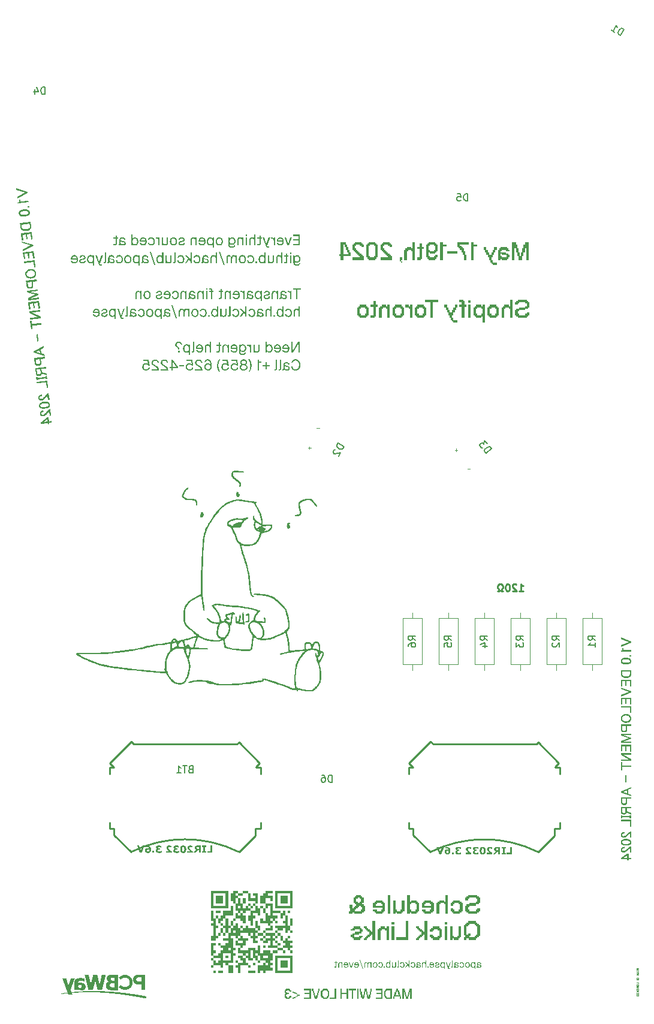
<source format=gbo>
%TF.GenerationSoftware,KiCad,Pcbnew,8.0.1*%
%TF.CreationDate,2024-04-29T20:13:38-04:00*%
%TF.ProjectId,HackerBadgePCBV3 (Simplified),4861636b-6572-4426-9164-676550434256,1.8*%
%TF.SameCoordinates,Original*%
%TF.FileFunction,Legend,Bot*%
%TF.FilePolarity,Positive*%
%FSLAX46Y46*%
G04 Gerber Fmt 4.6, Leading zero omitted, Abs format (unit mm)*
G04 Created by KiCad (PCBNEW 8.0.1) date 2024-04-29 20:13:38*
%MOMM*%
%LPD*%
G01*
G04 APERTURE LIST*
%ADD10C,0.000000*%
%ADD11C,0.125000*%
%ADD12C,0.100000*%
%ADD13C,0.250000*%
%ADD14C,0.075000*%
%ADD15C,0.200000*%
%ADD16C,0.150000*%
%ADD17C,0.120000*%
G04 APERTURE END LIST*
D10*
G36*
X161465814Y-65830638D02*
G01*
X161646884Y-65830638D01*
X161646884Y-66375102D01*
X161827963Y-66375102D01*
X161827963Y-66919565D01*
X162009038Y-66919565D01*
X162009038Y-67464023D01*
X162191351Y-67464023D01*
X162191351Y-66919565D01*
X162372426Y-66919565D01*
X162372426Y-66375102D01*
X162553499Y-66375102D01*
X162553499Y-65830638D01*
X162735814Y-65830638D01*
X162735814Y-65467250D01*
X163279037Y-65467250D01*
X163279037Y-68007250D01*
X162916888Y-68007250D01*
X162916888Y-66375102D01*
X162735814Y-66375102D01*
X162735814Y-66919565D01*
X162553499Y-66919565D01*
X162553499Y-67464023D01*
X162372426Y-67464023D01*
X162372426Y-68007250D01*
X161827963Y-68007250D01*
X161827963Y-67464023D01*
X161646884Y-67464023D01*
X161646884Y-66919565D01*
X161465814Y-66919565D01*
X161465814Y-66375102D01*
X161283506Y-66375102D01*
X161283506Y-68007250D01*
X160921349Y-68007250D01*
X160921349Y-65467250D01*
X161465814Y-65467250D01*
X161465814Y-65830638D01*
G37*
G36*
X124683911Y-167631371D02*
G01*
X124333126Y-167631371D01*
X124333126Y-167280633D01*
X124683911Y-167280633D01*
X124683911Y-167631371D01*
G37*
G36*
X121940336Y-97770150D02*
G01*
X122083339Y-97776427D01*
X122247115Y-97787623D01*
X122433174Y-97803202D01*
X122643025Y-97822626D01*
X122738537Y-97834187D01*
X122782444Y-97840686D01*
X122823714Y-97847651D01*
X122862298Y-97855070D01*
X122898142Y-97862933D01*
X122931196Y-97871231D01*
X122961408Y-97879952D01*
X122988726Y-97889087D01*
X123013099Y-97898624D01*
X123034474Y-97908555D01*
X123052800Y-97918868D01*
X123068026Y-97929553D01*
X123080099Y-97940600D01*
X123088969Y-97951998D01*
X123094582Y-97963737D01*
X123096762Y-97971448D01*
X123097965Y-97978713D01*
X123098180Y-97982180D01*
X123098125Y-97985538D01*
X123097792Y-97988788D01*
X123097173Y-97991932D01*
X123096259Y-97994969D01*
X123095043Y-97997902D01*
X123093515Y-98000730D01*
X123091667Y-98003455D01*
X123089492Y-98006079D01*
X123086979Y-98008601D01*
X123084122Y-98011023D01*
X123080912Y-98013346D01*
X123077339Y-98015571D01*
X123073397Y-98017699D01*
X123064368Y-98021666D01*
X123053758Y-98025256D01*
X123041500Y-98028477D01*
X123027526Y-98031336D01*
X123011769Y-98033841D01*
X122994162Y-98036000D01*
X122974637Y-98037820D01*
X122953129Y-98039309D01*
X122929569Y-98040476D01*
X122903890Y-98041327D01*
X122876025Y-98041871D01*
X122845907Y-98042115D01*
X122813469Y-98042067D01*
X122741363Y-98041127D01*
X122659170Y-98039111D01*
X122566353Y-98036083D01*
X122462373Y-98032104D01*
X122346693Y-98027236D01*
X121563525Y-97984902D01*
X121521193Y-98189515D01*
X121516365Y-98213649D01*
X121512499Y-98237150D01*
X121509649Y-98260088D01*
X121507867Y-98282532D01*
X121507207Y-98304553D01*
X121507721Y-98326220D01*
X121509462Y-98347602D01*
X121512483Y-98368770D01*
X121516838Y-98389793D01*
X121522579Y-98410741D01*
X121529759Y-98431684D01*
X121538432Y-98452692D01*
X121548649Y-98473834D01*
X121560465Y-98495180D01*
X121573931Y-98516801D01*
X121589102Y-98538764D01*
X121606030Y-98561141D01*
X121624767Y-98584002D01*
X121645368Y-98607415D01*
X121667885Y-98631451D01*
X121692370Y-98656180D01*
X121718877Y-98681670D01*
X121778169Y-98735218D01*
X121846184Y-98792651D01*
X121923346Y-98854528D01*
X122010078Y-98921408D01*
X122106804Y-98993848D01*
X122152898Y-99027457D01*
X122198402Y-99061965D01*
X122243059Y-99097113D01*
X122286611Y-99132644D01*
X122369362Y-99203820D01*
X122408045Y-99238947D01*
X122444589Y-99273424D01*
X122478735Y-99306991D01*
X122510225Y-99339391D01*
X122538800Y-99370364D01*
X122564203Y-99399653D01*
X122586174Y-99426998D01*
X122604455Y-99452142D01*
X122618789Y-99474827D01*
X122628915Y-99494793D01*
X122638221Y-99515596D01*
X122646312Y-99536947D01*
X122653211Y-99558773D01*
X122658943Y-99581003D01*
X122663533Y-99603563D01*
X122667006Y-99626381D01*
X122670698Y-99672504D01*
X122670214Y-99718792D01*
X122665750Y-99764667D01*
X122657505Y-99809550D01*
X122645672Y-99852861D01*
X122630450Y-99894023D01*
X122612034Y-99932457D01*
X122601690Y-99950469D01*
X122590621Y-99967583D01*
X122578852Y-99983725D01*
X122566407Y-99998823D01*
X122553311Y-100012805D01*
X122539589Y-100025598D01*
X122525264Y-100037131D01*
X122510362Y-100047330D01*
X122494907Y-100056124D01*
X122478924Y-100063439D01*
X122462436Y-100069205D01*
X122445470Y-100073347D01*
X122426692Y-100076812D01*
X122410013Y-100079232D01*
X122395380Y-100080557D01*
X122388815Y-100080792D01*
X122382742Y-100080734D01*
X122377154Y-100080377D01*
X122372046Y-100079713D01*
X122367411Y-100078736D01*
X122363242Y-100077441D01*
X122359534Y-100075820D01*
X122356278Y-100073866D01*
X122353470Y-100071575D01*
X122351102Y-100068938D01*
X122349168Y-100065950D01*
X122347662Y-100062604D01*
X122346577Y-100058894D01*
X122345907Y-100054813D01*
X122345645Y-100050355D01*
X122345785Y-100045513D01*
X122346320Y-100040281D01*
X122347244Y-100034653D01*
X122348550Y-100028621D01*
X122350232Y-100022180D01*
X122354699Y-100008043D01*
X122360592Y-99992190D01*
X122367859Y-99974570D01*
X122388323Y-99922229D01*
X122404570Y-99873339D01*
X122411035Y-99850028D01*
X122416352Y-99827385D01*
X122420492Y-99805347D01*
X122423422Y-99783849D01*
X122425112Y-99762827D01*
X122425530Y-99742216D01*
X122424647Y-99721950D01*
X122422430Y-99701967D01*
X122418849Y-99682200D01*
X122413872Y-99662586D01*
X122407470Y-99643059D01*
X122399610Y-99623556D01*
X122390261Y-99604012D01*
X122379394Y-99584361D01*
X122366976Y-99564541D01*
X122352977Y-99544484D01*
X122337366Y-99524129D01*
X122320111Y-99503409D01*
X122301182Y-99482260D01*
X122280547Y-99460617D01*
X122234039Y-99415593D01*
X122180337Y-99367820D01*
X122119193Y-99316780D01*
X122050360Y-99261958D01*
X121801748Y-99060930D01*
X121699947Y-98976519D01*
X121611923Y-98901243D01*
X121536756Y-98833905D01*
X121473527Y-98773306D01*
X121421315Y-98718247D01*
X121379200Y-98667528D01*
X121346263Y-98619951D01*
X121321584Y-98574318D01*
X121312054Y-98551855D01*
X121304243Y-98529428D01*
X121293321Y-98484084D01*
X121287896Y-98437086D01*
X121287050Y-98387235D01*
X121289863Y-98333333D01*
X121295415Y-98274181D01*
X121306828Y-98179502D01*
X121313441Y-98136460D01*
X121320908Y-98096193D01*
X121329420Y-98058634D01*
X121339164Y-98023715D01*
X121350329Y-97991370D01*
X121363104Y-97961531D01*
X121377677Y-97934131D01*
X121394237Y-97909104D01*
X121412973Y-97886381D01*
X121434073Y-97865895D01*
X121457725Y-97847580D01*
X121484119Y-97831369D01*
X121513444Y-97817193D01*
X121545886Y-97804986D01*
X121581637Y-97794681D01*
X121620883Y-97786210D01*
X121663813Y-97779507D01*
X121710617Y-97774504D01*
X121761483Y-97771134D01*
X121816599Y-97769330D01*
X121876154Y-97769024D01*
X121940336Y-97770150D01*
G37*
G36*
X129945503Y-165877494D02*
G01*
X129594729Y-165877494D01*
X129594729Y-165526756D01*
X129945503Y-165526756D01*
X129945503Y-165877494D01*
G37*
G36*
X99641358Y-170931923D02*
G01*
X99642121Y-170931963D01*
X99642836Y-170932042D01*
X99643529Y-170932172D01*
X99644225Y-170932365D01*
X99644950Y-170932635D01*
X99645730Y-170932994D01*
X99646589Y-170933455D01*
X99647553Y-170934030D01*
X99648647Y-170934734D01*
X99649898Y-170935577D01*
X99652970Y-170937736D01*
X99656972Y-170940608D01*
X99671669Y-170952080D01*
X99680367Y-170958810D01*
X99683409Y-170961228D01*
X99685988Y-170963361D01*
X99688410Y-170965469D01*
X99690981Y-170967812D01*
X99694008Y-170970649D01*
X99697796Y-170974239D01*
X99697796Y-170990114D01*
X99655463Y-170953073D01*
X99650171Y-171111823D01*
X99639588Y-171111823D01*
X99639588Y-170931906D01*
X99641358Y-170931923D01*
G37*
G36*
X125034695Y-161668237D02*
G01*
X125034695Y-162019003D01*
X125385448Y-162019003D01*
X125385448Y-162369788D01*
X125385448Y-162720572D01*
X125034695Y-162720572D01*
X125034695Y-162369788D01*
X124683911Y-162369788D01*
X124683911Y-162019003D01*
X124683911Y-161668237D01*
X124683911Y-161317462D01*
X125034695Y-161317462D01*
X125034695Y-161668237D01*
G37*
G36*
X129594729Y-160265145D02*
G01*
X129243957Y-160265145D01*
X129243957Y-159914370D01*
X129594729Y-159914370D01*
X129594729Y-160265145D01*
G37*
G36*
X138161873Y-67464023D02*
G01*
X137074116Y-67464023D01*
X137074116Y-68007250D01*
X136710737Y-68007250D01*
X136710737Y-67464023D01*
X136529602Y-67464023D01*
X136529602Y-67191180D01*
X136710737Y-67191180D01*
X137074116Y-67191180D01*
X137799603Y-67191180D01*
X137799603Y-66919565D01*
X137618629Y-66919565D01*
X137618629Y-66556177D01*
X137436226Y-66556177D01*
X137436226Y-66194027D01*
X137255249Y-66194027D01*
X137255249Y-65830638D01*
X137074116Y-65830638D01*
X137074116Y-67191180D01*
X136710737Y-67191180D01*
X136710737Y-65467250D01*
X137436226Y-65467250D01*
X137436226Y-65830638D01*
X137618629Y-65830638D01*
X137618629Y-66194027D01*
X137799603Y-66194027D01*
X137799603Y-66556177D01*
X137980738Y-66556177D01*
X137980738Y-66919565D01*
X138161873Y-66919565D01*
X138161873Y-67191180D01*
X138161873Y-67464023D01*
G37*
G36*
X128893182Y-165877494D02*
G01*
X128542411Y-165877494D01*
X128542411Y-165526756D01*
X128893182Y-165526756D01*
X128893182Y-165877494D01*
G37*
G36*
X125034695Y-165526756D02*
G01*
X125034695Y-165175972D01*
X125034695Y-164825187D01*
X125385448Y-164825187D01*
X125385448Y-165175972D01*
X125385448Y-165526756D01*
X125385448Y-165877494D01*
X125736223Y-165877494D01*
X125736223Y-165526756D01*
X126086998Y-165526756D01*
X126437769Y-165526756D01*
X126788544Y-165526756D01*
X126788544Y-165877494D01*
X127139315Y-165877494D01*
X127139315Y-166228280D01*
X127139315Y-166579063D01*
X127139315Y-166929848D01*
X126788544Y-166929848D01*
X126788544Y-167280633D01*
X127139315Y-167280633D01*
X127139315Y-167631371D01*
X126788544Y-167631371D01*
X126788544Y-167982155D01*
X127139315Y-167982155D01*
X127139315Y-168332940D01*
X126788544Y-168332940D01*
X126437769Y-168332940D01*
X126086998Y-168332940D01*
X126086998Y-168683725D01*
X125736223Y-168683725D01*
X125736223Y-168332940D01*
X125385448Y-168332940D01*
X125385448Y-168683725D01*
X125034695Y-168683725D01*
X125034695Y-168332940D01*
X125034695Y-167982155D01*
X125034695Y-167631371D01*
X125385448Y-167631371D01*
X125736223Y-167631371D01*
X125736223Y-167280633D01*
X126086998Y-167280633D01*
X126086998Y-167631371D01*
X126437769Y-167631371D01*
X126437769Y-167280633D01*
X126086998Y-167280633D01*
X126086998Y-166929848D01*
X125736223Y-166929848D01*
X125385448Y-166929848D01*
X125385448Y-166579063D01*
X125736223Y-166579063D01*
X126437769Y-166579063D01*
X126437769Y-166228280D01*
X126086998Y-166228280D01*
X125736223Y-166228280D01*
X125736223Y-166579063D01*
X125385448Y-166579063D01*
X125385448Y-166228280D01*
X125034695Y-166228280D01*
X125034695Y-166579063D01*
X125034695Y-166929848D01*
X124683911Y-166929848D01*
X124683911Y-166579063D01*
X124333126Y-166579063D01*
X124333126Y-166929848D01*
X123982341Y-166929848D01*
X123631603Y-166929848D01*
X123631603Y-166579063D01*
X123982341Y-166579063D01*
X124333126Y-166579063D01*
X124333126Y-166228280D01*
X124683911Y-166228280D01*
X125034695Y-166228280D01*
X125034695Y-165877494D01*
X124683911Y-165877494D01*
X124683911Y-166228280D01*
X124333126Y-166228280D01*
X124333126Y-165877494D01*
X124333126Y-165526756D01*
X123982341Y-165526756D01*
X123982341Y-165877494D01*
X123982341Y-166228280D01*
X123982341Y-166579063D01*
X123631603Y-166579063D01*
X123280819Y-166579063D01*
X123280819Y-166228280D01*
X123631603Y-166228280D01*
X123631603Y-165877494D01*
X123280819Y-165877494D01*
X123280819Y-166228280D01*
X122930034Y-166228280D01*
X122930034Y-165877494D01*
X122579250Y-165877494D01*
X122228512Y-165877494D01*
X122228512Y-165526756D01*
X122228512Y-165175972D01*
X122579250Y-165175972D01*
X122579250Y-165526756D01*
X123631603Y-165526756D01*
X123631603Y-165175972D01*
X123982341Y-165175972D01*
X124333126Y-165175972D01*
X124683911Y-165175972D01*
X124683911Y-165526756D01*
X125034695Y-165526756D01*
G37*
G36*
X106950312Y-169207571D02*
G01*
X106958422Y-169213791D01*
X106966422Y-169220180D01*
X106974318Y-169226722D01*
X106989817Y-169240216D01*
X107004962Y-169254168D01*
X107019792Y-169268472D01*
X107034351Y-169283022D01*
X107048678Y-169297711D01*
X107062816Y-169312434D01*
X107072726Y-169322909D01*
X107079780Y-169330268D01*
X107086544Y-169337482D01*
X107089793Y-169341084D01*
X107092941Y-169344711D01*
X107095978Y-169348381D01*
X107098894Y-169352116D01*
X107101679Y-169355936D01*
X107104324Y-169359860D01*
X107106820Y-169363909D01*
X107109156Y-169368104D01*
X107111323Y-169372464D01*
X107113311Y-169377010D01*
X107115111Y-169381762D01*
X107116712Y-169386739D01*
X107112239Y-169383525D01*
X107107895Y-169380268D01*
X107103662Y-169376953D01*
X107099520Y-169373564D01*
X107095451Y-169370085D01*
X107091436Y-169366502D01*
X107087457Y-169362798D01*
X107083495Y-169358958D01*
X107072573Y-169347946D01*
X107061596Y-169336989D01*
X107042009Y-169317676D01*
X107032275Y-169307978D01*
X107022621Y-169298208D01*
X107013077Y-169288333D01*
X107003674Y-169278321D01*
X106994443Y-169268139D01*
X106985413Y-169257755D01*
X106980989Y-169252653D01*
X106976509Y-169247695D01*
X106971958Y-169242865D01*
X106967326Y-169238147D01*
X106962597Y-169233522D01*
X106957760Y-169228976D01*
X106952802Y-169224492D01*
X106947710Y-169220052D01*
X106931504Y-169206823D01*
X106942087Y-169201531D01*
X106950312Y-169207571D01*
G37*
G36*
X98067963Y-171588073D02*
G01*
X98030921Y-171588073D01*
X98036212Y-171572197D01*
X98073255Y-171572197D01*
X98067963Y-171588073D01*
G37*
G36*
X104740754Y-169794198D02*
G01*
X104592588Y-169794198D01*
X104592588Y-169788906D01*
X104730171Y-169788906D01*
X104730171Y-169339114D01*
X104465587Y-169339114D01*
X104465587Y-169328531D01*
X104740754Y-169328531D01*
X104740754Y-169794198D01*
G37*
G36*
X102514713Y-169706007D02*
G01*
X102515427Y-169706765D01*
X102516048Y-169707469D01*
X102516586Y-169708145D01*
X102517051Y-169708816D01*
X102517453Y-169709505D01*
X102517802Y-169710236D01*
X102518109Y-169711034D01*
X102518384Y-169711921D01*
X102518637Y-169712923D01*
X102518878Y-169714061D01*
X102519118Y-169715361D01*
X102519366Y-169716846D01*
X102519929Y-169720466D01*
X102521231Y-169733674D01*
X102522407Y-169745413D01*
X102523546Y-169757156D01*
X102512963Y-169757156D01*
X102512963Y-169720114D01*
X102502379Y-169720114D01*
X102502379Y-169709531D01*
X102512963Y-169704239D01*
X102514713Y-169706007D01*
G37*
G36*
X126086998Y-163772880D02*
G01*
X125736223Y-163772880D01*
X125736223Y-163422095D01*
X126086998Y-163422095D01*
X126086998Y-163772880D01*
G37*
G36*
X139610466Y-65649565D02*
G01*
X139791440Y-65649565D01*
X139791440Y-65830638D01*
X139972573Y-65830638D01*
X139972573Y-66194027D01*
X139610466Y-66194027D01*
X139610466Y-66011713D01*
X139429331Y-66011713D01*
X139429331Y-65830638D01*
X138884819Y-65830638D01*
X138884819Y-66011713D01*
X138702574Y-66011713D01*
X138702574Y-66375102D01*
X138884819Y-66375102D01*
X138884819Y-66556177D01*
X139065951Y-66556177D01*
X139065951Y-66737250D01*
X139247086Y-66737250D01*
X139247086Y-66919565D01*
X139429331Y-66919565D01*
X139429331Y-67100644D01*
X139610466Y-67100644D01*
X139610466Y-67281715D01*
X139791440Y-67281715D01*
X139791440Y-67464023D01*
X139972573Y-67464023D01*
X139972573Y-68007250D01*
X138340465Y-68007250D01*
X138340465Y-67645109D01*
X139429331Y-67645109D01*
X139429331Y-67464023D01*
X139247086Y-67464023D01*
X139247086Y-67281715D01*
X139065951Y-67281715D01*
X139065951Y-67100644D01*
X138884819Y-67100644D01*
X138884819Y-66919565D01*
X138702574Y-66919565D01*
X138702574Y-66737250D01*
X138521442Y-66737250D01*
X138521442Y-66556177D01*
X138340465Y-66556177D01*
X138340465Y-65830638D01*
X138521442Y-65830638D01*
X138521442Y-65649565D01*
X138702574Y-65649565D01*
X138702574Y-65467250D01*
X139610466Y-65467250D01*
X139610466Y-65649565D01*
G37*
G36*
X144302341Y-161850250D02*
G01*
X143925098Y-161850250D01*
X143925098Y-161473008D01*
X144302341Y-161473008D01*
X144302341Y-161850250D01*
G37*
G36*
X102391255Y-171101239D02*
G01*
X102999796Y-171101239D01*
X102999796Y-171111823D01*
X102385963Y-171111823D01*
X102375379Y-171069489D01*
X102391255Y-171069489D01*
X102391255Y-171101239D01*
G37*
G36*
X143124114Y-74519560D02*
G01*
X143305249Y-74519560D01*
X143305249Y-74338485D01*
X143667358Y-74338485D01*
X143667358Y-76151708D01*
X143305249Y-76151708D01*
X143305249Y-74881708D01*
X143124114Y-74881708D01*
X143124114Y-74700635D01*
X142670250Y-74700635D01*
X142670250Y-74881708D01*
X142489116Y-74881708D01*
X142489116Y-76151708D01*
X142125736Y-76151708D01*
X142125736Y-74700635D01*
X142306871Y-74700635D01*
X142306871Y-74519560D01*
X142489116Y-74519560D01*
X142489116Y-74338485D01*
X143124114Y-74338485D01*
X143124114Y-74519560D01*
G37*
G36*
X122930034Y-157809732D02*
G01*
X122579250Y-157809732D01*
X122228512Y-157809732D01*
X122228512Y-157458957D01*
X122579250Y-157458957D01*
X122930034Y-157458957D01*
X122930034Y-157809732D01*
G37*
G36*
X122228512Y-167280633D02*
G01*
X121877727Y-167280633D01*
X121877727Y-166929848D01*
X122228512Y-166929848D01*
X122228512Y-167280633D01*
G37*
G36*
X153562757Y-158618926D02*
G01*
X153751378Y-158618926D01*
X153751378Y-158807545D01*
X153939992Y-158807545D01*
X153939992Y-159941842D01*
X153751378Y-159941842D01*
X153751378Y-160130462D01*
X153562757Y-160130462D01*
X153562757Y-160319080D01*
X152617083Y-160319080D01*
X152617083Y-160130462D01*
X152428462Y-160130462D01*
X152428462Y-159941842D01*
X152239840Y-159941842D01*
X152239840Y-159563311D01*
X152617083Y-159563311D01*
X152617083Y-159753224D01*
X152806975Y-159753224D01*
X152806975Y-159941842D01*
X153374135Y-159941842D01*
X153374135Y-159753224D01*
X153562757Y-159753224D01*
X153562757Y-158996164D01*
X153374135Y-158996164D01*
X153374135Y-158807545D01*
X152806975Y-158807545D01*
X152806975Y-158996164D01*
X152617083Y-158996164D01*
X152617083Y-159186074D01*
X152239840Y-159186074D01*
X152239840Y-158807545D01*
X152428462Y-158807545D01*
X152428462Y-158618926D01*
X152617083Y-158618926D01*
X152617083Y-158430307D01*
X153562757Y-158430307D01*
X153562757Y-158618926D01*
G37*
G36*
X127840861Y-163772880D02*
G01*
X127490090Y-163772880D01*
X127490090Y-163422095D01*
X127840861Y-163422095D01*
X127840861Y-163772880D01*
G37*
G36*
X118720759Y-166929848D02*
G01*
X118369974Y-166929848D01*
X118369974Y-166579063D01*
X118720759Y-166579063D01*
X118720759Y-166929848D01*
G37*
G36*
X109053462Y-171111823D02*
G01*
X108608962Y-171111823D01*
X108607214Y-171108302D01*
X108606505Y-171106826D01*
X108605893Y-171105490D01*
X108605370Y-171104260D01*
X108604928Y-171103101D01*
X108604558Y-171101976D01*
X108604251Y-171100850D01*
X108603998Y-171099687D01*
X108603791Y-171098453D01*
X108603621Y-171097111D01*
X108603479Y-171095625D01*
X108603245Y-171092083D01*
X108603020Y-171087540D01*
X108603034Y-171069833D01*
X108603040Y-171038561D01*
X108603072Y-171015586D01*
X108603111Y-170953121D01*
X108603173Y-170886698D01*
X108603272Y-170761314D01*
X108603396Y-170617417D01*
X108603656Y-170319856D01*
X108603671Y-170307489D01*
X108451938Y-170305867D01*
X108374240Y-170305014D01*
X108298480Y-170304205D01*
X108269324Y-170303872D01*
X108197325Y-170302508D01*
X108161409Y-170301265D01*
X108125531Y-170299595D01*
X108089680Y-170297460D01*
X108053842Y-170294819D01*
X108018005Y-170291634D01*
X107982156Y-170287865D01*
X107968671Y-170286323D01*
X107939420Y-170282867D01*
X107910147Y-170278666D01*
X107880996Y-170273492D01*
X107866511Y-170270467D01*
X107852110Y-170267114D01*
X107837811Y-170263402D01*
X107823632Y-170259304D01*
X107809591Y-170254790D01*
X107795705Y-170249833D01*
X107781994Y-170244403D01*
X107768474Y-170238472D01*
X107755163Y-170232012D01*
X107742080Y-170224993D01*
X107735464Y-170220595D01*
X107733081Y-170219066D01*
X107730974Y-170217781D01*
X107728884Y-170216589D01*
X107726554Y-170215338D01*
X107723728Y-170213877D01*
X107720149Y-170212053D01*
X107711590Y-170207486D01*
X107703159Y-170202770D01*
X107694840Y-170197911D01*
X107686618Y-170192913D01*
X107678481Y-170187780D01*
X107670412Y-170182516D01*
X107662398Y-170177126D01*
X107654425Y-170171613D01*
X107644556Y-170164614D01*
X107634392Y-170157297D01*
X107624548Y-170149832D01*
X107619745Y-170146025D01*
X107615019Y-170142157D01*
X107610369Y-170138222D01*
X107605794Y-170134211D01*
X107601294Y-170130116D01*
X107596868Y-170125930D01*
X107592514Y-170121646D01*
X107588231Y-170117254D01*
X107584019Y-170112749D01*
X107579877Y-170108121D01*
X107575802Y-170103364D01*
X107571796Y-170098468D01*
X107561212Y-170085239D01*
X107552183Y-170076431D01*
X107543436Y-170067339D01*
X107534970Y-170057977D01*
X107526784Y-170048360D01*
X107518875Y-170038501D01*
X107511241Y-170028415D01*
X107503883Y-170018117D01*
X107496796Y-170007619D01*
X107489981Y-169996937D01*
X107483434Y-169986084D01*
X107477155Y-169975075D01*
X107471142Y-169963924D01*
X107465394Y-169952645D01*
X107459907Y-169941251D01*
X107454682Y-169929758D01*
X107449715Y-169918180D01*
X107444796Y-169905323D01*
X107436126Y-169883052D01*
X107428340Y-169860463D01*
X107421419Y-169837588D01*
X107415342Y-169814456D01*
X107410088Y-169791100D01*
X107405636Y-169767552D01*
X107401966Y-169743843D01*
X107399057Y-169720003D01*
X107396888Y-169696066D01*
X107395439Y-169672062D01*
X107394690Y-169648022D01*
X107394618Y-169624063D01*
X107851154Y-169624063D01*
X107851324Y-169639014D01*
X107852299Y-169653966D01*
X107854104Y-169668895D01*
X107856767Y-169683779D01*
X107860316Y-169698596D01*
X107868953Y-169727055D01*
X107871499Y-169734802D01*
X107874239Y-169742629D01*
X107877191Y-169750445D01*
X107880375Y-169758165D01*
X107883811Y-169765700D01*
X107887518Y-169772963D01*
X107891514Y-169779866D01*
X107895819Y-169786321D01*
X107898094Y-169789354D01*
X107900453Y-169792242D01*
X107902899Y-169794974D01*
X107905435Y-169797540D01*
X107908062Y-169799928D01*
X107910784Y-169802128D01*
X107913602Y-169804128D01*
X107916519Y-169805918D01*
X107926337Y-169810073D01*
X107930306Y-169821317D01*
X107931629Y-169831239D01*
X107934926Y-169831684D01*
X107937541Y-169832066D01*
X107939722Y-169832449D01*
X107940727Y-169832659D01*
X107941716Y-169832893D01*
X107942721Y-169833158D01*
X107943773Y-169833461D01*
X107946140Y-169834216D01*
X107949065Y-169835218D01*
X107952796Y-169836531D01*
X107954001Y-169839900D01*
X107954991Y-169842566D01*
X107955445Y-169843713D01*
X107955891Y-169844778D01*
X107956346Y-169845791D01*
X107956825Y-169846783D01*
X107957344Y-169847785D01*
X107957917Y-169848829D01*
X107959290Y-169851165D01*
X107961070Y-169854039D01*
X107963379Y-169857698D01*
X108034388Y-169883031D01*
X108090589Y-169901982D01*
X108114772Y-169909320D01*
X108137216Y-169915369D01*
X108158574Y-169920232D01*
X108179500Y-169924009D01*
X108200648Y-169926804D01*
X108222673Y-169928719D01*
X108246228Y-169929856D01*
X108271967Y-169930316D01*
X108332615Y-169929619D01*
X108409848Y-169927443D01*
X108456827Y-169927151D01*
X108608962Y-169926489D01*
X108608962Y-169328531D01*
X108432022Y-169328200D01*
X108353970Y-169328030D01*
X108332493Y-169328014D01*
X108292534Y-169328145D01*
X108252663Y-169328890D01*
X108212812Y-169330332D01*
X108172912Y-169332552D01*
X108153879Y-169333823D01*
X108137012Y-169334782D01*
X108120184Y-169335965D01*
X108111783Y-169336684D01*
X108103388Y-169337509D01*
X108095000Y-169338459D01*
X108086617Y-169339548D01*
X108072167Y-169342604D01*
X108057952Y-169346457D01*
X108043993Y-169351075D01*
X108030307Y-169356426D01*
X108016916Y-169362478D01*
X108003839Y-169369199D01*
X107991094Y-169376557D01*
X107978702Y-169384518D01*
X107966682Y-169393053D01*
X107955053Y-169402127D01*
X107943835Y-169411709D01*
X107933047Y-169421767D01*
X107922709Y-169432269D01*
X107912840Y-169443182D01*
X107903460Y-169454475D01*
X107894587Y-169466114D01*
X107887703Y-169479565D01*
X107881324Y-169493265D01*
X107875479Y-169507192D01*
X107870193Y-169521323D01*
X107865495Y-169535636D01*
X107861411Y-169550109D01*
X107857969Y-169564717D01*
X107855194Y-169579440D01*
X107853116Y-169594253D01*
X107851760Y-169609135D01*
X107851154Y-169624063D01*
X107394618Y-169624063D01*
X107394618Y-169623978D01*
X107395205Y-169599963D01*
X107396429Y-169576006D01*
X107398269Y-169552139D01*
X107400705Y-169528395D01*
X107402462Y-169513739D01*
X107403883Y-169498120D01*
X107405520Y-169482662D01*
X107407429Y-169467336D01*
X107409665Y-169452109D01*
X107412283Y-169436951D01*
X107415339Y-169421830D01*
X107418886Y-169406716D01*
X107422982Y-169391576D01*
X107430526Y-169368518D01*
X107438954Y-169345323D01*
X107448270Y-169322113D01*
X107458480Y-169299006D01*
X107469591Y-169276121D01*
X107481607Y-169253578D01*
X107494536Y-169231497D01*
X107508381Y-169209997D01*
X107523150Y-169189197D01*
X107538848Y-169169216D01*
X107555481Y-169150174D01*
X107573054Y-169132191D01*
X107591573Y-169115385D01*
X107601189Y-169107461D01*
X107611044Y-169099877D01*
X107621139Y-169092646D01*
X107631473Y-169085785D01*
X107642049Y-169079307D01*
X107652866Y-169073229D01*
X107661754Y-169069239D01*
X107661754Y-169058656D01*
X107673185Y-169052269D01*
X107688543Y-169043773D01*
X107700739Y-169037137D01*
X107706850Y-169033925D01*
X107712984Y-169030783D01*
X107719154Y-169027710D01*
X107725370Y-169024707D01*
X107731644Y-169021773D01*
X107737987Y-169018906D01*
X107757004Y-169011031D01*
X107804848Y-168991818D01*
X107854939Y-168977379D01*
X107922469Y-168967034D01*
X108022631Y-168960099D01*
X108170619Y-168955892D01*
X108381625Y-168953732D01*
X109053462Y-168952823D01*
X109053462Y-169926489D01*
X109053462Y-171111823D01*
G37*
G36*
X101088741Y-168920436D02*
G01*
X101101260Y-168920422D01*
X101106107Y-168920838D01*
X101108089Y-168921168D01*
X101109815Y-168921663D01*
X101111314Y-168922387D01*
X101111989Y-168922854D01*
X101112617Y-168923401D01*
X101113204Y-168924037D01*
X101113752Y-168924769D01*
X101114749Y-168926555D01*
X101115637Y-168928820D01*
X101116444Y-168931629D01*
X101117201Y-168935043D01*
X101117937Y-168939126D01*
X101119463Y-168949550D01*
X101121255Y-168963406D01*
X101110671Y-168963406D01*
X101105379Y-168931656D01*
X100560338Y-168931656D01*
X100560338Y-168963406D01*
X100555046Y-168963406D01*
X100549754Y-168921073D01*
X100748885Y-168920814D01*
X100850288Y-168920709D01*
X100949749Y-168920579D01*
X100987454Y-168920556D01*
X101042000Y-168920470D01*
X101058580Y-168920472D01*
X101074416Y-168920414D01*
X101088741Y-168920436D01*
G37*
G36*
X127840861Y-161668237D02*
G01*
X127490090Y-161668237D01*
X127490090Y-161317462D01*
X127840861Y-161317462D01*
X127840861Y-161668237D01*
G37*
G36*
X118720759Y-160265145D02*
G01*
X118720759Y-160615916D01*
X118720759Y-160966691D01*
X119071543Y-160966691D01*
X119071543Y-161317462D01*
X119071543Y-161668237D01*
X119071543Y-162019003D01*
X119422281Y-162019003D01*
X119422281Y-162369788D01*
X119071543Y-162369788D01*
X119071543Y-162720572D01*
X119071543Y-163071311D01*
X119071543Y-163422095D01*
X119422281Y-163422095D01*
X119422281Y-163772880D01*
X119071543Y-163772880D01*
X119071543Y-164123664D01*
X118720759Y-164123664D01*
X118369974Y-164123664D01*
X118369974Y-163772880D01*
X118369974Y-163422095D01*
X118720759Y-163422095D01*
X118720759Y-163071311D01*
X118720759Y-162720572D01*
X118720759Y-162369788D01*
X118720759Y-162019003D01*
X118369974Y-162019003D01*
X118369974Y-161668237D01*
X118720759Y-161668237D01*
X118720759Y-161317462D01*
X118369974Y-161317462D01*
X118369974Y-160966691D01*
X118369974Y-160615916D01*
X118369974Y-160265145D01*
X118369974Y-159914370D01*
X118720759Y-159914370D01*
X118720759Y-160265145D01*
G37*
G36*
X124683911Y-159212824D02*
G01*
X124333126Y-159212824D01*
X124333126Y-158862049D01*
X124683911Y-158862049D01*
X124683911Y-159212824D01*
G37*
G36*
X103544837Y-168963406D02*
G01*
X103534254Y-168963406D01*
X103539546Y-168931656D01*
X102978629Y-168931656D01*
X102978629Y-168942239D01*
X102968046Y-168942239D01*
X102973338Y-168921073D01*
X103550129Y-168921073D01*
X103544837Y-168963406D01*
G37*
G36*
X151128459Y-65830638D02*
G01*
X151671686Y-65830638D01*
X151671686Y-66102250D01*
X151128459Y-66102250D01*
X151128459Y-68007250D01*
X150765065Y-68007250D01*
X150765065Y-65467250D01*
X151128459Y-65467250D01*
X151128459Y-65830638D01*
G37*
G36*
X128191636Y-164825187D02*
G01*
X127840861Y-164825187D01*
X127840861Y-164474402D01*
X128191636Y-164474402D01*
X128191636Y-164825187D01*
G37*
G36*
X157294912Y-66556177D02*
G01*
X157475982Y-66556177D01*
X157475982Y-66919565D01*
X157658291Y-66919565D01*
X157658291Y-67281715D01*
X158020448Y-67281715D01*
X158020448Y-66919565D01*
X158202756Y-66919565D01*
X158202756Y-66556177D01*
X158383826Y-66556177D01*
X158383826Y-66194027D01*
X158745982Y-66194027D01*
X158745982Y-66556177D01*
X158564912Y-66556177D01*
X158564912Y-66919565D01*
X158383826Y-66919565D01*
X158383826Y-67281715D01*
X158202756Y-67281715D01*
X158202756Y-67645109D01*
X158020448Y-67645109D01*
X158020448Y-68007250D01*
X158202756Y-68007250D01*
X158202756Y-68369390D01*
X158745982Y-68369390D01*
X158745982Y-68732785D01*
X158202756Y-68732785D01*
X158202756Y-68550476D01*
X158020448Y-68550476D01*
X158020448Y-68369390D01*
X157839377Y-68369390D01*
X157839377Y-68007250D01*
X157658291Y-68007250D01*
X157658291Y-67645109D01*
X157475982Y-67645109D01*
X157475982Y-67281715D01*
X157294912Y-67281715D01*
X157294912Y-66919565D01*
X157113826Y-66919565D01*
X157113826Y-66556177D01*
X156932756Y-66556177D01*
X156932756Y-66194027D01*
X157294912Y-66194027D01*
X157294912Y-66556177D01*
G37*
G36*
X103618921Y-171307614D02*
G01*
X103598747Y-171307945D01*
X103593413Y-171307973D01*
X103588537Y-171307852D01*
X103586226Y-171307727D01*
X103583974Y-171307553D01*
X103581764Y-171307327D01*
X103579576Y-171307045D01*
X103577394Y-171306704D01*
X103575198Y-171306298D01*
X103572970Y-171305826D01*
X103570692Y-171305282D01*
X103568345Y-171304664D01*
X103565912Y-171303967D01*
X103560713Y-171302323D01*
X103560713Y-171291739D01*
X103618921Y-171291739D01*
X103618921Y-171307614D01*
G37*
G36*
X106963230Y-170817262D02*
G01*
X106963173Y-170818032D01*
X106963063Y-170818760D01*
X106962881Y-170819475D01*
X106962609Y-170820204D01*
X106962229Y-170820975D01*
X106961725Y-170821814D01*
X106961076Y-170822751D01*
X106960267Y-170823812D01*
X106959278Y-170825026D01*
X106958092Y-170826419D01*
X106955056Y-170829855D01*
X106951017Y-170834341D01*
X106946292Y-170838598D01*
X106944319Y-170840321D01*
X106942547Y-170841798D01*
X106940933Y-170843048D01*
X106939431Y-170844090D01*
X106938708Y-170844539D01*
X106937997Y-170844944D01*
X106937293Y-170845305D01*
X106936589Y-170845627D01*
X106935880Y-170845911D01*
X106935161Y-170846159D01*
X106934426Y-170846374D01*
X106933670Y-170846559D01*
X106932071Y-170846846D01*
X106930321Y-170847038D01*
X106928374Y-170847154D01*
X106926188Y-170847214D01*
X106920921Y-170847239D01*
X106925792Y-170842136D01*
X106928193Y-170839722D01*
X106930588Y-170837397D01*
X106932989Y-170835158D01*
X106935408Y-170833003D01*
X106937857Y-170830929D01*
X106940348Y-170828934D01*
X106942894Y-170827014D01*
X106945506Y-170825168D01*
X106948197Y-170823393D01*
X106950978Y-170821686D01*
X106953862Y-170820044D01*
X106956862Y-170818466D01*
X106959988Y-170816949D01*
X106963254Y-170815489D01*
X106963230Y-170817262D01*
G37*
G36*
X109286296Y-172313031D02*
G01*
X109249254Y-172307739D01*
X109249254Y-172297156D01*
X109286296Y-172291864D01*
X109286296Y-172313031D01*
G37*
G36*
X121526942Y-167982155D02*
G01*
X121526942Y-168332940D01*
X121526942Y-168683725D01*
X121176158Y-168683725D01*
X120825373Y-168683725D01*
X120825373Y-168332940D01*
X120825373Y-167982155D01*
X120825373Y-167631371D01*
X121176158Y-167631371D01*
X121526942Y-167631371D01*
X121526942Y-167982155D01*
G37*
G36*
X122930034Y-162720572D02*
G01*
X122930034Y-162369788D01*
X123280819Y-162369788D01*
X123280819Y-162019003D01*
X123631603Y-162019003D01*
X123631603Y-162369788D01*
X123982341Y-162369788D01*
X124333126Y-162369788D01*
X124683911Y-162369788D01*
X124683911Y-162720572D01*
X125034695Y-162720572D01*
X125034695Y-163071311D01*
X124683911Y-163071311D01*
X124683911Y-163422095D01*
X125034695Y-163422095D01*
X125034695Y-163772880D01*
X124683911Y-163772880D01*
X124683911Y-164123664D01*
X125034695Y-164123664D01*
X125034695Y-164474402D01*
X124683911Y-164474402D01*
X124333126Y-164474402D01*
X124333126Y-164123664D01*
X124333126Y-163772880D01*
X123982341Y-163772880D01*
X123982341Y-163422095D01*
X124333126Y-163422095D01*
X124333126Y-163071311D01*
X123982341Y-163071311D01*
X123982341Y-163422095D01*
X123631603Y-163422095D01*
X123631603Y-163071311D01*
X123280819Y-163071311D01*
X122930034Y-163071311D01*
X122579250Y-163071311D01*
X122579250Y-163422095D01*
X122228512Y-163422095D01*
X122228512Y-163772880D01*
X121877727Y-163772880D01*
X121877727Y-163422095D01*
X121526942Y-163422095D01*
X121176158Y-163422095D01*
X121176158Y-163772880D01*
X121526942Y-163772880D01*
X121526942Y-164123664D01*
X121526942Y-164474402D01*
X121526942Y-164825187D01*
X121526942Y-165175972D01*
X121877727Y-165175972D01*
X121877727Y-165526756D01*
X121526942Y-165526756D01*
X121526942Y-165877494D01*
X121877727Y-165877494D01*
X121877727Y-166228280D01*
X121526942Y-166228280D01*
X121526942Y-166579063D01*
X121526942Y-166929848D01*
X121526942Y-167280633D01*
X121176158Y-167280633D01*
X120825373Y-167280633D01*
X120825373Y-167631371D01*
X120474635Y-167631371D01*
X120474635Y-167280633D01*
X120123851Y-167280633D01*
X120123851Y-167631371D01*
X120123851Y-167982155D01*
X119773065Y-167982155D01*
X119773065Y-167631371D01*
X119422281Y-167631371D01*
X119071543Y-167631371D01*
X118720759Y-167631371D01*
X118720759Y-167280633D01*
X118720759Y-166929848D01*
X119071543Y-166929848D01*
X119071543Y-167280633D01*
X119422281Y-167280633D01*
X119422281Y-166929848D01*
X119773065Y-166929848D01*
X120123851Y-166929848D01*
X120474635Y-166929848D01*
X120825373Y-166929848D01*
X121176158Y-166929848D01*
X121176158Y-166579063D01*
X121176158Y-166228280D01*
X121176158Y-165877494D01*
X120825373Y-165877494D01*
X120474635Y-165877494D01*
X120123851Y-165877494D01*
X120123851Y-166228280D01*
X120123851Y-166579063D01*
X120123851Y-166929848D01*
X119773065Y-166929848D01*
X119773065Y-166579063D01*
X119422281Y-166579063D01*
X119071543Y-166579063D01*
X118720759Y-166579063D01*
X118720759Y-166228280D01*
X119071543Y-166228280D01*
X119422281Y-166228280D01*
X119422281Y-165877494D01*
X119773065Y-165877494D01*
X119773065Y-165526756D01*
X120123851Y-165526756D01*
X120825373Y-165526756D01*
X121176158Y-165526756D01*
X121176158Y-165175972D01*
X120825373Y-165175972D01*
X120825373Y-165526756D01*
X120123851Y-165526756D01*
X120123851Y-165175972D01*
X119773065Y-165175972D01*
X119773065Y-164825187D01*
X120123851Y-164825187D01*
X120474635Y-164825187D01*
X120474635Y-164474402D01*
X120825373Y-164474402D01*
X120825373Y-164123664D01*
X120474635Y-164123664D01*
X120123851Y-164123664D01*
X120123851Y-163772880D01*
X120474635Y-163772880D01*
X120825373Y-163772880D01*
X120825373Y-163422095D01*
X120825373Y-163071311D01*
X121176158Y-163071311D01*
X121526942Y-163071311D01*
X121877727Y-163071311D01*
X121877727Y-162720572D01*
X121526942Y-162720572D01*
X121526942Y-163071311D01*
X121176158Y-163071311D01*
X121176158Y-162720572D01*
X121176158Y-162369788D01*
X120825373Y-162369788D01*
X120825373Y-162720572D01*
X120825373Y-163071311D01*
X120474635Y-163071311D01*
X120474635Y-162720572D01*
X120474635Y-162369788D01*
X120123851Y-162369788D01*
X120123851Y-162019003D01*
X120474635Y-162019003D01*
X120474635Y-161668237D01*
X120474635Y-161317462D01*
X120474635Y-160966691D01*
X120825373Y-160966691D01*
X120825373Y-161317462D01*
X120825373Y-161668237D01*
X120825373Y-162019003D01*
X121176158Y-162019003D01*
X121176158Y-162369788D01*
X121526942Y-162369788D01*
X121526942Y-162019003D01*
X121877727Y-162019003D01*
X121877727Y-161668237D01*
X122228512Y-161668237D01*
X122228512Y-162019003D01*
X122228512Y-162369788D01*
X122579250Y-162369788D01*
X122579250Y-162720572D01*
X122930034Y-162720572D01*
G37*
G36*
X101729796Y-171043031D02*
G01*
X101719213Y-171043031D01*
X101724505Y-170995406D01*
X101740379Y-170995406D01*
X101729796Y-171043031D01*
G37*
G36*
X120825373Y-166579063D02*
G01*
X120474635Y-166579063D01*
X120474635Y-166228280D01*
X120825373Y-166228280D01*
X120825373Y-166579063D01*
G37*
G36*
X123224117Y-104753276D02*
G01*
X123162035Y-104812054D01*
X123099115Y-104876486D01*
X123036547Y-104945156D01*
X122975519Y-105016647D01*
X122917219Y-105089543D01*
X122862837Y-105162429D01*
X122813560Y-105233889D01*
X122770577Y-105302507D01*
X122735077Y-105366867D01*
X122708248Y-105425552D01*
X122698457Y-105452325D01*
X122691280Y-105477148D01*
X122686864Y-105499844D01*
X122685359Y-105520237D01*
X122684878Y-105540290D01*
X122683408Y-105559451D01*
X122680912Y-105577736D01*
X122677353Y-105595161D01*
X122672693Y-105611744D01*
X122666895Y-105627502D01*
X122659922Y-105642451D01*
X122651735Y-105656608D01*
X122642298Y-105669990D01*
X122631573Y-105682613D01*
X122619522Y-105694495D01*
X122606108Y-105705652D01*
X122591294Y-105716102D01*
X122575042Y-105725860D01*
X122557315Y-105734943D01*
X122538075Y-105743369D01*
X122517284Y-105751155D01*
X122494906Y-105758316D01*
X122470903Y-105764870D01*
X122445236Y-105770834D01*
X122417870Y-105776224D01*
X122388766Y-105781057D01*
X122357887Y-105785350D01*
X122325195Y-105789120D01*
X122290654Y-105792384D01*
X122254225Y-105795158D01*
X122175554Y-105799304D01*
X122088884Y-105801693D01*
X121993915Y-105802460D01*
X121891086Y-105803424D01*
X121795698Y-105806208D01*
X121709901Y-105810645D01*
X121635845Y-105816570D01*
X121575680Y-105823818D01*
X121551478Y-105827887D01*
X121531555Y-105832224D01*
X121516180Y-105836810D01*
X121505621Y-105841622D01*
X121500147Y-105846642D01*
X121499400Y-105849222D01*
X121500026Y-105851847D01*
X121502892Y-105861387D01*
X121508735Y-105876569D01*
X121528689Y-105922623D01*
X121558565Y-105987529D01*
X121597040Y-106068806D01*
X121694495Y-106270551D01*
X121810471Y-106508015D01*
X121870457Y-106634119D01*
X121927879Y-106761463D01*
X121981499Y-106886658D01*
X122030075Y-107006313D01*
X122072367Y-107117039D01*
X122107134Y-107215445D01*
X122133138Y-107298141D01*
X122149136Y-107361738D01*
X122159758Y-107405719D01*
X122175237Y-107452316D01*
X122194808Y-107500504D01*
X122217708Y-107549260D01*
X122243171Y-107597562D01*
X122270432Y-107644386D01*
X122298726Y-107688709D01*
X122327290Y-107729507D01*
X122355357Y-107765758D01*
X122382163Y-107796438D01*
X122406944Y-107820525D01*
X122428934Y-107836994D01*
X122438643Y-107842053D01*
X122447368Y-107844823D01*
X122455014Y-107845178D01*
X122461483Y-107842989D01*
X122466681Y-107838128D01*
X122470513Y-107830468D01*
X122472881Y-107819880D01*
X122473692Y-107806237D01*
X122473856Y-107803156D01*
X122474344Y-107800522D01*
X122475146Y-107798327D01*
X122475663Y-107797391D01*
X122476256Y-107796563D01*
X122476923Y-107795841D01*
X122477665Y-107795223D01*
X122478480Y-107794710D01*
X122479367Y-107794300D01*
X122480324Y-107793991D01*
X122481352Y-107793784D01*
X122483614Y-107793669D01*
X122486145Y-107793947D01*
X122488937Y-107794610D01*
X122491982Y-107795650D01*
X122495273Y-107797059D01*
X122498801Y-107798830D01*
X122502559Y-107800956D01*
X122506540Y-107803427D01*
X122510734Y-107806237D01*
X122515136Y-107809378D01*
X122519737Y-107812841D01*
X122524528Y-107816620D01*
X122529503Y-107820707D01*
X122539973Y-107829771D01*
X122551084Y-107839972D01*
X122562773Y-107851247D01*
X122574979Y-107863536D01*
X122587639Y-107876776D01*
X122600693Y-107890904D01*
X122625473Y-107919385D01*
X122653417Y-107946610D01*
X122684378Y-107972560D01*
X122718212Y-107997220D01*
X122754775Y-108020572D01*
X122793922Y-108042600D01*
X122835507Y-108063287D01*
X122879388Y-108082617D01*
X122973453Y-108117135D01*
X123074959Y-108146020D01*
X123182749Y-108169138D01*
X123295665Y-108186355D01*
X123412550Y-108197536D01*
X123532247Y-108202547D01*
X123653597Y-108201253D01*
X123775443Y-108193521D01*
X123896627Y-108179215D01*
X124015993Y-108158202D01*
X124132382Y-108130346D01*
X124244637Y-108095515D01*
X124287821Y-108078954D01*
X124330073Y-108061004D01*
X124371414Y-108041640D01*
X124411862Y-108020839D01*
X124451436Y-107998575D01*
X124490157Y-107974825D01*
X124528043Y-107949562D01*
X124565113Y-107922764D01*
X124601388Y-107894405D01*
X124636887Y-107864461D01*
X124671628Y-107832907D01*
X124705632Y-107799719D01*
X124738918Y-107764872D01*
X124771504Y-107728342D01*
X124803411Y-107690103D01*
X124834658Y-107650133D01*
X124865264Y-107608405D01*
X124895249Y-107564896D01*
X124953431Y-107472435D01*
X125009361Y-107372553D01*
X125063192Y-107265054D01*
X125115081Y-107149741D01*
X125165181Y-107026419D01*
X125213648Y-106894890D01*
X125260638Y-106754959D01*
X125352360Y-106465681D01*
X125041914Y-106338682D01*
X125005452Y-106323034D01*
X124970146Y-106306517D01*
X124935999Y-106289128D01*
X124903008Y-106270868D01*
X124871176Y-106251735D01*
X124840501Y-106231727D01*
X124810983Y-106210843D01*
X124782623Y-106189082D01*
X124755421Y-106166442D01*
X124729376Y-106142922D01*
X124704489Y-106118522D01*
X124680759Y-106093239D01*
X124658187Y-106067072D01*
X124638614Y-106042348D01*
X125013693Y-106042348D01*
X125013776Y-106044373D01*
X125014021Y-106046475D01*
X125014426Y-106048650D01*
X125014989Y-106050891D01*
X125015706Y-106053195D01*
X125016577Y-106055556D01*
X125017597Y-106057968D01*
X125018764Y-106060427D01*
X125021531Y-106065464D01*
X125024855Y-106070625D01*
X125028717Y-106075868D01*
X125033096Y-106081153D01*
X125037970Y-106086438D01*
X125043321Y-106091681D01*
X125049125Y-106096842D01*
X125055365Y-106101879D01*
X125062017Y-106106750D01*
X125069062Y-106111415D01*
X125076480Y-106115832D01*
X125084248Y-106119959D01*
X125087555Y-106121841D01*
X125090854Y-106123518D01*
X125094141Y-106124994D01*
X125097409Y-106126271D01*
X125100650Y-106127351D01*
X125103860Y-106128238D01*
X125107030Y-106128933D01*
X125110155Y-106129440D01*
X125113229Y-106129761D01*
X125116245Y-106129898D01*
X125119196Y-106129855D01*
X125122076Y-106129633D01*
X125124878Y-106129236D01*
X125127596Y-106128665D01*
X125130224Y-106127924D01*
X125132755Y-106127015D01*
X125135183Y-106125941D01*
X125137501Y-106124703D01*
X125139703Y-106123306D01*
X125141782Y-106121751D01*
X125143731Y-106120041D01*
X125145545Y-106118179D01*
X125147217Y-106116166D01*
X125148741Y-106114007D01*
X125150109Y-106111702D01*
X125151316Y-106109256D01*
X125152355Y-106106670D01*
X125153220Y-106103947D01*
X125153903Y-106101090D01*
X125154399Y-106098101D01*
X125154702Y-106094982D01*
X125154804Y-106091737D01*
X125154702Y-106087790D01*
X125154399Y-106083889D01*
X125153903Y-106080040D01*
X125153220Y-106076248D01*
X125152355Y-106072518D01*
X125151316Y-106068855D01*
X125150109Y-106065264D01*
X125148741Y-106061751D01*
X125147217Y-106058321D01*
X125145545Y-106054978D01*
X125143731Y-106051729D01*
X125141782Y-106048577D01*
X125139703Y-106045529D01*
X125137501Y-106042590D01*
X125135183Y-106039764D01*
X125132755Y-106037057D01*
X125130224Y-106034474D01*
X125127596Y-106032020D01*
X125124878Y-106029700D01*
X125122076Y-106027521D01*
X125119196Y-106025485D01*
X125116245Y-106023600D01*
X125113229Y-106021870D01*
X125110155Y-106020300D01*
X125107030Y-106018895D01*
X125103860Y-106017661D01*
X125100650Y-106016602D01*
X125097409Y-106015724D01*
X125094141Y-106015033D01*
X125090854Y-106014532D01*
X125087555Y-106014228D01*
X125084248Y-106014126D01*
X125076480Y-106014288D01*
X125069062Y-106014760D01*
X125062017Y-106015521D01*
X125055365Y-106016551D01*
X125049125Y-106017829D01*
X125043321Y-106019334D01*
X125037970Y-106021047D01*
X125033096Y-106022945D01*
X125028717Y-106025008D01*
X125024855Y-106027217D01*
X125021531Y-106029549D01*
X125018764Y-106031985D01*
X125016577Y-106034503D01*
X125014989Y-106037083D01*
X125014426Y-106038390D01*
X125014021Y-106039705D01*
X125013776Y-106041025D01*
X125013693Y-106042348D01*
X124638614Y-106042348D01*
X124636772Y-106040021D01*
X124616515Y-106012083D01*
X124597415Y-105983258D01*
X124579473Y-105953543D01*
X124562689Y-105922939D01*
X124547062Y-105891443D01*
X124532592Y-105859055D01*
X124519280Y-105825772D01*
X124507126Y-105791595D01*
X124496129Y-105756520D01*
X124486290Y-105720548D01*
X124477609Y-105683677D01*
X124470084Y-105645905D01*
X124463718Y-105607231D01*
X124458509Y-105567655D01*
X124454458Y-105527173D01*
X124451564Y-105485787D01*
X124449249Y-105400291D01*
X124449657Y-105364607D01*
X124450362Y-105343848D01*
X124660915Y-105343848D01*
X124661322Y-105369530D01*
X124662514Y-105396172D01*
X124664450Y-105423580D01*
X124667089Y-105451555D01*
X124674310Y-105508427D01*
X124683846Y-105565216D01*
X124695366Y-105620351D01*
X124708540Y-105672262D01*
X124715644Y-105696517D01*
X124723037Y-105719377D01*
X124730678Y-105740645D01*
X124738525Y-105760126D01*
X124751295Y-105786348D01*
X124763289Y-105809501D01*
X124774725Y-105829656D01*
X124780302Y-105838633D01*
X124785820Y-105846887D01*
X124791307Y-105854428D01*
X124796791Y-105861265D01*
X124802298Y-105867407D01*
X124807855Y-105872863D01*
X124813490Y-105877642D01*
X124819229Y-105881753D01*
X124825100Y-105885205D01*
X124831130Y-105888007D01*
X124837346Y-105890169D01*
X124843775Y-105891698D01*
X124850445Y-105892606D01*
X124857382Y-105892899D01*
X124864613Y-105892588D01*
X124872166Y-105891681D01*
X124880068Y-105890188D01*
X124888346Y-105888117D01*
X124897027Y-105885478D01*
X124906139Y-105882279D01*
X124925760Y-105874240D01*
X124947428Y-105864072D01*
X124971359Y-105851847D01*
X125001277Y-105832114D01*
X125032103Y-105810397D01*
X125062765Y-105787356D01*
X125092186Y-105763654D01*
X125106095Y-105751761D01*
X125119292Y-105739951D01*
X125131641Y-105728307D01*
X125143008Y-105716910D01*
X125153259Y-105705844D01*
X125162259Y-105695192D01*
X125169875Y-105685035D01*
X125175971Y-105675458D01*
X125178800Y-105671490D01*
X125181283Y-105668404D01*
X125719248Y-105668404D01*
X125719474Y-105671793D01*
X125720142Y-105675336D01*
X125721242Y-105679024D01*
X125722762Y-105682846D01*
X125724690Y-105686792D01*
X125727015Y-105690852D01*
X125729725Y-105695016D01*
X125732808Y-105699272D01*
X125736253Y-105703611D01*
X125740048Y-105708023D01*
X125744181Y-105712496D01*
X125748642Y-105717021D01*
X125758496Y-105726185D01*
X125769519Y-105735432D01*
X125781616Y-105744678D01*
X125794696Y-105753842D01*
X125808664Y-105762841D01*
X125823428Y-105771591D01*
X125838894Y-105780011D01*
X125854971Y-105788018D01*
X125871564Y-105795528D01*
X125888581Y-105802460D01*
X125932410Y-105819835D01*
X125952477Y-105828669D01*
X125971319Y-105837613D01*
X125988941Y-105846676D01*
X126005349Y-105855867D01*
X126020548Y-105865195D01*
X126034543Y-105874668D01*
X126047339Y-105884297D01*
X126058941Y-105894090D01*
X126069355Y-105904056D01*
X126078585Y-105914204D01*
X126086637Y-105924543D01*
X126093516Y-105935083D01*
X126099227Y-105945832D01*
X126103776Y-105956799D01*
X126107167Y-105967993D01*
X126109405Y-105979424D01*
X126110496Y-105991101D01*
X126110446Y-106003032D01*
X126109258Y-106015226D01*
X126106939Y-106027693D01*
X126103493Y-106040442D01*
X126098925Y-106053482D01*
X126093242Y-106066821D01*
X126086447Y-106080469D01*
X126080072Y-106091737D01*
X126078547Y-106094434D01*
X126069546Y-106108727D01*
X126059449Y-106123355D01*
X126048262Y-106138329D01*
X126035990Y-106153656D01*
X126022637Y-106169347D01*
X125983280Y-106218171D01*
X125967819Y-106237761D01*
X125955168Y-106254344D01*
X125945329Y-106268075D01*
X125938301Y-106279108D01*
X125935841Y-106283661D01*
X125934084Y-106287598D01*
X125933030Y-106290939D01*
X125932679Y-106293701D01*
X125933030Y-106295906D01*
X125934084Y-106297572D01*
X125935841Y-106298719D01*
X125938301Y-106299365D01*
X125941464Y-106299531D01*
X125945329Y-106299236D01*
X125955168Y-106297339D01*
X125967819Y-106293830D01*
X125983280Y-106288864D01*
X126022637Y-106275180D01*
X126036257Y-106269975D01*
X126050570Y-106264955D01*
X126080736Y-106255557D01*
X126112058Y-106247151D01*
X126143464Y-106239903D01*
X126173877Y-106233978D01*
X126202224Y-106229541D01*
X126227428Y-106226757D01*
X126238516Y-106226037D01*
X126248415Y-106225793D01*
X126263172Y-106224594D01*
X126279568Y-106221083D01*
X126297465Y-106215386D01*
X126316725Y-106207630D01*
X126358781Y-106186446D01*
X126404630Y-106158545D01*
X126453166Y-106124938D01*
X126503283Y-106086639D01*
X126553876Y-106044660D01*
X126603839Y-106000015D01*
X126652065Y-105953717D01*
X126697449Y-105906777D01*
X126738885Y-105860210D01*
X126775267Y-105815028D01*
X126805489Y-105772243D01*
X126828446Y-105732869D01*
X126836854Y-105714778D01*
X126843030Y-105697919D01*
X126846838Y-105682419D01*
X126848138Y-105668404D01*
X126847900Y-105659390D01*
X126847147Y-105650863D01*
X126845818Y-105642815D01*
X126843852Y-105635235D01*
X126841188Y-105628115D01*
X126839576Y-105624724D01*
X126837766Y-105621445D01*
X126835752Y-105618277D01*
X126833525Y-105615218D01*
X126831078Y-105612267D01*
X126828404Y-105609424D01*
X126825495Y-105606686D01*
X126822343Y-105604053D01*
X126818940Y-105601524D01*
X126815280Y-105599097D01*
X126807155Y-105594546D01*
X126797908Y-105590393D01*
X126787477Y-105586626D01*
X126775803Y-105583239D01*
X126762823Y-105580221D01*
X126748478Y-105577563D01*
X126732706Y-105575257D01*
X126715448Y-105573293D01*
X126696642Y-105571662D01*
X126676227Y-105570356D01*
X126654143Y-105569365D01*
X126630330Y-105568680D01*
X126604726Y-105568292D01*
X126577270Y-105568192D01*
X126547903Y-105568372D01*
X126516562Y-105568821D01*
X126447721Y-105570493D01*
X126370260Y-105573138D01*
X126283693Y-105576681D01*
X126170308Y-105583227D01*
X126064529Y-105592005D01*
X125968673Y-105602602D01*
X125885054Y-105614605D01*
X125815986Y-105627600D01*
X125787633Y-105634341D01*
X125763786Y-105641174D01*
X125744735Y-105648049D01*
X125730769Y-105654913D01*
X125722177Y-105661716D01*
X125719986Y-105665077D01*
X125719248Y-105668404D01*
X125181283Y-105668404D01*
X125181986Y-105667531D01*
X125185513Y-105663587D01*
X125189365Y-105659666D01*
X125197985Y-105651925D01*
X125207721Y-105644370D01*
X125218449Y-105637063D01*
X125230045Y-105630066D01*
X125242385Y-105623442D01*
X125255346Y-105617251D01*
X125268802Y-105611556D01*
X125282631Y-105606420D01*
X125296707Y-105601903D01*
X125310908Y-105598069D01*
X125325109Y-105594979D01*
X125339185Y-105592695D01*
X125353014Y-105591279D01*
X125366470Y-105590793D01*
X125380845Y-105590388D01*
X125394817Y-105589208D01*
X125408313Y-105587305D01*
X125421261Y-105584729D01*
X125433589Y-105581534D01*
X125445225Y-105577770D01*
X125456096Y-105573490D01*
X125466130Y-105568744D01*
X125475255Y-105563585D01*
X125483397Y-105558064D01*
X125490486Y-105552233D01*
X125496447Y-105546144D01*
X125501210Y-105539848D01*
X125503120Y-105536639D01*
X125504702Y-105533397D01*
X125505949Y-105530130D01*
X125506850Y-105526843D01*
X125507398Y-105523543D01*
X125507582Y-105520237D01*
X125507500Y-105516310D01*
X125507258Y-105512468D01*
X125506861Y-105508714D01*
X125506314Y-105505051D01*
X125505623Y-105501480D01*
X125504792Y-105498006D01*
X125503826Y-105494629D01*
X125502731Y-105491353D01*
X125501513Y-105488181D01*
X125500175Y-105485114D01*
X125498724Y-105482156D01*
X125497164Y-105479309D01*
X125495501Y-105476576D01*
X125493739Y-105473959D01*
X125491885Y-105471461D01*
X125489943Y-105469084D01*
X125487918Y-105466832D01*
X125485815Y-105464706D01*
X125483641Y-105462709D01*
X125481399Y-105460844D01*
X125479095Y-105459113D01*
X125476734Y-105457519D01*
X125474321Y-105456065D01*
X125471863Y-105454753D01*
X125469362Y-105453585D01*
X125466826Y-105452565D01*
X125464258Y-105451695D01*
X125461665Y-105450977D01*
X125459051Y-105450414D01*
X125456422Y-105450009D01*
X125453782Y-105449764D01*
X125451137Y-105449682D01*
X125447441Y-105449415D01*
X125442984Y-105448624D01*
X125431886Y-105445520D01*
X125418038Y-105440473D01*
X125401638Y-105433586D01*
X125382881Y-105424963D01*
X125361964Y-105414707D01*
X125339084Y-105402921D01*
X125314436Y-105389709D01*
X125260623Y-105359420D01*
X125202098Y-105324666D01*
X125140431Y-105286274D01*
X125077193Y-105245071D01*
X125014272Y-105204501D01*
X124953500Y-105167900D01*
X124896367Y-105135930D01*
X124844360Y-105109251D01*
X124820744Y-105098103D01*
X124798967Y-105088525D01*
X124779217Y-105080602D01*
X124761678Y-105074414D01*
X124746536Y-105070046D01*
X124733979Y-105067579D01*
X124724192Y-105067097D01*
X124720395Y-105067626D01*
X124717360Y-105068682D01*
X124714715Y-105070953D01*
X124712075Y-105073788D01*
X124709446Y-105077170D01*
X124706832Y-105081084D01*
X124701671Y-105090448D01*
X124696634Y-105101755D01*
X124691763Y-105114880D01*
X124687098Y-105129701D01*
X124682681Y-105146093D01*
X124678554Y-105163932D01*
X124674758Y-105183093D01*
X124671333Y-105203454D01*
X124668322Y-105224889D01*
X124665766Y-105247275D01*
X124663706Y-105270489D01*
X124662183Y-105294404D01*
X124661239Y-105318899D01*
X124660915Y-105343848D01*
X124450362Y-105343848D01*
X124450861Y-105329130D01*
X124452830Y-105294066D01*
X124455532Y-105259622D01*
X124458938Y-105226005D01*
X124463015Y-105193421D01*
X124467733Y-105162078D01*
X124473061Y-105132181D01*
X124478968Y-105103938D01*
X124485422Y-105077556D01*
X124492393Y-105053240D01*
X124499850Y-105031198D01*
X124507762Y-105011637D01*
X124516097Y-104994763D01*
X124524825Y-104980783D01*
X124533915Y-104969903D01*
X124540261Y-104963369D01*
X124546068Y-104956987D01*
X124551335Y-104950745D01*
X124556060Y-104944630D01*
X124560243Y-104938628D01*
X124563882Y-104932727D01*
X124566976Y-104926914D01*
X124569524Y-104921175D01*
X124571523Y-104915499D01*
X124572974Y-104909872D01*
X124573874Y-104904281D01*
X124574223Y-104898714D01*
X124574018Y-104893156D01*
X124573260Y-104887596D01*
X124571946Y-104882021D01*
X124570075Y-104876417D01*
X124567646Y-104870772D01*
X124564657Y-104865073D01*
X124561108Y-104859306D01*
X124556997Y-104853459D01*
X124552323Y-104847520D01*
X124547084Y-104841474D01*
X124541279Y-104835309D01*
X124534907Y-104829013D01*
X124527967Y-104822572D01*
X124520457Y-104815973D01*
X124503722Y-104802252D01*
X124484693Y-104787744D01*
X124463359Y-104772348D01*
X124439528Y-104755278D01*
X124428569Y-104746796D01*
X124418229Y-104738311D01*
X124408493Y-104729795D01*
X124399348Y-104721220D01*
X124390779Y-104712557D01*
X124382772Y-104703777D01*
X124375313Y-104694853D01*
X124368387Y-104685756D01*
X124361981Y-104676457D01*
X124356079Y-104666929D01*
X124350669Y-104657142D01*
X124345736Y-104647068D01*
X124341265Y-104636679D01*
X124337242Y-104625946D01*
X124333653Y-104614841D01*
X124330484Y-104603336D01*
X124327721Y-104591401D01*
X124325349Y-104579010D01*
X124323355Y-104566132D01*
X124321723Y-104552741D01*
X124320441Y-104538807D01*
X124319492Y-104524302D01*
X124318543Y-104493464D01*
X124318762Y-104460002D01*
X124320035Y-104423687D01*
X124322248Y-104384293D01*
X124328649Y-104324121D01*
X124337076Y-104270687D01*
X124347239Y-104224116D01*
X124352881Y-104203443D01*
X124358849Y-104184532D01*
X124365106Y-104167399D01*
X124371616Y-104152059D01*
X124378344Y-104138527D01*
X124385252Y-104126820D01*
X124392305Y-104116952D01*
X124399466Y-104108940D01*
X124406700Y-104102798D01*
X124413970Y-104098542D01*
X124421240Y-104096188D01*
X124428474Y-104095752D01*
X124435636Y-104097248D01*
X124442689Y-104100692D01*
X124449597Y-104106100D01*
X124456325Y-104113487D01*
X124462835Y-104122869D01*
X124469092Y-104134261D01*
X124475060Y-104147678D01*
X124480702Y-104163137D01*
X124485983Y-104180653D01*
X124490865Y-104200241D01*
X124495314Y-104221916D01*
X124499292Y-104245695D01*
X124502764Y-104271593D01*
X124505693Y-104299625D01*
X124508500Y-104322318D01*
X124512938Y-104345403D01*
X124518983Y-104368861D01*
X124526612Y-104392670D01*
X124535801Y-104416810D01*
X124546528Y-104441260D01*
X124558768Y-104466000D01*
X124572500Y-104491008D01*
X124587699Y-104516264D01*
X124604343Y-104541747D01*
X124641871Y-104593314D01*
X124684896Y-104645541D01*
X124733234Y-104698265D01*
X124786699Y-104751319D01*
X124845103Y-104804539D01*
X124908262Y-104857759D01*
X124975989Y-104910813D01*
X125048099Y-104963537D01*
X125124404Y-105015764D01*
X125204719Y-105067330D01*
X125288859Y-105118069D01*
X125507582Y-105245071D01*
X125507582Y-105047514D01*
X125507012Y-105025822D01*
X125505336Y-105000647D01*
X125498873Y-104941130D01*
X125488607Y-104871525D01*
X125474950Y-104794397D01*
X125458317Y-104712307D01*
X125439121Y-104627820D01*
X125417775Y-104543498D01*
X125394692Y-104461904D01*
X125370963Y-104380627D01*
X125347729Y-104297201D01*
X125304734Y-104133820D01*
X125269677Y-103991606D01*
X125246526Y-103890403D01*
X125240527Y-103867243D01*
X125230610Y-103837748D01*
X125216993Y-103802362D01*
X125199893Y-103761529D01*
X125156113Y-103665301D01*
X125101005Y-103552619D01*
X125036306Y-103427038D01*
X124963753Y-103292114D01*
X124885081Y-103151403D01*
X124802026Y-103008459D01*
X124399860Y-102309959D01*
X123278026Y-102161792D01*
X122156194Y-102006569D01*
X121478859Y-102182958D01*
X121328608Y-102224532D01*
X121184373Y-102270147D01*
X121045553Y-102320206D01*
X120911549Y-102375112D01*
X120781762Y-102435268D01*
X120655592Y-102501078D01*
X120532440Y-102572945D01*
X120411707Y-102651271D01*
X120292793Y-102736459D01*
X120175098Y-102828914D01*
X120058023Y-102929037D01*
X119940969Y-103037232D01*
X119823336Y-103153902D01*
X119704525Y-103279449D01*
X119583937Y-103414278D01*
X119460971Y-103558791D01*
X119293029Y-103763651D01*
X119126824Y-103975290D01*
X118968722Y-104184614D01*
X118825089Y-104382528D01*
X118702292Y-104559937D01*
X118606697Y-104707746D01*
X118571090Y-104767708D01*
X118544672Y-104816859D01*
X118528237Y-104854062D01*
X118522582Y-104878181D01*
X118522397Y-104881611D01*
X118521849Y-104885280D01*
X118520948Y-104889179D01*
X118519701Y-104893298D01*
X118518119Y-104897630D01*
X118516210Y-104902164D01*
X118511447Y-104911806D01*
X118505485Y-104922149D01*
X118498397Y-104933124D01*
X118490254Y-104944656D01*
X118481130Y-104956675D01*
X118471096Y-104969106D01*
X118460225Y-104981879D01*
X118448589Y-104994920D01*
X118436261Y-105008158D01*
X118423313Y-105021520D01*
X118409817Y-105034933D01*
X118395846Y-105048326D01*
X118381471Y-105061626D01*
X118366931Y-105075413D01*
X118352463Y-105090234D01*
X118338140Y-105105964D01*
X118324034Y-105122480D01*
X118310217Y-105139657D01*
X118296763Y-105157372D01*
X118283742Y-105175500D01*
X118271227Y-105193917D01*
X118259292Y-105212500D01*
X118248007Y-105231124D01*
X118237446Y-105249665D01*
X118227681Y-105268000D01*
X118218784Y-105286004D01*
X118210828Y-105303554D01*
X118203884Y-105320524D01*
X118198026Y-105336792D01*
X118193574Y-105351814D01*
X118188214Y-105367674D01*
X118182026Y-105384216D01*
X118175095Y-105401284D01*
X118167502Y-105418725D01*
X118159330Y-105436383D01*
X118150662Y-105454103D01*
X118141581Y-105471730D01*
X118132169Y-105489108D01*
X118122509Y-105506084D01*
X118112684Y-105522502D01*
X118102776Y-105538206D01*
X118092868Y-105553043D01*
X118083043Y-105566856D01*
X118073383Y-105579491D01*
X118063971Y-105590793D01*
X118028330Y-105640747D01*
X117990507Y-105705004D01*
X117950970Y-105782161D01*
X117910181Y-105870810D01*
X117868607Y-105969546D01*
X117826713Y-106076964D01*
X117784964Y-106191658D01*
X117743824Y-106312223D01*
X117703759Y-106437252D01*
X117665234Y-106565341D01*
X117628715Y-106695083D01*
X117594665Y-106825074D01*
X117563551Y-106953907D01*
X117535837Y-107080176D01*
X117511988Y-107202477D01*
X117492470Y-107319404D01*
X117446209Y-107684019D01*
X117402843Y-108146116D01*
X117362618Y-108702637D01*
X117325783Y-109350522D01*
X117292586Y-110086711D01*
X117263275Y-110908147D01*
X117238098Y-111811768D01*
X117217304Y-112794516D01*
X117196247Y-114044892D01*
X117195351Y-114487435D01*
X117202311Y-114849446D01*
X117218200Y-115161847D01*
X117244093Y-115455562D01*
X117281066Y-115761513D01*
X117330193Y-116110625D01*
X117436797Y-116874499D01*
X117467734Y-117125509D01*
X117484532Y-117305660D01*
X117487810Y-117373014D01*
X117487771Y-117427273D01*
X117484486Y-117469977D01*
X117478028Y-117502666D01*
X117468470Y-117526880D01*
X117455883Y-117544159D01*
X117440341Y-117556043D01*
X117421915Y-117564072D01*
X117413975Y-117565490D01*
X117406024Y-117564421D01*
X117398050Y-117560817D01*
X117390040Y-117554631D01*
X117381985Y-117545815D01*
X117373871Y-117534320D01*
X117365687Y-117520100D01*
X117357422Y-117503106D01*
X117349064Y-117483290D01*
X117340601Y-117460605D01*
X117332022Y-117435003D01*
X117323316Y-117406436D01*
X117305472Y-117340216D01*
X117286977Y-117261563D01*
X117267738Y-117170094D01*
X117247662Y-117065427D01*
X117226655Y-116947179D01*
X117204626Y-116814968D01*
X117181480Y-116668413D01*
X117157125Y-116507129D01*
X117131467Y-116330735D01*
X117104414Y-116138849D01*
X117039151Y-115684647D01*
X117017103Y-115544528D01*
X117009881Y-115505185D01*
X117005637Y-115489737D01*
X117000692Y-115487912D01*
X116990058Y-115488948D01*
X116953106Y-115498970D01*
X116897550Y-115518541D01*
X116826161Y-115546402D01*
X116646961Y-115621946D01*
X116437664Y-115715514D01*
X116220431Y-115817020D01*
X116017418Y-115916377D01*
X115850786Y-116003497D01*
X115788037Y-116039315D01*
X115742693Y-116068292D01*
X115680476Y-116113638D01*
X115618352Y-116162178D01*
X115556580Y-116213632D01*
X115495417Y-116267722D01*
X115435123Y-116324168D01*
X115375955Y-116382692D01*
X115318172Y-116443014D01*
X115262033Y-116504855D01*
X115207795Y-116567937D01*
X115155717Y-116631980D01*
X115106058Y-116696704D01*
X115059075Y-116761832D01*
X115015028Y-116827084D01*
X114974174Y-116892181D01*
X114936772Y-116956844D01*
X114903081Y-117020793D01*
X114880326Y-117068032D01*
X114859618Y-117114940D01*
X114840852Y-117162179D01*
X114823927Y-117210410D01*
X114808738Y-117260295D01*
X114795181Y-117312495D01*
X114783154Y-117367671D01*
X114772554Y-117426486D01*
X114763276Y-117489600D01*
X114755218Y-117557675D01*
X114748276Y-117631373D01*
X114742347Y-117711354D01*
X114737327Y-117798281D01*
X114733114Y-117892814D01*
X114726692Y-118107347D01*
X114721333Y-118297821D01*
X114719209Y-118468627D01*
X114721406Y-118622091D01*
X114729007Y-118760537D01*
X114743099Y-118886292D01*
X114752919Y-118945137D01*
X114764767Y-119001680D01*
X114778781Y-119056214D01*
X114795096Y-119109028D01*
X114813848Y-119160413D01*
X114835172Y-119210660D01*
X114859203Y-119260060D01*
X114886078Y-119308902D01*
X114915932Y-119357479D01*
X114948901Y-119406080D01*
X115024726Y-119504518D01*
X115114638Y-119606543D01*
X115219723Y-119714480D01*
X115341064Y-119830653D01*
X115479749Y-119957390D01*
X115636861Y-120097014D01*
X115781789Y-120224524D01*
X115923162Y-120345833D01*
X116057424Y-120458047D01*
X116181020Y-120558271D01*
X116290395Y-120643613D01*
X116381993Y-120711178D01*
X116452258Y-120758073D01*
X116478281Y-120772864D01*
X116497636Y-120781403D01*
X116513579Y-120788417D01*
X116529594Y-120796175D01*
X116545587Y-120804595D01*
X116561468Y-120813594D01*
X116577141Y-120823089D01*
X116592515Y-120832997D01*
X116607496Y-120843236D01*
X116621991Y-120853722D01*
X116635907Y-120864375D01*
X116649152Y-120875110D01*
X116661632Y-120885845D01*
X116673254Y-120896497D01*
X116683925Y-120906984D01*
X116693552Y-120917223D01*
X116702043Y-120927131D01*
X116709303Y-120936626D01*
X116719812Y-120953424D01*
X116732768Y-120970722D01*
X116748096Y-120988479D01*
X116765720Y-121006657D01*
X116807561Y-121044123D01*
X116857690Y-121082808D01*
X116915509Y-121122402D01*
X116980418Y-121162596D01*
X117051818Y-121203079D01*
X117129109Y-121243542D01*
X117211691Y-121283674D01*
X117298966Y-121323165D01*
X117390333Y-121361706D01*
X117485194Y-121398985D01*
X117582949Y-121434694D01*
X117682998Y-121468522D01*
X117784743Y-121500158D01*
X117887582Y-121529294D01*
X117988634Y-121554822D01*
X118100020Y-121578407D01*
X118219841Y-121599925D01*
X118346193Y-121619251D01*
X118610886Y-121650836D01*
X118878887Y-121672167D01*
X119134982Y-121682254D01*
X119253810Y-121682771D01*
X119363956Y-121680104D01*
X119463520Y-121674131D01*
X119550598Y-121664726D01*
X119623289Y-121651765D01*
X119679692Y-121635126D01*
X119693128Y-121629674D01*
X119705656Y-121623922D01*
X119717277Y-121617902D01*
X119727993Y-121611644D01*
X119737804Y-121605179D01*
X119746712Y-121598539D01*
X119754718Y-121591753D01*
X119761824Y-121584855D01*
X119768030Y-121577873D01*
X119773339Y-121570840D01*
X119777751Y-121563786D01*
X119781268Y-121556743D01*
X119783891Y-121549741D01*
X119785621Y-121542811D01*
X119786460Y-121535984D01*
X119786408Y-121529292D01*
X119785468Y-121522766D01*
X119783640Y-121516435D01*
X119780926Y-121510332D01*
X119777327Y-121504488D01*
X119772844Y-121498933D01*
X119767479Y-121493698D01*
X119761233Y-121488814D01*
X119754107Y-121484314D01*
X119746103Y-121480226D01*
X119737221Y-121476583D01*
X119727464Y-121473415D01*
X119716831Y-121470754D01*
X119705326Y-121468630D01*
X119692948Y-121467074D01*
X119679700Y-121466118D01*
X119665582Y-121465793D01*
X119646123Y-121464488D01*
X119626158Y-121460648D01*
X119605762Y-121454381D01*
X119585008Y-121445797D01*
X119563970Y-121435008D01*
X119542722Y-121422121D01*
X119521336Y-121407247D01*
X119499887Y-121390497D01*
X119478448Y-121371978D01*
X119457094Y-121351803D01*
X119435897Y-121330079D01*
X119414931Y-121306918D01*
X119394270Y-121282429D01*
X119373988Y-121256721D01*
X119334853Y-121202090D01*
X119298116Y-121143904D01*
X119264366Y-121083042D01*
X119248796Y-121051881D01*
X119234192Y-121020380D01*
X119220631Y-120988650D01*
X119208184Y-120956799D01*
X119196925Y-120924938D01*
X119186929Y-120893177D01*
X119178269Y-120861625D01*
X119171018Y-120830392D01*
X119165250Y-120799588D01*
X119161039Y-120769323D01*
X119158459Y-120739706D01*
X119157582Y-120710848D01*
X119160586Y-120651022D01*
X119160687Y-120649871D01*
X119377902Y-120649871D01*
X119378708Y-120704184D01*
X119383359Y-120754064D01*
X119391979Y-120800389D01*
X119404691Y-120844036D01*
X119421621Y-120885885D01*
X119442891Y-120926815D01*
X119468625Y-120967703D01*
X119498949Y-121009428D01*
X119533985Y-121052868D01*
X119573859Y-121098903D01*
X119604827Y-121130506D01*
X119634410Y-121159247D01*
X119662877Y-121185239D01*
X119690496Y-121208595D01*
X119717537Y-121229429D01*
X119744268Y-121247855D01*
X119770957Y-121263987D01*
X119797874Y-121277938D01*
X119825286Y-121289822D01*
X119853464Y-121299752D01*
X119882675Y-121307843D01*
X119913188Y-121314208D01*
X119945272Y-121318960D01*
X119979196Y-121322214D01*
X120015228Y-121324083D01*
X120053638Y-121324681D01*
X120098729Y-121323024D01*
X120139200Y-121320354D01*
X120175723Y-121316155D01*
X120192714Y-121313320D01*
X120208970Y-121309909D01*
X120224575Y-121305857D01*
X120239612Y-121301100D01*
X120254167Y-121295572D01*
X120268322Y-121289211D01*
X120282162Y-121281950D01*
X120295771Y-121273725D01*
X120309232Y-121264472D01*
X120322630Y-121254126D01*
X120336049Y-121242622D01*
X120349573Y-121229896D01*
X120363285Y-121215884D01*
X120377270Y-121200520D01*
X120391611Y-121183740D01*
X120406393Y-121165480D01*
X120437614Y-121124259D01*
X120471605Y-121076341D01*
X120509037Y-121021209D01*
X120596915Y-120887236D01*
X120653556Y-120793364D01*
X120704429Y-120702138D01*
X120749557Y-120613392D01*
X120788958Y-120526962D01*
X120822655Y-120442681D01*
X120850667Y-120360384D01*
X120873015Y-120279907D01*
X120889720Y-120201083D01*
X120900803Y-120123748D01*
X120906284Y-120047736D01*
X120906185Y-119972881D01*
X120900524Y-119899018D01*
X120889324Y-119825982D01*
X120872605Y-119753608D01*
X120850388Y-119681730D01*
X120822693Y-119610182D01*
X120807445Y-119575210D01*
X120790834Y-119541742D01*
X120772903Y-119509793D01*
X120753694Y-119479378D01*
X120733250Y-119450515D01*
X120711614Y-119423216D01*
X120688828Y-119397500D01*
X120664935Y-119373380D01*
X120639977Y-119350872D01*
X120613997Y-119329992D01*
X120587038Y-119310755D01*
X120559143Y-119293178D01*
X120530353Y-119277274D01*
X120500712Y-119263061D01*
X120470263Y-119250552D01*
X120439047Y-119239765D01*
X120407108Y-119230714D01*
X120374488Y-119223415D01*
X120341229Y-119217883D01*
X120307375Y-119214134D01*
X120272969Y-119212183D01*
X120238051Y-119212046D01*
X120202667Y-119213738D01*
X120166857Y-119217276D01*
X120130664Y-119222673D01*
X120094132Y-119229947D01*
X120057303Y-119239112D01*
X120020220Y-119250183D01*
X119982924Y-119263178D01*
X119945459Y-119278109D01*
X119907868Y-119294995D01*
X119870192Y-119313849D01*
X119850054Y-119324048D01*
X119830634Y-119334835D01*
X119811903Y-119346260D01*
X119793835Y-119358373D01*
X119776403Y-119371226D01*
X119759579Y-119384868D01*
X119743337Y-119399349D01*
X119727648Y-119414721D01*
X119712487Y-119431033D01*
X119697826Y-119448337D01*
X119683638Y-119466681D01*
X119669895Y-119486117D01*
X119656571Y-119506695D01*
X119643638Y-119528466D01*
X119631070Y-119551479D01*
X119618839Y-119575786D01*
X119606918Y-119601436D01*
X119595279Y-119628480D01*
X119583897Y-119656968D01*
X119572743Y-119686952D01*
X119561791Y-119718480D01*
X119551013Y-119751604D01*
X119529872Y-119822840D01*
X119509103Y-119901062D01*
X119488489Y-119986674D01*
X119467813Y-120080079D01*
X119446858Y-120181680D01*
X119410644Y-120370707D01*
X119397312Y-120451541D01*
X119387328Y-120524427D01*
X119380817Y-120590244D01*
X119377902Y-120649871D01*
X119160687Y-120649871D01*
X119166732Y-120581161D01*
X119187127Y-120418153D01*
X119216120Y-120235467D01*
X119251067Y-120046744D01*
X119289322Y-119865629D01*
X119328238Y-119705762D01*
X119347117Y-119638061D01*
X119365169Y-119580788D01*
X119382064Y-119535649D01*
X119397470Y-119504349D01*
X119399662Y-119499739D01*
X119400948Y-119495171D01*
X119401332Y-119490644D01*
X119400819Y-119486158D01*
X119399411Y-119481714D01*
X119397114Y-119477311D01*
X119393930Y-119472950D01*
X119389864Y-119468629D01*
X119384919Y-119464351D01*
X119379099Y-119460113D01*
X119372409Y-119455917D01*
X119364852Y-119451762D01*
X119356432Y-119447649D01*
X119347153Y-119443576D01*
X119337019Y-119439546D01*
X119326033Y-119435556D01*
X119314200Y-119431608D01*
X119301523Y-119427701D01*
X119288006Y-119423836D01*
X119273654Y-119420012D01*
X119242457Y-119412488D01*
X119207963Y-119405129D01*
X119170203Y-119397936D01*
X119129208Y-119390908D01*
X119085009Y-119384045D01*
X119037637Y-119377348D01*
X118954607Y-119367630D01*
X118877096Y-119356816D01*
X118804505Y-119344637D01*
X118736233Y-119330826D01*
X118671682Y-119315113D01*
X118610253Y-119297229D01*
X118551345Y-119276907D01*
X118494360Y-119253876D01*
X118438698Y-119227869D01*
X118383759Y-119198617D01*
X118328944Y-119165851D01*
X118273653Y-119129302D01*
X118217288Y-119088701D01*
X118159248Y-119043781D01*
X118098935Y-118994272D01*
X118035748Y-118939905D01*
X118005314Y-118913936D01*
X117977485Y-118888917D01*
X117952219Y-118864808D01*
X117929474Y-118841567D01*
X117909210Y-118819153D01*
X117891385Y-118797525D01*
X117875958Y-118776641D01*
X117862887Y-118756459D01*
X117852132Y-118736939D01*
X117843650Y-118718039D01*
X117837400Y-118699718D01*
X117835100Y-118690761D01*
X117833342Y-118681934D01*
X117832122Y-118673231D01*
X117831433Y-118664647D01*
X117831272Y-118656176D01*
X117831633Y-118647814D01*
X117832511Y-118639555D01*
X117833900Y-118631395D01*
X117835796Y-118623327D01*
X117838193Y-118615347D01*
X117842231Y-118606462D01*
X117846435Y-118598341D01*
X117850849Y-118591002D01*
X117855515Y-118584466D01*
X117860475Y-118578751D01*
X117863079Y-118576208D01*
X117865772Y-118573877D01*
X117868561Y-118571762D01*
X117871450Y-118569864D01*
X117874444Y-118568186D01*
X117877549Y-118566731D01*
X117880771Y-118565500D01*
X117884114Y-118564496D01*
X117887584Y-118563722D01*
X117891187Y-118563180D01*
X117894927Y-118562873D01*
X117898810Y-118562803D01*
X117902841Y-118562971D01*
X117907025Y-118563382D01*
X117911369Y-118564037D01*
X117915877Y-118564938D01*
X117925407Y-118567490D01*
X117935658Y-118571058D01*
X117946672Y-118575660D01*
X117958492Y-118581317D01*
X117971161Y-118588047D01*
X117984722Y-118595870D01*
X117999216Y-118604805D01*
X118014688Y-118614872D01*
X118031178Y-118626091D01*
X118048731Y-118638479D01*
X118067388Y-118652058D01*
X118087193Y-118666846D01*
X118108187Y-118682862D01*
X118130414Y-118700127D01*
X118153915Y-118718659D01*
X118204915Y-118759602D01*
X118261527Y-118805847D01*
X118321259Y-118853606D01*
X118376579Y-118896550D01*
X118428198Y-118934986D01*
X118476831Y-118969227D01*
X118523190Y-118999582D01*
X118567988Y-119026361D01*
X118611939Y-119049874D01*
X118655755Y-119070431D01*
X118700150Y-119088342D01*
X118745837Y-119103917D01*
X118793529Y-119117467D01*
X118843940Y-119129301D01*
X118897781Y-119139729D01*
X118955767Y-119149062D01*
X119018611Y-119157609D01*
X119087026Y-119165681D01*
X119176268Y-119174638D01*
X119262533Y-119180454D01*
X119343507Y-119183292D01*
X119416873Y-119183320D01*
X119480318Y-119180702D01*
X119531526Y-119175603D01*
X119551818Y-119172175D01*
X119568182Y-119168190D01*
X119580329Y-119163666D01*
X119587970Y-119158626D01*
X119595892Y-119148376D01*
X119602481Y-119134922D01*
X119607767Y-119118405D01*
X119611783Y-119098971D01*
X119616123Y-119051919D01*
X119615751Y-118994915D01*
X119610914Y-118929105D01*
X119601861Y-118855636D01*
X119588838Y-118775657D01*
X119572095Y-118690313D01*
X119551880Y-118600753D01*
X119528439Y-118508123D01*
X119502022Y-118413571D01*
X119472877Y-118318243D01*
X119441251Y-118223288D01*
X119407393Y-118129852D01*
X119371550Y-118039083D01*
X119333971Y-117952127D01*
X119314084Y-117911341D01*
X119291624Y-117868590D01*
X119266827Y-117824228D01*
X119239933Y-117778604D01*
X119211179Y-117732071D01*
X119180802Y-117684980D01*
X119116130Y-117590529D01*
X119047821Y-117498062D01*
X119012896Y-117453452D01*
X118977775Y-117410391D01*
X118942696Y-117369233D01*
X118907895Y-117330327D01*
X118873611Y-117294026D01*
X118840082Y-117260681D01*
X118807448Y-117227479D01*
X118775796Y-117194163D01*
X118745282Y-117160951D01*
X118716059Y-117128059D01*
X118688282Y-117095705D01*
X118662108Y-117064105D01*
X118637691Y-117033476D01*
X118615186Y-117004036D01*
X118594748Y-116976002D01*
X118576532Y-116949590D01*
X118560693Y-116925018D01*
X118547386Y-116902502D01*
X118536767Y-116882260D01*
X118528989Y-116864509D01*
X118528162Y-116861907D01*
X118843965Y-116861907D01*
X118844033Y-116865308D01*
X118844923Y-116872488D01*
X118846834Y-116880205D01*
X118849783Y-116888500D01*
X118853785Y-116897416D01*
X118858859Y-116906994D01*
X118865020Y-116917274D01*
X118872286Y-116928298D01*
X118880674Y-116940108D01*
X118890199Y-116952744D01*
X118900880Y-116966249D01*
X118912732Y-116980663D01*
X118925773Y-116996028D01*
X118940019Y-117012385D01*
X118972194Y-117048242D01*
X119009393Y-117088563D01*
X119051749Y-117133679D01*
X119122709Y-117211446D01*
X119190145Y-117291465D01*
X119254170Y-117374006D01*
X119314899Y-117459338D01*
X119372444Y-117547729D01*
X119426920Y-117639448D01*
X119478439Y-117734764D01*
X119527117Y-117833945D01*
X119573066Y-117937260D01*
X119616400Y-118044978D01*
X119657233Y-118157367D01*
X119695678Y-118274697D01*
X119731850Y-118397236D01*
X119765862Y-118525252D01*
X119797827Y-118659015D01*
X119827860Y-118798793D01*
X119833423Y-118827754D01*
X119839628Y-118853873D01*
X119846618Y-118877284D01*
X119850452Y-118888016D01*
X119854538Y-118898122D01*
X119858892Y-118907618D01*
X119863533Y-118916520D01*
X119868479Y-118924847D01*
X119873748Y-118932614D01*
X119879358Y-118939839D01*
X119885327Y-118946537D01*
X119891673Y-118952727D01*
X119898415Y-118958425D01*
X119905570Y-118963647D01*
X119913156Y-118968410D01*
X119921192Y-118972732D01*
X119929696Y-118976629D01*
X119938686Y-118980117D01*
X119948179Y-118983214D01*
X119958195Y-118985936D01*
X119968750Y-118988301D01*
X119979864Y-118990324D01*
X119991553Y-118992023D01*
X120016734Y-118994516D01*
X120044436Y-118995913D01*
X120074805Y-118996349D01*
X120105087Y-118996002D01*
X120132517Y-118994902D01*
X120157218Y-118992953D01*
X120179315Y-118990064D01*
X120198931Y-118986142D01*
X120207848Y-118983764D01*
X120216191Y-118981093D01*
X120223976Y-118978117D01*
X120231218Y-118974825D01*
X120237934Y-118971204D01*
X120244137Y-118967244D01*
X120249845Y-118962932D01*
X120255072Y-118958257D01*
X120259834Y-118953207D01*
X120264146Y-118947772D01*
X120268024Y-118941938D01*
X120271484Y-118935695D01*
X120274541Y-118929031D01*
X120277210Y-118921933D01*
X120279507Y-118914392D01*
X120281447Y-118906394D01*
X120281588Y-118905541D01*
X120521703Y-118905541D01*
X120521811Y-118908376D01*
X120522231Y-118911249D01*
X120522969Y-118914168D01*
X120524030Y-118917137D01*
X120525420Y-118920164D01*
X120527146Y-118923253D01*
X120529214Y-118926411D01*
X120531628Y-118929643D01*
X120534396Y-118932955D01*
X120537523Y-118936353D01*
X120544880Y-118943430D01*
X120553745Y-118950921D01*
X120564167Y-118958871D01*
X120576194Y-118967328D01*
X120589873Y-118976337D01*
X120605252Y-118985947D01*
X120622379Y-118996202D01*
X120641302Y-119007149D01*
X120662068Y-119018836D01*
X120709323Y-119044612D01*
X120764526Y-119073902D01*
X120828058Y-119107079D01*
X120900304Y-119144513D01*
X121126082Y-119257405D01*
X121168416Y-118932846D01*
X121206339Y-118625930D01*
X121224970Y-118470488D01*
X121238971Y-118340183D01*
X121252517Y-118242892D01*
X121256783Y-118204190D01*
X121258704Y-118171730D01*
X121258626Y-118157751D01*
X121257772Y-118145223D01*
X121256078Y-118134112D01*
X121253481Y-118124380D01*
X121249918Y-118115992D01*
X121245325Y-118108912D01*
X121239639Y-118103102D01*
X121232797Y-118098528D01*
X121224735Y-118095153D01*
X121215390Y-118092940D01*
X121204700Y-118091854D01*
X121192599Y-118091858D01*
X121179026Y-118092917D01*
X121163917Y-118094994D01*
X121147209Y-118098052D01*
X121128838Y-118102056D01*
X121086854Y-118112757D01*
X121037460Y-118126806D01*
X120914415Y-118163794D01*
X120885745Y-118171965D01*
X120858026Y-118180550D01*
X120831382Y-118189466D01*
X120805936Y-118198630D01*
X120781814Y-118207959D01*
X120759138Y-118217371D01*
X120738033Y-118226783D01*
X120718624Y-118236112D01*
X120701033Y-118245276D01*
X120685386Y-118254192D01*
X120671805Y-118262777D01*
X120660415Y-118270949D01*
X120651341Y-118278624D01*
X120644706Y-118285721D01*
X120640634Y-118292156D01*
X120639598Y-118295100D01*
X120639249Y-118297847D01*
X120639536Y-118300718D01*
X120640387Y-118304026D01*
X120641789Y-118307756D01*
X120643727Y-118311890D01*
X120649155Y-118321304D01*
X120656557Y-118332133D01*
X120665819Y-118344245D01*
X120676828Y-118357503D01*
X120689469Y-118371775D01*
X120703631Y-118386924D01*
X120719197Y-118402818D01*
X120736056Y-118419322D01*
X120754092Y-118436301D01*
X120773194Y-118453621D01*
X120793246Y-118471148D01*
X120814135Y-118488747D01*
X120835747Y-118506284D01*
X120857970Y-118523625D01*
X120879715Y-118541436D01*
X120899974Y-118559124D01*
X120918747Y-118576646D01*
X120936036Y-118593961D01*
X120951841Y-118611028D01*
X120966165Y-118627806D01*
X120979008Y-118644252D01*
X120990372Y-118660327D01*
X121000258Y-118675989D01*
X121008668Y-118691195D01*
X121015601Y-118705906D01*
X121021061Y-118720079D01*
X121025049Y-118733674D01*
X121027564Y-118746648D01*
X121028610Y-118758960D01*
X121028186Y-118770570D01*
X121026295Y-118781436D01*
X121022938Y-118791516D01*
X121018115Y-118800770D01*
X121011829Y-118809155D01*
X121004080Y-118816631D01*
X120994871Y-118823156D01*
X120984201Y-118828689D01*
X120972073Y-118833188D01*
X120958487Y-118836612D01*
X120943446Y-118838920D01*
X120926949Y-118840071D01*
X120909000Y-118840022D01*
X120889598Y-118838734D01*
X120868745Y-118836163D01*
X120846443Y-118832270D01*
X120822693Y-118827013D01*
X120807750Y-118823452D01*
X120792114Y-118820688D01*
X120775921Y-118818688D01*
X120759303Y-118817422D01*
X120742397Y-118816859D01*
X120725335Y-118816968D01*
X120708252Y-118817718D01*
X120691283Y-118819077D01*
X120674562Y-118821015D01*
X120658224Y-118823501D01*
X120642402Y-118826503D01*
X120627232Y-118829991D01*
X120612847Y-118833934D01*
X120599381Y-118838301D01*
X120586970Y-118843060D01*
X120575748Y-118848181D01*
X120566206Y-118854638D01*
X120557456Y-118860811D01*
X120549546Y-118866746D01*
X120542523Y-118872490D01*
X120536436Y-118878089D01*
X120531332Y-118883590D01*
X120527259Y-118889039D01*
X120525624Y-118891759D01*
X120524264Y-118894483D01*
X120523186Y-118897217D01*
X120522396Y-118899968D01*
X120521900Y-118902741D01*
X120521703Y-118905541D01*
X120281588Y-118905541D01*
X120284320Y-118888985D01*
X120285953Y-118869611D01*
X120286470Y-118848181D01*
X120286634Y-118840266D01*
X120287123Y-118832401D01*
X120289047Y-118816859D01*
X120292191Y-118801626D01*
X120296502Y-118786776D01*
X120301930Y-118772381D01*
X120308423Y-118758513D01*
X120315928Y-118745244D01*
X120324394Y-118732647D01*
X120333770Y-118720794D01*
X120344004Y-118709757D01*
X120355044Y-118699610D01*
X120366838Y-118690423D01*
X120379335Y-118682270D01*
X120385831Y-118678604D01*
X120392483Y-118675224D01*
X120399285Y-118672137D01*
X120406231Y-118669355D01*
X120413313Y-118666885D01*
X120420526Y-118664737D01*
X120440461Y-118659333D01*
X120449515Y-118656514D01*
X120457968Y-118653589D01*
X120465826Y-118650533D01*
X120473097Y-118647327D01*
X120479786Y-118643948D01*
X120485900Y-118640373D01*
X120491446Y-118636582D01*
X120496430Y-118632551D01*
X120500858Y-118628259D01*
X120504738Y-118623685D01*
X120508075Y-118618806D01*
X120510875Y-118613600D01*
X120513146Y-118608045D01*
X120514894Y-118602119D01*
X120516125Y-118595800D01*
X120516845Y-118589067D01*
X120517062Y-118581897D01*
X120516782Y-118574268D01*
X120516010Y-118566159D01*
X120514754Y-118557548D01*
X120513020Y-118548411D01*
X120510814Y-118538728D01*
X120508144Y-118528477D01*
X120505015Y-118517636D01*
X120497406Y-118494093D01*
X120488041Y-118467926D01*
X120476970Y-118438957D01*
X120461581Y-118393429D01*
X120449768Y-118349564D01*
X120441468Y-118307539D01*
X120436621Y-118267530D01*
X120435164Y-118229712D01*
X120437035Y-118194260D01*
X120439199Y-118177477D01*
X120442172Y-118161351D01*
X120445945Y-118145905D01*
X120450512Y-118131160D01*
X120455865Y-118117139D01*
X120461995Y-118103863D01*
X120468895Y-118091355D01*
X120476557Y-118079636D01*
X120484974Y-118068728D01*
X120494138Y-118058654D01*
X120504040Y-118049434D01*
X120514674Y-118041092D01*
X120526031Y-118033649D01*
X120538104Y-118027128D01*
X120550885Y-118021549D01*
X120564366Y-118016935D01*
X120578540Y-118013309D01*
X120593398Y-118010691D01*
X120608933Y-118009105D01*
X120625137Y-118008571D01*
X120641303Y-118007760D01*
X120660539Y-118005388D01*
X120682607Y-118001548D01*
X120707268Y-117996334D01*
X120734286Y-117989838D01*
X120763423Y-117982154D01*
X120827103Y-117963591D01*
X120896404Y-117941391D01*
X120969426Y-117916297D01*
X121044268Y-117889053D01*
X121119026Y-117860403D01*
X121234685Y-117813743D01*
X121283031Y-117795074D01*
X121325952Y-117779485D01*
X121364119Y-117766955D01*
X121398203Y-117757463D01*
X121428876Y-117750990D01*
X121456811Y-117747514D01*
X121482678Y-117747014D01*
X121495047Y-117747874D01*
X121507151Y-117749471D01*
X121530899Y-117754862D01*
X121554597Y-117763168D01*
X121578914Y-117774368D01*
X121604523Y-117788442D01*
X121632096Y-117805367D01*
X121662305Y-117825125D01*
X121680166Y-117837107D01*
X121696713Y-117849208D01*
X121711955Y-117861385D01*
X121725901Y-117873591D01*
X121738561Y-117885782D01*
X121749943Y-117897912D01*
X121760056Y-117909936D01*
X121768910Y-117921809D01*
X121776513Y-117933486D01*
X121782874Y-117944921D01*
X121788003Y-117956069D01*
X121791909Y-117966885D01*
X121794600Y-117977324D01*
X121796086Y-117987340D01*
X121796376Y-117996889D01*
X121795478Y-118005924D01*
X121793402Y-118014402D01*
X121790157Y-118022276D01*
X121785752Y-118029502D01*
X121780196Y-118036034D01*
X121773497Y-118041827D01*
X121765666Y-118046836D01*
X121756711Y-118051016D01*
X121746640Y-118054321D01*
X121735464Y-118056706D01*
X121723191Y-118058126D01*
X121709830Y-118058536D01*
X121695391Y-118057890D01*
X121679882Y-118056143D01*
X121663312Y-118053251D01*
X121645690Y-118049167D01*
X121627026Y-118043848D01*
X121616708Y-118040795D01*
X121606907Y-118038279D01*
X121597602Y-118036339D01*
X121588772Y-118035015D01*
X121580397Y-118034347D01*
X121572456Y-118034376D01*
X121564928Y-118035141D01*
X121557794Y-118036683D01*
X121551031Y-118039041D01*
X121544620Y-118042255D01*
X121538539Y-118046366D01*
X121532768Y-118051414D01*
X121527287Y-118057439D01*
X121522075Y-118064480D01*
X121517110Y-118072578D01*
X121512373Y-118081772D01*
X121507843Y-118092104D01*
X121503499Y-118103613D01*
X121499320Y-118116338D01*
X121495286Y-118130321D01*
X121491376Y-118145601D01*
X121487569Y-118162217D01*
X121485600Y-118171730D01*
X121483845Y-118180211D01*
X121480183Y-118199622D01*
X121472962Y-118242857D01*
X121465741Y-118292240D01*
X121458355Y-118348094D01*
X121450638Y-118410738D01*
X121376224Y-119045296D01*
X121347326Y-119253600D01*
X121320992Y-119402042D01*
X121308088Y-119456813D01*
X121294988Y-119500214D01*
X121281412Y-119533446D01*
X121267083Y-119557706D01*
X121251719Y-119574194D01*
X121235043Y-119584109D01*
X121216775Y-119588650D01*
X121196637Y-119589015D01*
X121188264Y-119588586D01*
X121180340Y-119588638D01*
X121172857Y-119589199D01*
X121165810Y-119590296D01*
X121159192Y-119591957D01*
X121152996Y-119594208D01*
X121147217Y-119597077D01*
X121141846Y-119600590D01*
X121136879Y-119604775D01*
X121132309Y-119609659D01*
X121128128Y-119615269D01*
X121124331Y-119621632D01*
X121120912Y-119628776D01*
X121117863Y-119636727D01*
X121115179Y-119645513D01*
X121112852Y-119655160D01*
X121110877Y-119665696D01*
X121109247Y-119677149D01*
X121107955Y-119689544D01*
X121106996Y-119702909D01*
X121106362Y-119717272D01*
X121106047Y-119732659D01*
X121106044Y-119749098D01*
X121106348Y-119766616D01*
X121106952Y-119785240D01*
X121107848Y-119804996D01*
X121110496Y-119848017D01*
X121114239Y-119895895D01*
X121119026Y-119948848D01*
X121122768Y-120031890D01*
X121122409Y-120047736D01*
X121120845Y-120116762D01*
X121113383Y-120203143D01*
X121100506Y-120290712D01*
X121082336Y-120379150D01*
X121058999Y-120468135D01*
X121030619Y-120557347D01*
X120997318Y-120646467D01*
X120959222Y-120735173D01*
X120916455Y-120823145D01*
X120869140Y-120910063D01*
X120817402Y-120995606D01*
X120761364Y-121079455D01*
X120701151Y-121161287D01*
X120636886Y-121240785D01*
X120568694Y-121317625D01*
X120532527Y-121356753D01*
X120500618Y-121392522D01*
X120472761Y-121425542D01*
X120448748Y-121456423D01*
X120438119Y-121471251D01*
X120428374Y-121485773D01*
X120419486Y-121500066D01*
X120411431Y-121514204D01*
X120404181Y-121528265D01*
X120397712Y-121542325D01*
X120391998Y-121556460D01*
X120387012Y-121570745D01*
X120382728Y-121585258D01*
X120379122Y-121600075D01*
X120376167Y-121615272D01*
X120373837Y-121630924D01*
X120372107Y-121647109D01*
X120370950Y-121663902D01*
X120370342Y-121681380D01*
X120370255Y-121699619D01*
X120371543Y-121738685D01*
X120374609Y-121781709D01*
X120379246Y-121829301D01*
X120385248Y-121882071D01*
X120418349Y-122109957D01*
X120433090Y-122202222D01*
X120447646Y-122281702D01*
X120462780Y-122349648D01*
X120479258Y-122407310D01*
X120497845Y-122455940D01*
X120508167Y-122477257D01*
X120519304Y-122496786D01*
X120531350Y-122514682D01*
X120544401Y-122531101D01*
X120558553Y-122546200D01*
X120573902Y-122560134D01*
X120590542Y-122573061D01*
X120608570Y-122585137D01*
X120649170Y-122607360D01*
X120696468Y-122628053D01*
X120751227Y-122648467D01*
X120886192Y-122693460D01*
X121044525Y-122737629D01*
X121228139Y-122779917D01*
X121653263Y-122857280D01*
X122125683Y-122922406D01*
X122609512Y-122972153D01*
X123068867Y-123003379D01*
X123467865Y-123012943D01*
X123633515Y-123008620D01*
X123770620Y-122997703D01*
X123874693Y-122979800D01*
X123941248Y-122954517D01*
X123946560Y-122951110D01*
X123951907Y-122946202D01*
X123957286Y-122939818D01*
X123962690Y-122931985D01*
X123968116Y-122922732D01*
X123973556Y-122912085D01*
X123984463Y-122886717D01*
X123995371Y-122856098D01*
X124006236Y-122820447D01*
X124017020Y-122779979D01*
X124027679Y-122734911D01*
X124038173Y-122685462D01*
X124048460Y-122631848D01*
X124058499Y-122574285D01*
X124068248Y-122512992D01*
X124077667Y-122448184D01*
X124086714Y-122380080D01*
X124095347Y-122308895D01*
X124103526Y-122234848D01*
X124117981Y-122096534D01*
X124134504Y-121959130D01*
X124152515Y-121826190D01*
X124171436Y-121701271D01*
X124190687Y-121587927D01*
X124209690Y-121489714D01*
X124227866Y-121410188D01*
X124244637Y-121352904D01*
X124254367Y-121317264D01*
X124262289Y-121284084D01*
X124268248Y-121252847D01*
X124272087Y-121223037D01*
X124273164Y-121208505D01*
X124273653Y-121194136D01*
X124273535Y-121179865D01*
X124272790Y-121165627D01*
X124271399Y-121151359D01*
X124269343Y-121136995D01*
X124266603Y-121122471D01*
X124263158Y-121107722D01*
X124258989Y-121092684D01*
X124254078Y-121077292D01*
X124248405Y-121061481D01*
X124241950Y-121045187D01*
X124226618Y-121010891D01*
X124207926Y-120973887D01*
X124185721Y-120933659D01*
X124159847Y-120889689D01*
X124130148Y-120841461D01*
X124096471Y-120788458D01*
X123983072Y-120600535D01*
X123934264Y-120515623D01*
X123890427Y-120436012D01*
X123851344Y-120361155D01*
X123816798Y-120290505D01*
X123786573Y-120223513D01*
X123760450Y-120159632D01*
X123738214Y-120098315D01*
X123719646Y-120039013D01*
X123704531Y-119981178D01*
X123692651Y-119924263D01*
X123683788Y-119867720D01*
X123677727Y-119811002D01*
X123674249Y-119753560D01*
X123673138Y-119694847D01*
X123673661Y-119652705D01*
X123675243Y-119615708D01*
X123888627Y-119615708D01*
X123889358Y-119658032D01*
X123893118Y-119703195D01*
X123899797Y-119750961D01*
X123921480Y-119853358D01*
X123953540Y-119963330D01*
X123995109Y-120078987D01*
X124045318Y-120198437D01*
X124103299Y-120319789D01*
X124168184Y-120441151D01*
X124239104Y-120560632D01*
X124315193Y-120676341D01*
X124395580Y-120786386D01*
X124479400Y-120888876D01*
X124565782Y-120981919D01*
X124609663Y-121024307D01*
X124653859Y-121063625D01*
X124676082Y-121082291D01*
X124697695Y-121101163D01*
X124718584Y-121120118D01*
X124738636Y-121139032D01*
X124757737Y-121157780D01*
X124775774Y-121176239D01*
X124792633Y-121194285D01*
X124808200Y-121211793D01*
X124822361Y-121228639D01*
X124835002Y-121244700D01*
X124846011Y-121259851D01*
X124855273Y-121273969D01*
X124862675Y-121286930D01*
X124868103Y-121298608D01*
X124871443Y-121308882D01*
X124872295Y-121313453D01*
X124872582Y-121317625D01*
X124872930Y-121320952D01*
X124873963Y-121324314D01*
X124875663Y-121327704D01*
X124878011Y-121331117D01*
X124880990Y-121334544D01*
X124884581Y-121337981D01*
X124888766Y-121341420D01*
X124893528Y-121344856D01*
X124898847Y-121348281D01*
X124904707Y-121351689D01*
X124911089Y-121355074D01*
X124917974Y-121358430D01*
X124933184Y-121365026D01*
X124950193Y-121371425D01*
X124968855Y-121377576D01*
X124989026Y-121383428D01*
X125010561Y-121388928D01*
X125033316Y-121394025D01*
X125057146Y-121398667D01*
X125081906Y-121402803D01*
X125107451Y-121406381D01*
X125133637Y-121409349D01*
X125176374Y-121412704D01*
X125214914Y-121414695D01*
X125249692Y-121415115D01*
X125281142Y-121413758D01*
X125295755Y-121412348D01*
X125309698Y-121410416D01*
X125323027Y-121407936D01*
X125335795Y-121404883D01*
X125348057Y-121401230D01*
X125359866Y-121396952D01*
X125371277Y-121392023D01*
X125382345Y-121386417D01*
X125393124Y-121380108D01*
X125403667Y-121373070D01*
X125414029Y-121365278D01*
X125424265Y-121356706D01*
X125434429Y-121347328D01*
X125444574Y-121337117D01*
X125465028Y-121314097D01*
X125486060Y-121287439D01*
X125508105Y-121256937D01*
X125531597Y-121222383D01*
X125556970Y-121183571D01*
X125595337Y-121118776D01*
X125628422Y-121051500D01*
X125656236Y-120981909D01*
X125678789Y-120910168D01*
X125696092Y-120836443D01*
X125708155Y-120760899D01*
X125714988Y-120683701D01*
X125716602Y-120605015D01*
X125713008Y-120525006D01*
X125704214Y-120443839D01*
X125690232Y-120361681D01*
X125671072Y-120278695D01*
X125646745Y-120195048D01*
X125617260Y-120110905D01*
X125582628Y-120026431D01*
X125542860Y-119941792D01*
X125495822Y-119850535D01*
X125449663Y-119767030D01*
X125403938Y-119690924D01*
X125358202Y-119621868D01*
X125312012Y-119559508D01*
X125264923Y-119503494D01*
X125216490Y-119453475D01*
X125191631Y-119430603D01*
X125166269Y-119409098D01*
X125140349Y-119388916D01*
X125113816Y-119370013D01*
X125086613Y-119352346D01*
X125058685Y-119335869D01*
X125029978Y-119320539D01*
X125000434Y-119306313D01*
X124938617Y-119280995D01*
X124872790Y-119259563D01*
X124802508Y-119241665D01*
X124727328Y-119226951D01*
X124646804Y-119215068D01*
X124580432Y-119206988D01*
X124518660Y-119201357D01*
X124461125Y-119198310D01*
X124407466Y-119197981D01*
X124357321Y-119200505D01*
X124310328Y-119206015D01*
X124266126Y-119214647D01*
X124224352Y-119226534D01*
X124184646Y-119241812D01*
X124146645Y-119260613D01*
X124109987Y-119283074D01*
X124074311Y-119309327D01*
X124039256Y-119339508D01*
X124004459Y-119373751D01*
X123969558Y-119412190D01*
X123934193Y-119454959D01*
X123918155Y-119479538D01*
X123905688Y-119508139D01*
X123896683Y-119540525D01*
X123891033Y-119576460D01*
X123888627Y-119615708D01*
X123675243Y-119615708D01*
X123675343Y-119613364D01*
X123678347Y-119576482D01*
X123682839Y-119541720D01*
X123688985Y-119508735D01*
X123696950Y-119477186D01*
X123706899Y-119446734D01*
X123718998Y-119417035D01*
X123733413Y-119387751D01*
X123750307Y-119358538D01*
X123769848Y-119329057D01*
X123792199Y-119298966D01*
X123817528Y-119267924D01*
X123845998Y-119235590D01*
X123877776Y-119201623D01*
X123913026Y-119165681D01*
X123938382Y-119140896D01*
X123964068Y-119116885D01*
X123989921Y-119093763D01*
X124015773Y-119071644D01*
X124041459Y-119050641D01*
X124066815Y-119030868D01*
X124091675Y-119012439D01*
X124115873Y-118995466D01*
X124139245Y-118980065D01*
X124161624Y-118966349D01*
X124182846Y-118954431D01*
X124202745Y-118944424D01*
X124221155Y-118936444D01*
X124237912Y-118930603D01*
X124252850Y-118927015D01*
X124265804Y-118925793D01*
X124272356Y-118925525D01*
X124278785Y-118924720D01*
X124285089Y-118923381D01*
X124291270Y-118921508D01*
X124297326Y-118919102D01*
X124303259Y-118916166D01*
X124309067Y-118912700D01*
X124314752Y-118908706D01*
X124320312Y-118904184D01*
X124325748Y-118899137D01*
X124331061Y-118893565D01*
X124336249Y-118887470D01*
X124341313Y-118880853D01*
X124346254Y-118873716D01*
X124351070Y-118866059D01*
X124355762Y-118857884D01*
X124360330Y-118849192D01*
X124364774Y-118839985D01*
X124369095Y-118830263D01*
X124373291Y-118820029D01*
X124377363Y-118809283D01*
X124381311Y-118798027D01*
X124385135Y-118786262D01*
X124388835Y-118773989D01*
X124392411Y-118761210D01*
X124395863Y-118747925D01*
X124402395Y-118719846D01*
X124408431Y-118689762D01*
X124413971Y-118657683D01*
X124424458Y-118601900D01*
X124437342Y-118545786D01*
X124452542Y-118489506D01*
X124469974Y-118433227D01*
X124489556Y-118377113D01*
X124511205Y-118321330D01*
X124534838Y-118266043D01*
X124560373Y-118211417D01*
X124587727Y-118157619D01*
X124616818Y-118104812D01*
X124647562Y-118053163D01*
X124679877Y-118002837D01*
X124713680Y-117953999D01*
X124748889Y-117906815D01*
X124785421Y-117861450D01*
X124823193Y-117818069D01*
X124851195Y-117784432D01*
X124876550Y-117752696D01*
X124898599Y-117723441D01*
X124908176Y-117709924D01*
X124916679Y-117697244D01*
X124924024Y-117685474D01*
X124930128Y-117674686D01*
X124934910Y-117664952D01*
X124938286Y-117656344D01*
X124940174Y-117648935D01*
X124940534Y-117645703D01*
X124940491Y-117642798D01*
X124940035Y-117640229D01*
X124939155Y-117638005D01*
X124937840Y-117636134D01*
X124936082Y-117634627D01*
X124902545Y-117612996D01*
X124860607Y-117590570D01*
X124810958Y-117567545D01*
X124754291Y-117544116D01*
X124691299Y-117520481D01*
X124622674Y-117496836D01*
X124549110Y-117473376D01*
X124471297Y-117450299D01*
X124389929Y-117427801D01*
X124305698Y-117406078D01*
X124219297Y-117385327D01*
X124131418Y-117365743D01*
X124042753Y-117347524D01*
X123953995Y-117330865D01*
X123865837Y-117315963D01*
X123778970Y-117303015D01*
X123540074Y-117268068D01*
X123307130Y-117229813D01*
X123107259Y-117192882D01*
X123028201Y-117176359D01*
X122967581Y-117161903D01*
X122936860Y-117154970D01*
X122895441Y-117147448D01*
X122783365Y-117130925D01*
X122637059Y-117112914D01*
X122462227Y-117093994D01*
X122264575Y-117074742D01*
X122049808Y-117055739D01*
X121823631Y-117037563D01*
X121591748Y-117020793D01*
X121120018Y-116983310D01*
X120670117Y-116937889D01*
X120469268Y-116913856D01*
X120292975Y-116889823D01*
X120147606Y-116866452D01*
X120039526Y-116844403D01*
X119951196Y-116825634D01*
X119863703Y-116809015D01*
X119777387Y-116794546D01*
X119692592Y-116782227D01*
X119609656Y-116772057D01*
X119528922Y-116764037D01*
X119450730Y-116758166D01*
X119375422Y-116754445D01*
X119303339Y-116752874D01*
X119234821Y-116753453D01*
X119170210Y-116756182D01*
X119109846Y-116761060D01*
X119054072Y-116768088D01*
X119003228Y-116777266D01*
X118957654Y-116788593D01*
X118917693Y-116802071D01*
X118906843Y-116806026D01*
X118896796Y-116809980D01*
X118887568Y-116813977D01*
X118879176Y-116818056D01*
X118871637Y-116822259D01*
X118864967Y-116826627D01*
X118859183Y-116831202D01*
X118854303Y-116836025D01*
X118850342Y-116841138D01*
X118848712Y-116843815D01*
X118847318Y-116846581D01*
X118846162Y-116849439D01*
X118845247Y-116852396D01*
X118844575Y-116855456D01*
X118844147Y-116858625D01*
X118843965Y-116861907D01*
X118528162Y-116861907D01*
X118524209Y-116849466D01*
X118522582Y-116837347D01*
X118523806Y-116824042D01*
X118527420Y-116810607D01*
X118533331Y-116797079D01*
X118541447Y-116783494D01*
X118551676Y-116769889D01*
X118563928Y-116756299D01*
X118578109Y-116742760D01*
X118594129Y-116729310D01*
X118611896Y-116715983D01*
X118631317Y-116702817D01*
X118652302Y-116689847D01*
X118674758Y-116677110D01*
X118698594Y-116664641D01*
X118723718Y-116652478D01*
X118777464Y-116629210D01*
X118835260Y-116607595D01*
X118896374Y-116587924D01*
X118960073Y-116570485D01*
X119025621Y-116555567D01*
X119092285Y-116543461D01*
X119159332Y-116534456D01*
X119192769Y-116531206D01*
X119226027Y-116528840D01*
X119259013Y-116527394D01*
X119291637Y-116526904D01*
X119358265Y-116529137D01*
X119439693Y-116535503D01*
X119532862Y-116545508D01*
X119634713Y-116558655D01*
X119742186Y-116574447D01*
X119852222Y-116592389D01*
X119961763Y-116611985D01*
X120067748Y-116632738D01*
X120190697Y-116654786D01*
X120348868Y-116678157D01*
X120535813Y-116702190D01*
X120745082Y-116726223D01*
X120970226Y-116749594D01*
X121204795Y-116771643D01*
X121442341Y-116791708D01*
X121676415Y-116809126D01*
X122125765Y-116844072D01*
X122524845Y-116882327D01*
X122692305Y-116901247D01*
X122831321Y-116919258D01*
X122936603Y-116935781D01*
X123002860Y-116950237D01*
X123056534Y-116964692D01*
X123130631Y-116981215D01*
X123221761Y-116999226D01*
X123326533Y-117018147D01*
X123441558Y-117037398D01*
X123563446Y-117056401D01*
X123688806Y-117074577D01*
X123814249Y-117091348D01*
X123942916Y-117110365D01*
X124077619Y-117135004D01*
X124214472Y-117164273D01*
X124349589Y-117197181D01*
X124479083Y-117232734D01*
X124599068Y-117269941D01*
X124705660Y-117307809D01*
X124752718Y-117326681D01*
X124794970Y-117345346D01*
X124871052Y-117378309D01*
X124944570Y-117407965D01*
X125013624Y-117433652D01*
X125076311Y-117454708D01*
X125130729Y-117470473D01*
X125154244Y-117476165D01*
X125174978Y-117480285D01*
X125192695Y-117482752D01*
X125207155Y-117483482D01*
X125218123Y-117482394D01*
X125222222Y-117481142D01*
X125225359Y-117479404D01*
X125228707Y-117477543D01*
X125232131Y-117475926D01*
X125235624Y-117474550D01*
X125239181Y-117473410D01*
X125242795Y-117472502D01*
X125246459Y-117471823D01*
X125250167Y-117471369D01*
X125253913Y-117471136D01*
X125257689Y-117471120D01*
X125261490Y-117471317D01*
X125265309Y-117471723D01*
X125269140Y-117472335D01*
X125272976Y-117473148D01*
X125276810Y-117474159D01*
X125280637Y-117475364D01*
X125284450Y-117476758D01*
X125288242Y-117478339D01*
X125292006Y-117480102D01*
X125295738Y-117482043D01*
X125299429Y-117484158D01*
X125306665Y-117488897D01*
X125313664Y-117494286D01*
X125320373Y-117500296D01*
X125326741Y-117506895D01*
X125332717Y-117514052D01*
X125335541Y-117517830D01*
X125338248Y-117521736D01*
X125340646Y-117526489D01*
X125342554Y-117531481D01*
X125343976Y-117536702D01*
X125344918Y-117542145D01*
X125345384Y-117547800D01*
X125345379Y-117553657D01*
X125344910Y-117559708D01*
X125343981Y-117565944D01*
X125342597Y-117572355D01*
X125340763Y-117578934D01*
X125338485Y-117585669D01*
X125335768Y-117592554D01*
X125332616Y-117599578D01*
X125329036Y-117606732D01*
X125325032Y-117614008D01*
X125320609Y-117621396D01*
X125315773Y-117628887D01*
X125310529Y-117636473D01*
X125303529Y-117645703D01*
X125298836Y-117651892D01*
X125285573Y-117667579D01*
X125270779Y-117683463D01*
X125254498Y-117699470D01*
X125236769Y-117715530D01*
X125217635Y-117731569D01*
X125197137Y-117747514D01*
X125148477Y-117785641D01*
X125100550Y-117828295D01*
X125053595Y-117875042D01*
X125007850Y-117925447D01*
X124963551Y-117979077D01*
X124920937Y-118035497D01*
X124880245Y-118094274D01*
X124841714Y-118154973D01*
X124805580Y-118217161D01*
X124772081Y-118280403D01*
X124741456Y-118344265D01*
X124713942Y-118408313D01*
X124689776Y-118472112D01*
X124669197Y-118535230D01*
X124652442Y-118597232D01*
X124639748Y-118657683D01*
X124632283Y-118709784D01*
X124626657Y-118755344D01*
X124624954Y-118775848D01*
X124624214Y-118794930D01*
X124624607Y-118812660D01*
X124626299Y-118829110D01*
X124629458Y-118844351D01*
X124634253Y-118858453D01*
X124640852Y-118871489D01*
X124649422Y-118883528D01*
X124660132Y-118894643D01*
X124673149Y-118904903D01*
X124688641Y-118914381D01*
X124706776Y-118923147D01*
X124727723Y-118931272D01*
X124751649Y-118938827D01*
X124778722Y-118945884D01*
X124809109Y-118952512D01*
X124842980Y-118958785D01*
X124880502Y-118964772D01*
X124921843Y-118970544D01*
X124967171Y-118976173D01*
X125070458Y-118987285D01*
X125191708Y-118998677D01*
X125493471Y-119024570D01*
X125945026Y-119066904D01*
X125895638Y-118791736D01*
X125890838Y-118761660D01*
X125887011Y-118732370D01*
X125884134Y-118703990D01*
X125882187Y-118676643D01*
X125881150Y-118650453D01*
X125881002Y-118625545D01*
X125881722Y-118602043D01*
X125883290Y-118580070D01*
X125885684Y-118559751D01*
X125888885Y-118541209D01*
X125892871Y-118524569D01*
X125897622Y-118509955D01*
X125903117Y-118497491D01*
X125909335Y-118487300D01*
X125916256Y-118479507D01*
X125919974Y-118476548D01*
X125923859Y-118474236D01*
X125934439Y-118468664D01*
X125944993Y-118465135D01*
X125955499Y-118463583D01*
X125965931Y-118463942D01*
X125976265Y-118466145D01*
X125986476Y-118470128D01*
X125996540Y-118475823D01*
X126006432Y-118483166D01*
X126016127Y-118492090D01*
X126025602Y-118502529D01*
X126034831Y-118514418D01*
X126043790Y-118527690D01*
X126052455Y-118542281D01*
X126060800Y-118558123D01*
X126068802Y-118575151D01*
X126076436Y-118593299D01*
X126083677Y-118612501D01*
X126090500Y-118632692D01*
X126096882Y-118653805D01*
X126102798Y-118675775D01*
X126108222Y-118698535D01*
X126113131Y-118722020D01*
X126117500Y-118746164D01*
X126121305Y-118770901D01*
X126124520Y-118796164D01*
X126127122Y-118821890D01*
X126129085Y-118848010D01*
X126130386Y-118874460D01*
X126130999Y-118901173D01*
X126130901Y-118928084D01*
X126130066Y-118955127D01*
X126128471Y-118982236D01*
X126107304Y-119243292D01*
X125740415Y-119236237D01*
X125373525Y-119222127D01*
X125571082Y-119518459D01*
X125619306Y-119590285D01*
X125663520Y-119660479D01*
X125703849Y-119729392D01*
X125740415Y-119797374D01*
X125773343Y-119864777D01*
X125802758Y-119931953D01*
X125828782Y-119999253D01*
X125851540Y-120067029D01*
X125871157Y-120135631D01*
X125887755Y-120205412D01*
X125901460Y-120276722D01*
X125912394Y-120349913D01*
X125920683Y-120425337D01*
X125926450Y-120503345D01*
X125929820Y-120584287D01*
X125930089Y-120605015D01*
X125930915Y-120668517D01*
X125930414Y-120721133D01*
X125928889Y-120770628D01*
X125926311Y-120817188D01*
X125922647Y-120860999D01*
X125917867Y-120902247D01*
X125911939Y-120941118D01*
X125904834Y-120977798D01*
X125896519Y-121012473D01*
X125886964Y-121045328D01*
X125876138Y-121076551D01*
X125864009Y-121106327D01*
X125850547Y-121134842D01*
X125835721Y-121162283D01*
X125819500Y-121188834D01*
X125801853Y-121214683D01*
X125782748Y-121240015D01*
X125634582Y-121430515D01*
X126043803Y-121451682D01*
X126149249Y-121453545D01*
X126259646Y-121448402D01*
X126375644Y-121436024D01*
X126497895Y-121416183D01*
X126627050Y-121388654D01*
X126763760Y-121353207D01*
X126908676Y-121309616D01*
X127062449Y-121257654D01*
X127225731Y-121197092D01*
X127399173Y-121127705D01*
X127583425Y-121049264D01*
X127779139Y-120961541D01*
X127986967Y-120864310D01*
X128207558Y-120757344D01*
X128441564Y-120640414D01*
X128689637Y-120513293D01*
X128702770Y-120506279D01*
X128715655Y-120498521D01*
X128728209Y-120490101D01*
X128740349Y-120481102D01*
X128751994Y-120471608D01*
X128763059Y-120461699D01*
X128773463Y-120451461D01*
X128783124Y-120440974D01*
X128791957Y-120430321D01*
X128799881Y-120419586D01*
X128806812Y-120408852D01*
X128812669Y-120398199D01*
X128817368Y-120387712D01*
X128819258Y-120382557D01*
X128820827Y-120377473D01*
X128822065Y-120372473D01*
X128822963Y-120367565D01*
X128823509Y-120362761D01*
X128823693Y-120358070D01*
X128823795Y-120353462D01*
X128824098Y-120348901D01*
X128824594Y-120344394D01*
X128825278Y-120339949D01*
X128826142Y-120335570D01*
X128827181Y-120331265D01*
X128829756Y-120322902D01*
X128832952Y-120314911D01*
X128836716Y-120307344D01*
X128840996Y-120300252D01*
X128845742Y-120293688D01*
X128850901Y-120287702D01*
X128856421Y-120282347D01*
X128862252Y-120277674D01*
X128865268Y-120275609D01*
X128868341Y-120273734D01*
X128871467Y-120272056D01*
X128874637Y-120270580D01*
X128877847Y-120269314D01*
X128881088Y-120268264D01*
X128884356Y-120267435D01*
X128887642Y-120266836D01*
X128890942Y-120266471D01*
X128894248Y-120266348D01*
X128898421Y-120266102D01*
X128902990Y-120265373D01*
X128907939Y-120264174D01*
X128913251Y-120262517D01*
X128924898Y-120257884D01*
X128937794Y-120251576D01*
X128951807Y-120243697D01*
X128966802Y-120234350D01*
X128982644Y-120223639D01*
X128999200Y-120211667D01*
X129016334Y-120198538D01*
X129033912Y-120184355D01*
X129051801Y-120169220D01*
X129069865Y-120153238D01*
X129087971Y-120136513D01*
X129105984Y-120119146D01*
X129123769Y-120101242D01*
X129141193Y-120082904D01*
X129164177Y-120056247D01*
X129185502Y-120027819D01*
X129205160Y-119997543D01*
X129223145Y-119965344D01*
X129239450Y-119931144D01*
X129254070Y-119894869D01*
X129266997Y-119856441D01*
X129278225Y-119815785D01*
X129287748Y-119772824D01*
X129295559Y-119727482D01*
X129301652Y-119679683D01*
X129306020Y-119629350D01*
X129308657Y-119576408D01*
X129309556Y-119520780D01*
X129306116Y-119401161D01*
X129295649Y-119269884D01*
X129278101Y-119126339D01*
X129253422Y-118969916D01*
X129221560Y-118800005D01*
X129182463Y-118615997D01*
X129136080Y-118417283D01*
X129082359Y-118203251D01*
X129021248Y-117973293D01*
X128866026Y-117408849D01*
X128089915Y-116632738D01*
X127854463Y-116399326D01*
X127660187Y-116212712D01*
X127575441Y-116134628D01*
X127497331Y-116065454D01*
X127424636Y-116004259D01*
X127356137Y-115950112D01*
X127290615Y-115902084D01*
X127226850Y-115859244D01*
X127163622Y-115820663D01*
X127099712Y-115785409D01*
X127033900Y-115752553D01*
X126964967Y-115721165D01*
X126891694Y-115690315D01*
X126812859Y-115659071D01*
X126718638Y-115625192D01*
X126616365Y-115592429D01*
X126506754Y-115560906D01*
X126390518Y-115530747D01*
X126268371Y-115502077D01*
X126141024Y-115475019D01*
X125873588Y-115426236D01*
X125593915Y-115385391D01*
X125307710Y-115353476D01*
X125020679Y-115331483D01*
X124878636Y-115324517D01*
X124738525Y-115320404D01*
X124673270Y-115317412D01*
X124615012Y-115313666D01*
X124563637Y-115309072D01*
X124519032Y-115303537D01*
X124481083Y-115296969D01*
X124449675Y-115289274D01*
X124424697Y-115280360D01*
X124414583Y-115275416D01*
X124406033Y-115270133D01*
X124399034Y-115264498D01*
X124393571Y-115258500D01*
X124389629Y-115252128D01*
X124387196Y-115245369D01*
X124386255Y-115238213D01*
X124386794Y-115230647D01*
X124388798Y-115222659D01*
X124392253Y-115214239D01*
X124397144Y-115205375D01*
X124403458Y-115196054D01*
X124420296Y-115175999D01*
X124442653Y-115153980D01*
X124470416Y-115129904D01*
X124476474Y-115125439D01*
X124484077Y-115121307D01*
X124493238Y-115117507D01*
X124503971Y-115114043D01*
X124530210Y-115108122D01*
X124562909Y-115103555D01*
X124602181Y-115100353D01*
X124648141Y-115098525D01*
X124700900Y-115098082D01*
X124760575Y-115099035D01*
X124827277Y-115101393D01*
X124901120Y-115105167D01*
X124982220Y-115110367D01*
X125070688Y-115117004D01*
X125166639Y-115125087D01*
X125270187Y-115134628D01*
X125500526Y-115158124D01*
X125751830Y-115188770D01*
X125985637Y-115223044D01*
X126203630Y-115261762D01*
X126407496Y-115305740D01*
X126598917Y-115355796D01*
X126779580Y-115412745D01*
X126951168Y-115477405D01*
X127115367Y-115550591D01*
X127273860Y-115633120D01*
X127428333Y-115725809D01*
X127580470Y-115829474D01*
X127731956Y-115944931D01*
X127884476Y-116072998D01*
X128039713Y-116214490D01*
X128199354Y-116370223D01*
X128365082Y-116541016D01*
X128494404Y-116677050D01*
X128610538Y-116803463D01*
X128714518Y-116922372D01*
X128807377Y-117035896D01*
X128890149Y-117146155D01*
X128963867Y-117255266D01*
X129029565Y-117365349D01*
X129088276Y-117478522D01*
X129141034Y-117596904D01*
X129188873Y-117722613D01*
X129232826Y-117857770D01*
X129273926Y-118004491D01*
X129313207Y-118164896D01*
X129351702Y-118341104D01*
X129390446Y-118535234D01*
X129430471Y-118749403D01*
X129480314Y-119051276D01*
X129498854Y-119183951D01*
X129513043Y-119305690D01*
X129522808Y-119417425D01*
X129528077Y-119520085D01*
X129528778Y-119614602D01*
X129524839Y-119701904D01*
X129516186Y-119782922D01*
X129502749Y-119858587D01*
X129484454Y-119929828D01*
X129461229Y-119997576D01*
X129433001Y-120062760D01*
X129399699Y-120126312D01*
X129361250Y-120189161D01*
X129317582Y-120252237D01*
X129250251Y-120348383D01*
X129223417Y-120388585D01*
X129200945Y-120424767D01*
X129191299Y-120441638D01*
X129182689Y-120457849D01*
X129175098Y-120473514D01*
X129168506Y-120488750D01*
X129162896Y-120503670D01*
X129158250Y-120518389D01*
X129154549Y-120533024D01*
X129151776Y-120547688D01*
X129149913Y-120562497D01*
X129148941Y-120577566D01*
X129148842Y-120593009D01*
X129149599Y-120608942D01*
X129151193Y-120625480D01*
X129153606Y-120642737D01*
X129156820Y-120660829D01*
X129160816Y-120679870D01*
X129171086Y-120721261D01*
X129184271Y-120767830D01*
X129218804Y-120880182D01*
X129246630Y-120972125D01*
X129274394Y-121074982D01*
X129328827Y-121307485D01*
X129380283Y-121565784D01*
X129426943Y-121837974D01*
X129466989Y-122112149D01*
X129498601Y-122376401D01*
X129519961Y-122618825D01*
X129529249Y-122827515D01*
X129530544Y-122915337D01*
X129534320Y-122992990D01*
X129537086Y-123027718D01*
X129540411Y-123059563D01*
X129544273Y-123088410D01*
X129548651Y-123114147D01*
X129553526Y-123136659D01*
X129558876Y-123155832D01*
X129564681Y-123171554D01*
X129570920Y-123183710D01*
X129577573Y-123192186D01*
X129581048Y-123195009D01*
X129584618Y-123196870D01*
X129588281Y-123197754D01*
X129592035Y-123197647D01*
X129595877Y-123196535D01*
X129599804Y-123194403D01*
X129608687Y-123190276D01*
X129621922Y-123185860D01*
X129639228Y-123181196D01*
X129660327Y-123176325D01*
X129712789Y-123166128D01*
X129777075Y-123155600D01*
X129850951Y-123145071D01*
X129932187Y-123134874D01*
X130018548Y-123125338D01*
X130107804Y-123116794D01*
X130322116Y-123102793D01*
X130573471Y-123084161D01*
X131060304Y-123046237D01*
X131575360Y-123003903D01*
X131575360Y-122765953D01*
X131794766Y-122765953D01*
X131795529Y-122790410D01*
X131797058Y-122812853D01*
X131799446Y-122833342D01*
X131802782Y-122851939D01*
X131807160Y-122868704D01*
X131812672Y-122883697D01*
X131819407Y-122896981D01*
X131827460Y-122908614D01*
X131836920Y-122918658D01*
X131847880Y-122927174D01*
X131860432Y-122934223D01*
X131874668Y-122939864D01*
X131890678Y-122944160D01*
X131908555Y-122947170D01*
X131928391Y-122948955D01*
X131950277Y-122949576D01*
X131974305Y-122949094D01*
X132000567Y-122947570D01*
X132060159Y-122941636D01*
X132129786Y-122932260D01*
X132302082Y-122905127D01*
X132386431Y-122888108D01*
X132420819Y-122880182D01*
X132450359Y-122872164D01*
X132475310Y-122863691D01*
X132486145Y-122859170D01*
X132495930Y-122854401D01*
X132504698Y-122849337D01*
X132512479Y-122843933D01*
X132519307Y-122838144D01*
X132525214Y-122831925D01*
X132530232Y-122825230D01*
X132534393Y-122818015D01*
X132537730Y-122810234D01*
X132540276Y-122801842D01*
X132542061Y-122792794D01*
X132542827Y-122785741D01*
X132786031Y-122785741D01*
X132786269Y-122798411D01*
X132787685Y-122809902D01*
X132790281Y-122820268D01*
X132794058Y-122829562D01*
X132799016Y-122837837D01*
X132805158Y-122845145D01*
X132812485Y-122851540D01*
X132820997Y-122857074D01*
X132830697Y-122861801D01*
X132841586Y-122865773D01*
X132853664Y-122869044D01*
X132881395Y-122873693D01*
X132913901Y-122876172D01*
X132951193Y-122876904D01*
X132970752Y-122877471D01*
X132992245Y-122879123D01*
X133015453Y-122881788D01*
X133040159Y-122885393D01*
X133066147Y-122889867D01*
X133093200Y-122895136D01*
X133149630Y-122907772D01*
X133207715Y-122922724D01*
X133265716Y-122939412D01*
X133321899Y-122957257D01*
X133374526Y-122975681D01*
X133621471Y-123081516D01*
X133621471Y-122749905D01*
X133619750Y-122677503D01*
X133614649Y-122608574D01*
X133606262Y-122543282D01*
X133594682Y-122481794D01*
X133580000Y-122424275D01*
X133562311Y-122370890D01*
X133541708Y-122321804D01*
X133518283Y-122277183D01*
X133492130Y-122237192D01*
X133463341Y-122201997D01*
X133447987Y-122186249D01*
X133432009Y-122171763D01*
X133415419Y-122158558D01*
X133398228Y-122146655D01*
X133380448Y-122136075D01*
X133362091Y-122126838D01*
X133343168Y-122118966D01*
X133323690Y-122112479D01*
X133303670Y-122107398D01*
X133283119Y-122103742D01*
X133262049Y-122101534D01*
X133240471Y-122100793D01*
X133228706Y-122101023D01*
X133217216Y-122101724D01*
X133205984Y-122102910D01*
X133194995Y-122104597D01*
X133184234Y-122106801D01*
X133173684Y-122109537D01*
X133163331Y-122112821D01*
X133153158Y-122116669D01*
X133143151Y-122121095D01*
X133133294Y-122126115D01*
X133123571Y-122131745D01*
X133113967Y-122138001D01*
X133104466Y-122144897D01*
X133095053Y-122152450D01*
X133085713Y-122160674D01*
X133076429Y-122169585D01*
X133067187Y-122179200D01*
X133057970Y-122189533D01*
X133048764Y-122200599D01*
X133039553Y-122212415D01*
X133030321Y-122224995D01*
X133021053Y-122238356D01*
X133002346Y-122267481D01*
X132983308Y-122299913D01*
X132963816Y-122335776D01*
X132943745Y-122375195D01*
X132922971Y-122418292D01*
X132889569Y-122489718D01*
X132860807Y-122553464D01*
X132836697Y-122609955D01*
X132817248Y-122659615D01*
X132802470Y-122702866D01*
X132792374Y-122740133D01*
X132789085Y-122756655D01*
X132786970Y-122771840D01*
X132786923Y-122772547D01*
X132786031Y-122785741D01*
X132542827Y-122785741D01*
X132543120Y-122783044D01*
X132543483Y-122772547D01*
X132543183Y-122761259D01*
X132540725Y-122736125D01*
X132536004Y-122707281D01*
X132529277Y-122674365D01*
X132520804Y-122637015D01*
X132504803Y-122570087D01*
X132488379Y-122509381D01*
X132471272Y-122454669D01*
X132453225Y-122405725D01*
X132433979Y-122362320D01*
X132423826Y-122342624D01*
X132413276Y-122324228D01*
X132402297Y-122307103D01*
X132390857Y-122291220D01*
X132378923Y-122276552D01*
X132366464Y-122263070D01*
X132353446Y-122250746D01*
X132339838Y-122239551D01*
X132325608Y-122229456D01*
X132310722Y-122220434D01*
X132295149Y-122212456D01*
X132278857Y-122205493D01*
X132261812Y-122199517D01*
X132243984Y-122194500D01*
X132225339Y-122190413D01*
X132205845Y-122187227D01*
X132164182Y-122183448D01*
X132118736Y-122182936D01*
X132069249Y-122185461D01*
X132025775Y-122189276D01*
X131987696Y-122193164D01*
X131954620Y-122197692D01*
X131939835Y-122200374D01*
X131926153Y-122203430D01*
X131913526Y-122206929D01*
X131901903Y-122210945D01*
X131891237Y-122215547D01*
X131881477Y-122220806D01*
X131872575Y-122226794D01*
X131864483Y-122233582D01*
X131857149Y-122241241D01*
X131850526Y-122249841D01*
X131844565Y-122259455D01*
X131839216Y-122270152D01*
X131834431Y-122282004D01*
X131830159Y-122295082D01*
X131826353Y-122309458D01*
X131822962Y-122325201D01*
X131819939Y-122342384D01*
X131817233Y-122361077D01*
X131812579Y-122403278D01*
X131808607Y-122452373D01*
X131801138Y-122573517D01*
X131795171Y-122710755D01*
X131794766Y-122765953D01*
X131575360Y-122765953D01*
X131575360Y-122615848D01*
X131576256Y-122516624D01*
X131579218Y-122427622D01*
X131584662Y-122348314D01*
X131592999Y-122278173D01*
X131604643Y-122216673D01*
X131611835Y-122188999D01*
X131620008Y-122163286D01*
X131629215Y-122139470D01*
X131639507Y-122117485D01*
X131650937Y-122097265D01*
X131663554Y-122078743D01*
X131677412Y-122061855D01*
X131692562Y-122046533D01*
X131709055Y-122032713D01*
X131726944Y-122020328D01*
X131746280Y-122009313D01*
X131767114Y-121999601D01*
X131789498Y-121991126D01*
X131813485Y-121983824D01*
X131839125Y-121977627D01*
X131866470Y-121972470D01*
X131926484Y-121965013D01*
X131993939Y-121960926D01*
X132069249Y-121959680D01*
X132119905Y-121960032D01*
X132166262Y-121961169D01*
X132208651Y-121963215D01*
X132247401Y-121966295D01*
X132282844Y-121970532D01*
X132315311Y-121976051D01*
X132345132Y-121982976D01*
X132372637Y-121991430D01*
X132398159Y-122001538D01*
X132422026Y-122013424D01*
X132444571Y-122027211D01*
X132466123Y-122043024D01*
X132487015Y-122060987D01*
X132507575Y-122081223D01*
X132528135Y-122103857D01*
X132549026Y-122129013D01*
X132683082Y-122305405D01*
X132838304Y-122093738D01*
X132861586Y-122063535D01*
X132884000Y-122036329D01*
X132905835Y-122011976D01*
X132916626Y-122000823D01*
X132927380Y-121990330D01*
X132938135Y-121980477D01*
X132948926Y-121971248D01*
X132959789Y-121962622D01*
X132970761Y-121954584D01*
X132981878Y-121947113D01*
X132993175Y-121940193D01*
X133004689Y-121933806D01*
X133016457Y-121927932D01*
X133028514Y-121922555D01*
X133040896Y-121917656D01*
X133053641Y-121913216D01*
X133066783Y-121909219D01*
X133080359Y-121905645D01*
X133094406Y-121902476D01*
X133108959Y-121899696D01*
X133124054Y-121897285D01*
X133156018Y-121893498D01*
X133190586Y-121890973D01*
X133228048Y-121889564D01*
X133268693Y-121889127D01*
X133304454Y-121889935D01*
X133338982Y-121892368D01*
X133372282Y-121896440D01*
X133404361Y-121902163D01*
X133435226Y-121909549D01*
X133464883Y-121918613D01*
X133493338Y-121929366D01*
X133520598Y-121941823D01*
X133546670Y-121955994D01*
X133571560Y-121971895D01*
X133595274Y-121989537D01*
X133617819Y-122008933D01*
X133639201Y-122030096D01*
X133659427Y-122053040D01*
X133678503Y-122077777D01*
X133696436Y-122104321D01*
X133713232Y-122132683D01*
X133728897Y-122162877D01*
X133743439Y-122194916D01*
X133756863Y-122228813D01*
X133769176Y-122264580D01*
X133780384Y-122302231D01*
X133790495Y-122341779D01*
X133799513Y-122383236D01*
X133807447Y-122426615D01*
X133814301Y-122471930D01*
X133820084Y-122519193D01*
X133824800Y-122568417D01*
X133828457Y-122619615D01*
X133831062Y-122672801D01*
X133833137Y-122785184D01*
X133833744Y-122923800D01*
X133834812Y-122980783D01*
X133836665Y-123030253D01*
X133839511Y-123072736D01*
X133840497Y-123081516D01*
X133843555Y-123108759D01*
X133849006Y-123138850D01*
X133856068Y-123163536D01*
X133860268Y-123174016D01*
X133864949Y-123183343D01*
X133870137Y-123191582D01*
X133875857Y-123198800D01*
X133882134Y-123205061D01*
X133888996Y-123210432D01*
X133896468Y-123214979D01*
X133904575Y-123218767D01*
X133922799Y-123224333D01*
X133943877Y-123227656D01*
X133968013Y-123229263D01*
X133995415Y-123229681D01*
X134031443Y-123230995D01*
X134065437Y-123234899D01*
X134097390Y-123241338D01*
X134127293Y-123250256D01*
X134155141Y-123261597D01*
X134180923Y-123275307D01*
X134204634Y-123291329D01*
X134226264Y-123309608D01*
X134245807Y-123330088D01*
X134263254Y-123352715D01*
X134278598Y-123377431D01*
X134291831Y-123404183D01*
X134302945Y-123432913D01*
X134311933Y-123463568D01*
X134318787Y-123496090D01*
X134323499Y-123530425D01*
X134326060Y-123566517D01*
X134326465Y-123604310D01*
X134325865Y-123617737D01*
X134324704Y-123643750D01*
X134320770Y-123684779D01*
X134314655Y-123727344D01*
X134306352Y-123771387D01*
X134295853Y-123816854D01*
X134283150Y-123863690D01*
X134268234Y-123911838D01*
X134251100Y-123961243D01*
X134231738Y-124011850D01*
X134210141Y-124063602D01*
X134186301Y-124116445D01*
X134160211Y-124170323D01*
X134131863Y-124225179D01*
X134101248Y-124280960D01*
X134055181Y-124363284D01*
X134007873Y-124444781D01*
X133960730Y-124523301D01*
X133915158Y-124596695D01*
X133872563Y-124662813D01*
X133834350Y-124719506D01*
X133801925Y-124764623D01*
X133776693Y-124796014D01*
X133768384Y-124805845D01*
X133760659Y-124815543D01*
X133753524Y-124825182D01*
X133746982Y-124834834D01*
X133741040Y-124844575D01*
X133735703Y-124854477D01*
X133730976Y-124864614D01*
X133726863Y-124875060D01*
X133723371Y-124885888D01*
X133720503Y-124897172D01*
X133718267Y-124908986D01*
X133716666Y-124921404D01*
X133715705Y-124934498D01*
X133715391Y-124948343D01*
X133715728Y-124963012D01*
X133716721Y-124978579D01*
X133718375Y-124995117D01*
X133720696Y-125012701D01*
X133723689Y-125031403D01*
X133727359Y-125051298D01*
X133731711Y-125072459D01*
X133736751Y-125094959D01*
X133748912Y-125144274D01*
X133763884Y-125199831D01*
X133781709Y-125262220D01*
X133802428Y-125332029D01*
X133826082Y-125409848D01*
X133856251Y-125521137D01*
X133883215Y-125644652D01*
X133906914Y-125778399D01*
X133927285Y-125920383D01*
X133944266Y-126068610D01*
X133957795Y-126221085D01*
X133967810Y-126375813D01*
X133974249Y-126530799D01*
X133977049Y-126684049D01*
X133976150Y-126833568D01*
X133971489Y-126977361D01*
X133963004Y-127113434D01*
X133950632Y-127239792D01*
X133934313Y-127354440D01*
X133913983Y-127455384D01*
X133889582Y-127540628D01*
X133862789Y-127612614D01*
X133830354Y-127687898D01*
X133792751Y-127765807D01*
X133750455Y-127845669D01*
X133703943Y-127926813D01*
X133653689Y-128008567D01*
X133600170Y-128090259D01*
X133543860Y-128171217D01*
X133485234Y-128250769D01*
X133424770Y-128328244D01*
X133362940Y-128402970D01*
X133300222Y-128474275D01*
X133237091Y-128541488D01*
X133174022Y-128603935D01*
X133111490Y-128660947D01*
X133049971Y-128711850D01*
X133004068Y-128747020D01*
X132961225Y-128778574D01*
X132920862Y-128806696D01*
X132882401Y-128831572D01*
X132845263Y-128853390D01*
X132808869Y-128872334D01*
X132772641Y-128888591D01*
X132735998Y-128902348D01*
X132698364Y-128913789D01*
X132659159Y-128923101D01*
X132617804Y-128930470D01*
X132573721Y-128936082D01*
X132526330Y-128940123D01*
X132475053Y-128942779D01*
X132419312Y-128944236D01*
X132358526Y-128944681D01*
X132281949Y-128942760D01*
X132191398Y-128937253D01*
X131977967Y-128917010D01*
X131737417Y-128887010D01*
X131488929Y-128850313D01*
X131251686Y-128809978D01*
X131044870Y-128769065D01*
X130887663Y-128730632D01*
X130833658Y-128713302D01*
X130799249Y-128697739D01*
X130796562Y-128695960D01*
X130793800Y-128694586D01*
X130790968Y-128693611D01*
X130788073Y-128693026D01*
X130785120Y-128692823D01*
X130782118Y-128692994D01*
X130779071Y-128693533D01*
X130775987Y-128694431D01*
X130772872Y-128695680D01*
X130769733Y-128697273D01*
X130766575Y-128699202D01*
X130763406Y-128701458D01*
X130760231Y-128704036D01*
X130757058Y-128706926D01*
X130753893Y-128710120D01*
X130750742Y-128713612D01*
X130747611Y-128717394D01*
X130744508Y-128721457D01*
X130741438Y-128725794D01*
X130738408Y-128730397D01*
X130735425Y-128735258D01*
X130732495Y-128740370D01*
X130729624Y-128745725D01*
X130726819Y-128751315D01*
X130724086Y-128757133D01*
X130721432Y-128763170D01*
X130718864Y-128769419D01*
X130716387Y-128775872D01*
X130714008Y-128782521D01*
X130711734Y-128789359D01*
X130709571Y-128796378D01*
X130707526Y-128803571D01*
X130703255Y-128819010D01*
X130698410Y-128833576D01*
X130693039Y-128847260D01*
X130687186Y-128860056D01*
X130680900Y-128871959D01*
X130674226Y-128882961D01*
X130667211Y-128893056D01*
X130659901Y-128902238D01*
X130652343Y-128910500D01*
X130644584Y-128917836D01*
X130636670Y-128924239D01*
X130628647Y-128929702D01*
X130620562Y-128934220D01*
X130612462Y-128937786D01*
X130604393Y-128940393D01*
X130596401Y-128942036D01*
X130588533Y-128942706D01*
X130580836Y-128942399D01*
X130573356Y-128941108D01*
X130566139Y-128938825D01*
X130559233Y-128935545D01*
X130552683Y-128931261D01*
X130546536Y-128925967D01*
X130540839Y-128919657D01*
X130535637Y-128912323D01*
X130530979Y-128903959D01*
X130526909Y-128894559D01*
X130523475Y-128884117D01*
X130520724Y-128872626D01*
X130518701Y-128860079D01*
X130517453Y-128846470D01*
X130517026Y-128831793D01*
X130516837Y-128824041D01*
X130516254Y-128816656D01*
X130515259Y-128809632D01*
X130513829Y-128802965D01*
X130511945Y-128796649D01*
X130509585Y-128790680D01*
X130506729Y-128785052D01*
X130503356Y-128779759D01*
X130499446Y-128774797D01*
X130494978Y-128770161D01*
X130489931Y-128765845D01*
X130484284Y-128761844D01*
X130478017Y-128758154D01*
X130471110Y-128754768D01*
X130463541Y-128751682D01*
X130455290Y-128748890D01*
X130446336Y-128746388D01*
X130436659Y-128744170D01*
X130426238Y-128742231D01*
X130415051Y-128740567D01*
X130403080Y-128739170D01*
X130390302Y-128738038D01*
X130376697Y-128737163D01*
X130362245Y-128736542D01*
X130346925Y-128736169D01*
X130330715Y-128736039D01*
X130313597Y-128736147D01*
X130295548Y-128736487D01*
X130256577Y-128737844D01*
X130213637Y-128740070D01*
X130170239Y-128741785D01*
X130127069Y-128741558D01*
X130083692Y-128739263D01*
X130039674Y-128734778D01*
X129994581Y-128727977D01*
X129947979Y-128718738D01*
X129899434Y-128706935D01*
X129848512Y-128692445D01*
X129794779Y-128675143D01*
X129737801Y-128654907D01*
X129677143Y-128631611D01*
X129612372Y-128605133D01*
X129543053Y-128575347D01*
X129468753Y-128542129D01*
X129303471Y-128464905D01*
X129172185Y-128403650D01*
X129035029Y-128342644D01*
X128896054Y-128283457D01*
X128759311Y-128227660D01*
X128628852Y-128176824D01*
X128508729Y-128132521D01*
X128402992Y-128096320D01*
X128315693Y-128069794D01*
X128230007Y-128047524D01*
X128128941Y-128018641D01*
X128016300Y-127984465D01*
X127895887Y-127946321D01*
X127646958Y-127863418D01*
X127526049Y-127821305D01*
X127412582Y-127780515D01*
X127204346Y-127708140D01*
X126970397Y-127631466D01*
X126725368Y-127554792D01*
X126483894Y-127482417D01*
X126260611Y-127418641D01*
X126070152Y-127367764D01*
X125927153Y-127334084D01*
X125878024Y-127325038D01*
X125846249Y-127321902D01*
X125843665Y-127322026D01*
X125841207Y-127322392D01*
X125838875Y-127322995D01*
X125836671Y-127323832D01*
X125834597Y-127324895D01*
X125832652Y-127326181D01*
X125830840Y-127327684D01*
X125829161Y-127329399D01*
X125827616Y-127331321D01*
X125826207Y-127333444D01*
X125824934Y-127335763D01*
X125823800Y-127338274D01*
X125822806Y-127340971D01*
X125821952Y-127343848D01*
X125821240Y-127346901D01*
X125820672Y-127350125D01*
X125820249Y-127353514D01*
X125819971Y-127357064D01*
X125819841Y-127360768D01*
X125819859Y-127364622D01*
X125820027Y-127368621D01*
X125820346Y-127372760D01*
X125820818Y-127377033D01*
X125821444Y-127381435D01*
X125822224Y-127385961D01*
X125823161Y-127390606D01*
X125824255Y-127395364D01*
X125825509Y-127400231D01*
X125826922Y-127405202D01*
X125828497Y-127410271D01*
X125830235Y-127415432D01*
X125832137Y-127420682D01*
X125835874Y-127431606D01*
X125838968Y-127441931D01*
X125841148Y-127451719D01*
X125841810Y-127456431D01*
X125842141Y-127461031D01*
X125842109Y-127465529D01*
X125841678Y-127469930D01*
X125840814Y-127474244D01*
X125839485Y-127478478D01*
X125837656Y-127482639D01*
X125835293Y-127486736D01*
X125832362Y-127490775D01*
X125828830Y-127494766D01*
X125824661Y-127498716D01*
X125819824Y-127502631D01*
X125814283Y-127506521D01*
X125808004Y-127510393D01*
X125800954Y-127514255D01*
X125793099Y-127518114D01*
X125784405Y-127521978D01*
X125774838Y-127525855D01*
X125764364Y-127529753D01*
X125752949Y-127533679D01*
X125740560Y-127537641D01*
X125727162Y-127541647D01*
X125697203Y-127549823D01*
X125662804Y-127558266D01*
X125623691Y-127567041D01*
X125579594Y-127576208D01*
X125530242Y-127585831D01*
X125475363Y-127595969D01*
X125414686Y-127606687D01*
X125347939Y-127618045D01*
X125274852Y-127630107D01*
X125195153Y-127642933D01*
X125014833Y-127671127D01*
X124804810Y-127703125D01*
X124562912Y-127739422D01*
X124286971Y-127780515D01*
X123723615Y-127859531D01*
X123164145Y-127927138D01*
X122613770Y-127983169D01*
X122077699Y-128027460D01*
X121561142Y-128059844D01*
X121069306Y-128080155D01*
X120607401Y-128088230D01*
X120180637Y-128083902D01*
X119790611Y-128062323D01*
X119386116Y-128026356D01*
X118988400Y-127979476D01*
X118618714Y-127925154D01*
X118298306Y-127866863D01*
X118048426Y-127808075D01*
X117956575Y-127779581D01*
X117890324Y-127752264D01*
X117852330Y-127726560D01*
X117844759Y-127714448D01*
X117845248Y-127702902D01*
X117847367Y-127685479D01*
X117840778Y-127668938D01*
X117825914Y-127653290D01*
X117803204Y-127638549D01*
X117773079Y-127624728D01*
X117735968Y-127611839D01*
X117642511Y-127588913D01*
X117526275Y-127569872D01*
X117390702Y-127554820D01*
X117239233Y-127543862D01*
X117075311Y-127537099D01*
X116902375Y-127534636D01*
X116723869Y-127536576D01*
X116543234Y-127543021D01*
X116363912Y-127554077D01*
X116189344Y-127569845D01*
X116022972Y-127590429D01*
X115868237Y-127615933D01*
X115728581Y-127646460D01*
X115649554Y-127666140D01*
X115576584Y-127682854D01*
X115509773Y-127696612D01*
X115449225Y-127707425D01*
X115395044Y-127715302D01*
X115347333Y-127720254D01*
X115306196Y-127722292D01*
X115271734Y-127721425D01*
X115244053Y-127717665D01*
X115223255Y-127711021D01*
X115215470Y-127706621D01*
X115209444Y-127701503D01*
X115205190Y-127695671D01*
X115202722Y-127689123D01*
X115202053Y-127681863D01*
X115203194Y-127673891D01*
X115206160Y-127665208D01*
X115210963Y-127655816D01*
X115226132Y-127634910D01*
X115248804Y-127611182D01*
X115262706Y-127598557D01*
X115280480Y-127585841D01*
X115326925Y-127560263D01*
X115386703Y-127534706D01*
X115458376Y-127509428D01*
X115540509Y-127484686D01*
X115631665Y-127460741D01*
X115730406Y-127437850D01*
X115835297Y-127416272D01*
X115944901Y-127396264D01*
X116057782Y-127378086D01*
X116172501Y-127361995D01*
X116287624Y-127348251D01*
X116401714Y-127337111D01*
X116513333Y-127328834D01*
X116621046Y-127323678D01*
X116723415Y-127321902D01*
X117036629Y-127328242D01*
X117354556Y-127346156D01*
X117665373Y-127373993D01*
X117957255Y-127410098D01*
X118218380Y-127452817D01*
X118436923Y-127500498D01*
X118526531Y-127525681D01*
X118601061Y-127551485D01*
X118659033Y-127577702D01*
X118698970Y-127604126D01*
X118749555Y-127641168D01*
X118811203Y-127675569D01*
X118883690Y-127707331D01*
X118966792Y-127736459D01*
X119163950Y-127786828D01*
X119400888Y-127826707D01*
X119675819Y-127856126D01*
X119986954Y-127875117D01*
X120332506Y-127883711D01*
X120710686Y-127881939D01*
X121119707Y-127869831D01*
X121557780Y-127847419D01*
X122023117Y-127814734D01*
X122513932Y-127771806D01*
X123028434Y-127718667D01*
X123564837Y-127655349D01*
X124121353Y-127581880D01*
X124696193Y-127498294D01*
X125275630Y-127408114D01*
X125460177Y-127375510D01*
X125585193Y-127348363D01*
X125627857Y-127336164D01*
X125658615Y-127324523D01*
X125678459Y-127313171D01*
X125688380Y-127301841D01*
X125689373Y-127290262D01*
X125682427Y-127278166D01*
X125668537Y-127265285D01*
X125648693Y-127251349D01*
X125642244Y-127247380D01*
X125636127Y-127243410D01*
X125630343Y-127239437D01*
X125624894Y-127235460D01*
X125619781Y-127231478D01*
X125615005Y-127227490D01*
X125610568Y-127223493D01*
X125606470Y-127219488D01*
X125602713Y-127215473D01*
X125599299Y-127211446D01*
X125596228Y-127207406D01*
X125593503Y-127203351D01*
X125591123Y-127199281D01*
X125589091Y-127195195D01*
X125587408Y-127191090D01*
X125586075Y-127186966D01*
X125585093Y-127182822D01*
X125584464Y-127178655D01*
X125584189Y-127174465D01*
X125584270Y-127170251D01*
X125584707Y-127166011D01*
X125585501Y-127161743D01*
X125586655Y-127157448D01*
X125588170Y-127153122D01*
X125590046Y-127148766D01*
X125592285Y-127144377D01*
X125594888Y-127139955D01*
X125597857Y-127135497D01*
X125601193Y-127131004D01*
X125604897Y-127126473D01*
X125608971Y-127121904D01*
X125613415Y-127117294D01*
X125623667Y-127110240D01*
X125638461Y-127104930D01*
X125657668Y-127101330D01*
X125681159Y-127099407D01*
X125740477Y-127100458D01*
X125815380Y-127107813D01*
X125904835Y-127121204D01*
X126007809Y-127140362D01*
X126123268Y-127165018D01*
X126250179Y-127194904D01*
X126387507Y-127229751D01*
X126534220Y-127269291D01*
X126689284Y-127313254D01*
X126851665Y-127361371D01*
X127194245Y-127468996D01*
X127553693Y-127590015D01*
X128080214Y-127767285D01*
X128506193Y-127907513D01*
X128587566Y-127933393D01*
X128686220Y-127967707D01*
X128798268Y-128008965D01*
X128919825Y-128055681D01*
X129047004Y-128106365D01*
X129175919Y-128159530D01*
X129302685Y-128213688D01*
X129423415Y-128267349D01*
X129645293Y-128362227D01*
X129744000Y-128401402D01*
X129834512Y-128435028D01*
X129916796Y-128463073D01*
X129990822Y-128485505D01*
X130056560Y-128502295D01*
X130113978Y-128513411D01*
X130163044Y-128518821D01*
X130203729Y-128518496D01*
X130236001Y-128512403D01*
X130248973Y-128507184D01*
X130259829Y-128500512D01*
X130268567Y-128492383D01*
X130275182Y-128482792D01*
X130279671Y-128471737D01*
X130282029Y-128459212D01*
X130282254Y-128445215D01*
X130280340Y-128429741D01*
X130270082Y-128394348D01*
X130238880Y-128290969D01*
X130213941Y-128153040D01*
X130195079Y-127984869D01*
X130182108Y-127790767D01*
X130174842Y-127575044D01*
X130173095Y-127342009D01*
X130174305Y-127292827D01*
X130372925Y-127292827D01*
X130376982Y-127469619D01*
X130385617Y-127634112D01*
X130398799Y-127785541D01*
X130416499Y-127923141D01*
X130438683Y-128046148D01*
X130465323Y-128153797D01*
X130496385Y-128245323D01*
X130531840Y-128319961D01*
X130571657Y-128376947D01*
X130615804Y-128415515D01*
X130659802Y-128437685D01*
X130724035Y-128461570D01*
X130806087Y-128486736D01*
X130903539Y-128512750D01*
X131134966Y-128565584D01*
X131398971Y-128616599D01*
X131676204Y-128662321D01*
X131947320Y-128699280D01*
X132192969Y-128724002D01*
X132300197Y-128730689D01*
X132393804Y-128733014D01*
X132445520Y-128732613D01*
X132492678Y-128731126D01*
X132536012Y-128728131D01*
X132576256Y-128723203D01*
X132595449Y-128719882D01*
X132614144Y-128715918D01*
X132632433Y-128711260D01*
X132650409Y-128705854D01*
X132668162Y-128699646D01*
X132685784Y-128692585D01*
X132703368Y-128684617D01*
X132721005Y-128675689D01*
X132738787Y-128665748D01*
X132756805Y-128654741D01*
X132775151Y-128642616D01*
X132793917Y-128629319D01*
X132833076Y-128598997D01*
X132875015Y-128563352D01*
X132920468Y-128521962D01*
X132970168Y-128474401D01*
X133024851Y-128420246D01*
X133085248Y-128359073D01*
X133184710Y-128257337D01*
X133274384Y-128160345D01*
X133354736Y-128066888D01*
X133426230Y-127975757D01*
X133489332Y-127885741D01*
X133517882Y-127840774D01*
X133544507Y-127795633D01*
X133569267Y-127750166D01*
X133592220Y-127704222D01*
X133613424Y-127657651D01*
X133632936Y-127610300D01*
X133650815Y-127562020D01*
X133667120Y-127512658D01*
X133681908Y-127462063D01*
X133695237Y-127410085D01*
X133717753Y-127301374D01*
X133735131Y-127185313D01*
X133747839Y-127060696D01*
X133756339Y-126926311D01*
X133761099Y-126780950D01*
X133762582Y-126623404D01*
X133760735Y-126396318D01*
X133757838Y-126295781D01*
X133753101Y-126201064D01*
X133746132Y-126110025D01*
X133736537Y-126020527D01*
X133723924Y-125930429D01*
X133707901Y-125837592D01*
X133688075Y-125739877D01*
X133664052Y-125635144D01*
X133635441Y-125521254D01*
X133601847Y-125396068D01*
X133518145Y-125103248D01*
X133409804Y-124739569D01*
X133338587Y-124505937D01*
X133273985Y-124284707D01*
X133217320Y-124081006D01*
X133169915Y-123899959D01*
X133133094Y-123746694D01*
X133108179Y-123626336D01*
X133096493Y-123544012D01*
X133096025Y-123518715D01*
X133099360Y-123504849D01*
X133106659Y-123493754D01*
X133114013Y-123484299D01*
X133121438Y-123476513D01*
X133125180Y-123473255D01*
X133128946Y-123470425D01*
X133132736Y-123468027D01*
X133136553Y-123466063D01*
X133140397Y-123464538D01*
X133144272Y-123463456D01*
X133148178Y-123462819D01*
X133152117Y-123462631D01*
X133156092Y-123462896D01*
X133160103Y-123463618D01*
X133164154Y-123464799D01*
X133168245Y-123466444D01*
X133172378Y-123468556D01*
X133176556Y-123471138D01*
X133180779Y-123474195D01*
X133185050Y-123477729D01*
X133193741Y-123486245D01*
X133202645Y-123496714D01*
X133211775Y-123509165D01*
X133221145Y-123523627D01*
X133230769Y-123540126D01*
X133240662Y-123558693D01*
X133250839Y-123579356D01*
X133261312Y-123602142D01*
X133272097Y-123627081D01*
X133283207Y-123654200D01*
X133294657Y-123683529D01*
X133306461Y-123715095D01*
X133318633Y-123748927D01*
X133331187Y-123785054D01*
X133344139Y-123823503D01*
X133357501Y-123864304D01*
X133371288Y-123907485D01*
X133400194Y-124001098D01*
X133430971Y-124104572D01*
X133600304Y-124661960D01*
X133741415Y-124457349D01*
X133785147Y-124394279D01*
X133826357Y-124332140D01*
X133865004Y-124271035D01*
X133901047Y-124211066D01*
X133934444Y-124152337D01*
X133965153Y-124094952D01*
X133993134Y-124039014D01*
X134018346Y-123984626D01*
X134040746Y-123931892D01*
X134060293Y-123880915D01*
X134076947Y-123831798D01*
X134090665Y-123784645D01*
X134101407Y-123739559D01*
X134109131Y-123696643D01*
X134113795Y-123656002D01*
X134115360Y-123617737D01*
X134114929Y-123592993D01*
X134113649Y-123570346D01*
X134111540Y-123549788D01*
X134108621Y-123531307D01*
X134104911Y-123514893D01*
X134100430Y-123500535D01*
X134095197Y-123488224D01*
X134089232Y-123477949D01*
X134082553Y-123469700D01*
X134075181Y-123463466D01*
X134067134Y-123459237D01*
X134058433Y-123457003D01*
X134049096Y-123456754D01*
X134039142Y-123458478D01*
X134028592Y-123462166D01*
X134017464Y-123467807D01*
X134005778Y-123475391D01*
X133993553Y-123484908D01*
X133980809Y-123496348D01*
X133967565Y-123509699D01*
X133953840Y-123524952D01*
X133939655Y-123542097D01*
X133925027Y-123561122D01*
X133909977Y-123582018D01*
X133894524Y-123604775D01*
X133878687Y-123629381D01*
X133862485Y-123655828D01*
X133845939Y-123684103D01*
X133829068Y-123714198D01*
X133811890Y-123746101D01*
X133794425Y-123779803D01*
X133776693Y-123815292D01*
X133740426Y-123888709D01*
X133705834Y-123952834D01*
X133673102Y-124007637D01*
X133642417Y-124053087D01*
X133627900Y-124072294D01*
X133613964Y-124089152D01*
X133600633Y-124103656D01*
X133587929Y-124115801D01*
X133575877Y-124125586D01*
X133564499Y-124133005D01*
X133553819Y-124138054D01*
X133543860Y-124140730D01*
X133534645Y-124141029D01*
X133526197Y-124138948D01*
X133518540Y-124134481D01*
X133511696Y-124127625D01*
X133505690Y-124118377D01*
X133500545Y-124106733D01*
X133496282Y-124092688D01*
X133492927Y-124076238D01*
X133490502Y-124057381D01*
X133489031Y-124036112D01*
X133488536Y-124012426D01*
X133489041Y-123986321D01*
X133490570Y-123957793D01*
X133493144Y-123926837D01*
X133501526Y-123857626D01*
X133509140Y-123790251D01*
X133513488Y-123725748D01*
X133514611Y-123664181D01*
X133512551Y-123605611D01*
X133507349Y-123550100D01*
X133499046Y-123497710D01*
X133487684Y-123448504D01*
X133473304Y-123402543D01*
X133455948Y-123359889D01*
X133435656Y-123320604D01*
X133412471Y-123284751D01*
X133386433Y-123252391D01*
X133357583Y-123223587D01*
X133325964Y-123198399D01*
X133291617Y-123176891D01*
X133254582Y-123159125D01*
X133208895Y-123144242D01*
X133154660Y-123131344D01*
X133093088Y-123120430D01*
X133025387Y-123111501D01*
X132952766Y-123104556D01*
X132876434Y-123099595D01*
X132797602Y-123096618D01*
X132717478Y-123095626D01*
X132637271Y-123096618D01*
X132558190Y-123099595D01*
X132481446Y-123104556D01*
X132408246Y-123111501D01*
X132339800Y-123120430D01*
X132277318Y-123131344D01*
X132222009Y-123144242D01*
X132175082Y-123159125D01*
X132111571Y-123185342D01*
X132047999Y-123216397D01*
X131984303Y-123252329D01*
X131920420Y-123293181D01*
X131856290Y-123338994D01*
X131791849Y-123389810D01*
X131727037Y-123445668D01*
X131661790Y-123506612D01*
X131596047Y-123572682D01*
X131529746Y-123643920D01*
X131462825Y-123720366D01*
X131395222Y-123802063D01*
X131326875Y-123889052D01*
X131257722Y-123981373D01*
X131187700Y-124079069D01*
X131116748Y-124182181D01*
X131035892Y-124304017D01*
X130962353Y-124419011D01*
X130895677Y-124528424D01*
X130835408Y-124633516D01*
X130781093Y-124735550D01*
X130732276Y-124835785D01*
X130688502Y-124935482D01*
X130649318Y-125035904D01*
X130614268Y-125138309D01*
X130582896Y-125243960D01*
X130554750Y-125354117D01*
X130529373Y-125470041D01*
X130506312Y-125592993D01*
X130485111Y-125724234D01*
X130465315Y-125865024D01*
X130446471Y-126016626D01*
X130403104Y-126477966D01*
X130378671Y-126905406D01*
X130372925Y-127292827D01*
X130174305Y-127292827D01*
X130185415Y-126841244D01*
X130217578Y-126322950D01*
X130240636Y-126068004D01*
X130268097Y-125821606D01*
X130299775Y-125588065D01*
X130335483Y-125371690D01*
X130375037Y-125176793D01*
X130418248Y-125007681D01*
X130446167Y-124926051D01*
X130484174Y-124833208D01*
X130531110Y-124731001D01*
X130585818Y-124621279D01*
X130647140Y-124505895D01*
X130713920Y-124386696D01*
X130859220Y-124144258D01*
X131012458Y-123908765D01*
X131089160Y-123798248D01*
X131164373Y-123695017D01*
X131236941Y-123600923D01*
X131305705Y-123517815D01*
X131369508Y-123447544D01*
X131427193Y-123391959D01*
X131610637Y-123229681D01*
X130975638Y-123272015D01*
X130840659Y-123281207D01*
X130702786Y-123292631D01*
X130565740Y-123305874D01*
X130433242Y-123320523D01*
X130309011Y-123336164D01*
X130196770Y-123352384D01*
X130100239Y-123368769D01*
X130023137Y-123384906D01*
X129887979Y-123416104D01*
X129756790Y-123443995D01*
X129697231Y-123455666D01*
X129644122Y-123465271D01*
X129599280Y-123472396D01*
X129564526Y-123476627D01*
X129470269Y-123495589D01*
X129318464Y-123527780D01*
X128929527Y-123610681D01*
X128273360Y-123765906D01*
X128249451Y-123770611D01*
X128227939Y-123774118D01*
X128208743Y-123776385D01*
X128191780Y-123777370D01*
X128184109Y-123777369D01*
X128176966Y-123777032D01*
X128170339Y-123776354D01*
X128164219Y-123775330D01*
X128158595Y-123773955D01*
X128153456Y-123772223D01*
X128148793Y-123770129D01*
X128144596Y-123767669D01*
X128140852Y-123764836D01*
X128137554Y-123761626D01*
X128134689Y-123758034D01*
X128132248Y-123754054D01*
X128130221Y-123749681D01*
X128128596Y-123744910D01*
X128127365Y-123739737D01*
X128126516Y-123734155D01*
X128126038Y-123728160D01*
X128125923Y-123721746D01*
X128126736Y-123707641D01*
X128128872Y-123691801D01*
X128132248Y-123674182D01*
X128133948Y-123665684D01*
X128136422Y-123657382D01*
X128139699Y-123649263D01*
X128143810Y-123641316D01*
X128148784Y-123633529D01*
X128154650Y-123625890D01*
X128161439Y-123618389D01*
X128169180Y-123611012D01*
X128177903Y-123603750D01*
X128187637Y-123596590D01*
X128198413Y-123589520D01*
X128210259Y-123582528D01*
X128223207Y-123575604D01*
X128237285Y-123568736D01*
X128252522Y-123561912D01*
X128268950Y-123555119D01*
X128286597Y-123548348D01*
X128305494Y-123541585D01*
X128325670Y-123534820D01*
X128347154Y-123528041D01*
X128369977Y-123521236D01*
X128394167Y-123514393D01*
X128446772Y-123500549D01*
X128505206Y-123486416D01*
X128569707Y-123471900D01*
X128640512Y-123456908D01*
X128717860Y-123441348D01*
X129282304Y-123335516D01*
X129303471Y-122947461D01*
X129305495Y-122863802D01*
X129303788Y-122767337D01*
X129290131Y-122542318D01*
X129264404Y-122285051D01*
X129228506Y-122008189D01*
X129184339Y-121724382D01*
X129133807Y-121446280D01*
X129078809Y-121186533D01*
X129021248Y-120957791D01*
X128922471Y-120619125D01*
X128682582Y-120760237D01*
X128521407Y-120850802D01*
X128337742Y-120946327D01*
X128136879Y-121044499D01*
X127924110Y-121143001D01*
X127704726Y-121239519D01*
X127484019Y-121331738D01*
X127267281Y-121417341D01*
X127059804Y-121494016D01*
X126984007Y-121521655D01*
X126912147Y-121546463D01*
X126843367Y-121568583D01*
X126776810Y-121588162D01*
X126711616Y-121605342D01*
X126646930Y-121620270D01*
X126581891Y-121633089D01*
X126515644Y-121643945D01*
X126447329Y-121652981D01*
X126376090Y-121660344D01*
X126301068Y-121666176D01*
X126221405Y-121670624D01*
X126136244Y-121673832D01*
X126044727Y-121675944D01*
X125839193Y-121677460D01*
X125618211Y-121676536D01*
X125441877Y-121672719D01*
X125367869Y-121669235D01*
X125301923Y-121664437D01*
X125243005Y-121658131D01*
X125190082Y-121650119D01*
X125142119Y-121640206D01*
X125098084Y-121628195D01*
X125056942Y-121613889D01*
X125017661Y-121597093D01*
X124979207Y-121577609D01*
X124940547Y-121555242D01*
X124858471Y-121501071D01*
X124781442Y-121449257D01*
X124713859Y-121405710D01*
X124683359Y-121387400D01*
X124654917Y-121371590D01*
X124628434Y-121358426D01*
X124603809Y-121348053D01*
X124580941Y-121340615D01*
X124559729Y-121336257D01*
X124540073Y-121335123D01*
X124530796Y-121335811D01*
X124521871Y-121337359D01*
X124513284Y-121339786D01*
X124505023Y-121343109D01*
X124497075Y-121347347D01*
X124489428Y-121352518D01*
X124482070Y-121358639D01*
X124474986Y-121365730D01*
X124461596Y-121382890D01*
X124449156Y-121404142D01*
X124437566Y-121429633D01*
X124426726Y-121459505D01*
X124416534Y-121493904D01*
X124406890Y-121532975D01*
X124397692Y-121576862D01*
X124388842Y-121625711D01*
X124380236Y-121679664D01*
X124363359Y-121803467D01*
X124346254Y-121949429D01*
X124308138Y-122312460D01*
X124292404Y-122464613D01*
X124276195Y-122599010D01*
X124258373Y-122716746D01*
X124237803Y-122818917D01*
X124226131Y-122864508D01*
X124213346Y-122906619D01*
X124199305Y-122945386D01*
X124183866Y-122980947D01*
X124166887Y-123013438D01*
X124148227Y-123042996D01*
X124127742Y-123069759D01*
X124105290Y-123093863D01*
X124080731Y-123115445D01*
X124053921Y-123134642D01*
X124024718Y-123151592D01*
X123992980Y-123166430D01*
X123958566Y-123179294D01*
X123921332Y-123190322D01*
X123881138Y-123199649D01*
X123837840Y-123207413D01*
X123741367Y-123218799D01*
X123630776Y-123225575D01*
X123504930Y-123228837D01*
X123362692Y-123229681D01*
X123071430Y-123224472D01*
X122766939Y-123209176D01*
X122453849Y-123184289D01*
X122136790Y-123150307D01*
X121820393Y-123107725D01*
X121509287Y-123057041D01*
X121208103Y-122998749D01*
X120921471Y-122933347D01*
X120686653Y-122876242D01*
X120492845Y-122825750D01*
X120359892Y-122788488D01*
X120322437Y-122776885D01*
X120307637Y-122771069D01*
X120306232Y-122770332D01*
X120304667Y-122768145D01*
X120301078Y-122759577D01*
X120296909Y-122745676D01*
X120292203Y-122726752D01*
X120281344Y-122675076D01*
X120268832Y-122607029D01*
X120254996Y-122525091D01*
X120240169Y-122431742D01*
X120224679Y-122329464D01*
X120208859Y-122220737D01*
X120192406Y-122112313D01*
X120175125Y-122010835D01*
X120157514Y-121918617D01*
X120140068Y-121837974D01*
X120123283Y-121771222D01*
X120107656Y-121720675D01*
X120100432Y-121702202D01*
X120093683Y-121688649D01*
X120087471Y-121680305D01*
X120084586Y-121678177D01*
X120081859Y-121677460D01*
X120070435Y-121681717D01*
X120052645Y-121689034D01*
X120029397Y-121699163D01*
X120001602Y-121711855D01*
X119970169Y-121726862D01*
X119936008Y-121743936D01*
X119900028Y-121762828D01*
X119881640Y-121772879D01*
X119863138Y-121783292D01*
X119838747Y-121796030D01*
X119810552Y-121807807D01*
X119778554Y-121818654D01*
X119742752Y-121828602D01*
X119703147Y-121837682D01*
X119659739Y-121845924D01*
X119612528Y-121853361D01*
X119561513Y-121860022D01*
X119506694Y-121865939D01*
X119448072Y-121871143D01*
X119385647Y-121875665D01*
X119319419Y-121879535D01*
X119175551Y-121885447D01*
X119016470Y-121889127D01*
X118867523Y-121886989D01*
X118719848Y-121880624D01*
X118573722Y-121870105D01*
X118429426Y-121855502D01*
X118287239Y-121836890D01*
X118147438Y-121814340D01*
X118010305Y-121787925D01*
X117876116Y-121757717D01*
X117745153Y-121723788D01*
X117617693Y-121686210D01*
X117494016Y-121645057D01*
X117374400Y-121600399D01*
X117259126Y-121552311D01*
X117148471Y-121500863D01*
X117042715Y-121446129D01*
X116942137Y-121388181D01*
X116872271Y-121347294D01*
X116806538Y-121309798D01*
X116746428Y-121276435D01*
X116693429Y-121247952D01*
X116649029Y-121225090D01*
X116614716Y-121208595D01*
X116591978Y-121199211D01*
X116585415Y-121197418D01*
X116582304Y-121197682D01*
X116570725Y-121220258D01*
X116552511Y-121264848D01*
X116526297Y-121336519D01*
X116500063Y-121408246D01*
X116432731Y-121604230D01*
X116358290Y-121829153D01*
X116284509Y-122059368D01*
X116219163Y-122271227D01*
X116170022Y-122441084D01*
X116144859Y-122545291D01*
X116140153Y-122571850D01*
X116136646Y-122596031D01*
X116134379Y-122617939D01*
X116133394Y-122637676D01*
X116133731Y-122655346D01*
X116134409Y-122663439D01*
X116135433Y-122671053D01*
X116136808Y-122678202D01*
X116138540Y-122684899D01*
X116140634Y-122691157D01*
X116143095Y-122696988D01*
X116145927Y-122702406D01*
X116149137Y-122707423D01*
X116152730Y-122712053D01*
X116156710Y-122716308D01*
X116161082Y-122720202D01*
X116165853Y-122723746D01*
X116171027Y-122726955D01*
X116176609Y-122729841D01*
X116182604Y-122732417D01*
X116189018Y-122734695D01*
X116203122Y-122738412D01*
X116218963Y-122741096D01*
X116236581Y-122742850D01*
X117203192Y-122799292D01*
X117426026Y-122811817D01*
X117613338Y-122825406D01*
X117765655Y-122839802D01*
X117883503Y-122854745D01*
X117967410Y-122869977D01*
X118017903Y-122885241D01*
X118030784Y-122892803D01*
X118035509Y-122900277D01*
X118032144Y-122907629D01*
X118020756Y-122914827D01*
X117974169Y-122928633D01*
X117896277Y-122941437D01*
X117787607Y-122952979D01*
X117648685Y-122963003D01*
X117480039Y-122971249D01*
X117282196Y-122977458D01*
X117055683Y-122981374D01*
X116801027Y-122982736D01*
X115573358Y-122975681D01*
X115561919Y-123072916D01*
X115531027Y-123335516D01*
X115520884Y-123414422D01*
X115506773Y-123501100D01*
X115489354Y-123592739D01*
X115469290Y-123686528D01*
X115447241Y-123779656D01*
X115423870Y-123869312D01*
X115399837Y-123952683D01*
X115375804Y-124026959D01*
X115341078Y-124132049D01*
X115327435Y-124177121D01*
X115316273Y-124218121D01*
X115307591Y-124255731D01*
X115301390Y-124290634D01*
X115297669Y-124323510D01*
X115296429Y-124355043D01*
X115297669Y-124385914D01*
X115301390Y-124416807D01*
X115307591Y-124448401D01*
X115316273Y-124481381D01*
X115327435Y-124516428D01*
X115341078Y-124554224D01*
X115357201Y-124595452D01*
X115375804Y-124640793D01*
X115406815Y-124728038D01*
X115432478Y-124821413D01*
X115468367Y-125024439D01*
X115484681Y-125245656D01*
X115483618Y-125367514D01*
X115482629Y-125480846D01*
X115463421Y-125725792D01*
X115428266Y-125976278D01*
X115378372Y-126228087D01*
X115314950Y-126477002D01*
X115239208Y-126718806D01*
X115152355Y-126949283D01*
X115055601Y-127164215D01*
X114950155Y-127359387D01*
X114837227Y-127530581D01*
X114778335Y-127605868D01*
X114718025Y-127673580D01*
X114656449Y-127733188D01*
X114593759Y-127784167D01*
X114530104Y-127825989D01*
X114465637Y-127858127D01*
X114415405Y-127877458D01*
X114363995Y-127894457D01*
X114258063Y-127921558D01*
X114148680Y-127939626D01*
X114036681Y-127948857D01*
X113922905Y-127949448D01*
X113808189Y-127941595D01*
X113693369Y-127925494D01*
X113579283Y-127901342D01*
X113466768Y-127869336D01*
X113356661Y-127829671D01*
X113249799Y-127782543D01*
X113147020Y-127728150D01*
X113049160Y-127666688D01*
X112957057Y-127598353D01*
X112871547Y-127523341D01*
X112793469Y-127441849D01*
X112746506Y-127386727D01*
X112691605Y-127318376D01*
X112630751Y-127239442D01*
X112565929Y-127152570D01*
X112499122Y-127060407D01*
X112432315Y-126965598D01*
X112367492Y-126870789D01*
X112306638Y-126778626D01*
X112017358Y-126334125D01*
X111509360Y-126334125D01*
X111397311Y-126332843D01*
X111270462Y-126329164D01*
X111133196Y-126323336D01*
X110989894Y-126315605D01*
X110844938Y-126306221D01*
X110702711Y-126295431D01*
X110567595Y-126283484D01*
X110443971Y-126270627D01*
X110093728Y-126230498D01*
X109557616Y-126177141D01*
X108221471Y-126051904D01*
X107527822Y-125988514D01*
X106863277Y-125920494D01*
X106304565Y-125856443D01*
X105928417Y-125804959D01*
X105644429Y-125762075D01*
X105344568Y-125721175D01*
X105063228Y-125686889D01*
X104834804Y-125663849D01*
X104732884Y-125651695D01*
X104620050Y-125636729D01*
X104376193Y-125600349D01*
X104252446Y-125579926D01*
X104132336Y-125558677D01*
X104019503Y-125537096D01*
X103917583Y-125515680D01*
X103085908Y-125325181D01*
X102856933Y-125275572D01*
X102682860Y-125240515D01*
X102635565Y-125227713D01*
X102579671Y-125210859D01*
X102517163Y-125190533D01*
X102450025Y-125167313D01*
X102380241Y-125141778D01*
X102309796Y-125114507D01*
X102240673Y-125086078D01*
X102174858Y-125057071D01*
X102055135Y-125006359D01*
X101998994Y-124983649D01*
X101947317Y-124963585D01*
X101901594Y-124946828D01*
X101863312Y-124934040D01*
X101833960Y-124925883D01*
X101823097Y-124923747D01*
X101815025Y-124923016D01*
X101783620Y-124917496D01*
X101730799Y-124901671D01*
X101571167Y-124843531D01*
X101356634Y-124757445D01*
X101107705Y-124652259D01*
X100844886Y-124536820D01*
X100588682Y-124419976D01*
X100359598Y-124310573D01*
X100178139Y-124217459D01*
X99916201Y-124078111D01*
X99766381Y-123999177D01*
X99627806Y-123928180D01*
X99573726Y-123898163D01*
X99525237Y-123868953D01*
X99482309Y-123840528D01*
X99444911Y-123812867D01*
X99428275Y-123799318D01*
X99413010Y-123785951D01*
X99399113Y-123772766D01*
X99386578Y-123759758D01*
X99375402Y-123746926D01*
X99365582Y-123734268D01*
X99357113Y-123721780D01*
X99349991Y-123709460D01*
X99344213Y-123697305D01*
X99340878Y-123688293D01*
X99712471Y-123688293D01*
X100008806Y-123871738D01*
X100107919Y-123931397D01*
X100235837Y-124000750D01*
X100561674Y-124161678D01*
X100953491Y-124340795D01*
X101378464Y-124524377D01*
X101803768Y-124698699D01*
X102196578Y-124850035D01*
X102524069Y-124964660D01*
X102653062Y-125003916D01*
X102753417Y-125028848D01*
X102917567Y-125062914D01*
X103135297Y-125110870D01*
X103988136Y-125304013D01*
X104090056Y-125325429D01*
X104202890Y-125347010D01*
X104323000Y-125368260D01*
X104446748Y-125388682D01*
X104690606Y-125425062D01*
X104803440Y-125440028D01*
X104905360Y-125452182D01*
X105010808Y-125462007D01*
X105133784Y-125475222D01*
X105415124Y-125509508D01*
X105714985Y-125550408D01*
X105998970Y-125593292D01*
X106159429Y-125616926D01*
X106375119Y-125644776D01*
X106933831Y-125708827D01*
X107598377Y-125776847D01*
X108292027Y-125840237D01*
X109628172Y-125965474D01*
X110164284Y-126018831D01*
X110514526Y-126058960D01*
X110770138Y-126084730D01*
X111018226Y-126103719D01*
X111250605Y-126115763D01*
X111459088Y-126120696D01*
X111635491Y-126118353D01*
X111771628Y-126108569D01*
X111822038Y-126100835D01*
X111859312Y-126091178D01*
X111882427Y-126079579D01*
X111888355Y-126073044D01*
X111890360Y-126066016D01*
X111890257Y-126063268D01*
X111889951Y-126060323D01*
X111888747Y-126053875D01*
X111886778Y-126046745D01*
X111884076Y-126039006D01*
X111880670Y-126030729D01*
X111876593Y-126021987D01*
X111871875Y-126012852D01*
X111866547Y-126003397D01*
X111860640Y-125993694D01*
X111854185Y-125983815D01*
X111847214Y-125973833D01*
X111839757Y-125963820D01*
X111831845Y-125953848D01*
X111823510Y-125943991D01*
X111814782Y-125934319D01*
X111805692Y-125924905D01*
X111794530Y-125913237D01*
X111789507Y-125907569D01*
X111784856Y-125902002D01*
X111780577Y-125896528D01*
X111776670Y-125891140D01*
X111773136Y-125885828D01*
X111769973Y-125880587D01*
X111767183Y-125875408D01*
X111764764Y-125870283D01*
X111762718Y-125865204D01*
X111761044Y-125860164D01*
X111759741Y-125855155D01*
X111758811Y-125850170D01*
X111758253Y-125845200D01*
X111758067Y-125840237D01*
X111758253Y-125835275D01*
X111758811Y-125830305D01*
X111759741Y-125825320D01*
X111761044Y-125820311D01*
X111762718Y-125815271D01*
X111764764Y-125810192D01*
X111767183Y-125805067D01*
X111769973Y-125799888D01*
X111773136Y-125794647D01*
X111776670Y-125789335D01*
X111780577Y-125783947D01*
X111784856Y-125778473D01*
X111789507Y-125772906D01*
X111794530Y-125767238D01*
X111805692Y-125755569D01*
X111810280Y-125750365D01*
X111814782Y-125744025D01*
X111819193Y-125736575D01*
X111823510Y-125728037D01*
X111831845Y-125707790D01*
X111839757Y-125683472D01*
X111847214Y-125655267D01*
X111854185Y-125623362D01*
X111860640Y-125587943D01*
X111866547Y-125549196D01*
X111871875Y-125507307D01*
X111876593Y-125462463D01*
X111880670Y-125414848D01*
X111884076Y-125364650D01*
X111884835Y-125349876D01*
X112094970Y-125349876D01*
X112094974Y-125490960D01*
X112098967Y-125623940D01*
X112106970Y-125746007D01*
X112119003Y-125854349D01*
X112135089Y-125946154D01*
X112155246Y-126018611D01*
X112179496Y-126068910D01*
X112193163Y-126084871D01*
X112207860Y-126094238D01*
X112213130Y-126097027D01*
X112218350Y-126100097D01*
X112223514Y-126103437D01*
X112228613Y-126107040D01*
X112233640Y-126110896D01*
X112238586Y-126114997D01*
X112243445Y-126119332D01*
X112248209Y-126123894D01*
X112252868Y-126128672D01*
X112257417Y-126133659D01*
X112261847Y-126138844D01*
X112266151Y-126144220D01*
X112270320Y-126149776D01*
X112274347Y-126155504D01*
X112278224Y-126161395D01*
X112281943Y-126167439D01*
X112285497Y-126173629D01*
X112288878Y-126179953D01*
X112292078Y-126186405D01*
X112295090Y-126192974D01*
X112297905Y-126199652D01*
X112300516Y-126206429D01*
X112302915Y-126213297D01*
X112305094Y-126220245D01*
X112307046Y-126227267D01*
X112308763Y-126234351D01*
X112310237Y-126241490D01*
X112311461Y-126248675D01*
X112312426Y-126255895D01*
X112313125Y-126263142D01*
X112313550Y-126270408D01*
X112313693Y-126277683D01*
X112315912Y-126309103D01*
X112322428Y-126343671D01*
X112333035Y-126381147D01*
X112347524Y-126421287D01*
X112387317Y-126508598D01*
X112440142Y-126603670D01*
X112504336Y-126704572D01*
X112578235Y-126809370D01*
X112660175Y-126916131D01*
X112748492Y-127022924D01*
X112841521Y-127127815D01*
X112937600Y-127228872D01*
X113035063Y-127324161D01*
X113132248Y-127411751D01*
X113227489Y-127489709D01*
X113319123Y-127556101D01*
X113405487Y-127608996D01*
X113446172Y-127629778D01*
X113484915Y-127646460D01*
X113554620Y-127670777D01*
X113625833Y-127690846D01*
X113698080Y-127706719D01*
X113770885Y-127718448D01*
X113843773Y-127726084D01*
X113916268Y-127729679D01*
X113987895Y-127729284D01*
X114058178Y-127724952D01*
X114126643Y-127716734D01*
X114192813Y-127704681D01*
X114256213Y-127688845D01*
X114316367Y-127669279D01*
X114372801Y-127646033D01*
X114425039Y-127619160D01*
X114472606Y-127588710D01*
X114515025Y-127554736D01*
X114549491Y-127521369D01*
X114584045Y-127483587D01*
X114653105Y-127395642D01*
X114721587Y-127292629D01*
X114788870Y-127176273D01*
X114854334Y-127048300D01*
X114917358Y-126910436D01*
X114977324Y-126764407D01*
X115033610Y-126611939D01*
X115085596Y-126454758D01*
X115132663Y-126294590D01*
X115174190Y-126133162D01*
X115209558Y-125972198D01*
X115238145Y-125813426D01*
X115259332Y-125658570D01*
X115272500Y-125509358D01*
X115277026Y-125367514D01*
X115276026Y-125317624D01*
X115272989Y-125265719D01*
X115267864Y-125211602D01*
X115260600Y-125155077D01*
X115251145Y-125095947D01*
X115239447Y-125034016D01*
X115225455Y-124969088D01*
X115209116Y-124900966D01*
X115190380Y-124829455D01*
X115169194Y-124754357D01*
X115145508Y-124675476D01*
X115119268Y-124592616D01*
X115058924Y-124414174D01*
X114987749Y-124217459D01*
X114927446Y-124062568D01*
X114869127Y-123917598D01*
X114814116Y-123785857D01*
X114763735Y-123670654D01*
X114719307Y-123575293D01*
X114682155Y-123503084D01*
X114666720Y-123476695D01*
X114653601Y-123457334D01*
X114642963Y-123445413D01*
X114634970Y-123441348D01*
X114631684Y-123441123D01*
X114628443Y-123440454D01*
X114625252Y-123439354D01*
X114622113Y-123437834D01*
X114619031Y-123435906D01*
X114616010Y-123433581D01*
X114613053Y-123430871D01*
X114610165Y-123427788D01*
X114607350Y-123424343D01*
X114604610Y-123420548D01*
X114601951Y-123416415D01*
X114599375Y-123411954D01*
X114596888Y-123407179D01*
X114594492Y-123402100D01*
X114592192Y-123396729D01*
X114589991Y-123391077D01*
X114587894Y-123385157D01*
X114585904Y-123378980D01*
X114584025Y-123372557D01*
X114582260Y-123365900D01*
X114580615Y-123359022D01*
X114579093Y-123351932D01*
X114577697Y-123344644D01*
X114576431Y-123337168D01*
X114575300Y-123329517D01*
X114574308Y-123321702D01*
X114573457Y-123313734D01*
X114572752Y-123305625D01*
X114572197Y-123297388D01*
X114571796Y-123289032D01*
X114571553Y-123280571D01*
X114571471Y-123272015D01*
X114570787Y-123208280D01*
X114568315Y-123151727D01*
X114566212Y-123126011D01*
X114563425Y-123101933D01*
X114560704Y-123084685D01*
X114881902Y-123084685D01*
X114884459Y-123132272D01*
X114890624Y-123187569D01*
X114900055Y-123249233D01*
X114912411Y-123315919D01*
X114927351Y-123386285D01*
X114944533Y-123458987D01*
X114963617Y-123532681D01*
X114984262Y-123606023D01*
X115006126Y-123677671D01*
X115028869Y-123746280D01*
X115052149Y-123810507D01*
X115075626Y-123869008D01*
X115098957Y-123920439D01*
X115121803Y-123963458D01*
X115127156Y-123971670D01*
X115132625Y-123977806D01*
X115138202Y-123981897D01*
X115143880Y-123983978D01*
X115149651Y-123984079D01*
X115155507Y-123982233D01*
X115161441Y-123978472D01*
X115167444Y-123972830D01*
X115173510Y-123965337D01*
X115179630Y-123956026D01*
X115185796Y-123944930D01*
X115192001Y-123932081D01*
X115198237Y-123917511D01*
X115204496Y-123901253D01*
X115217053Y-123863799D01*
X115229611Y-123819979D01*
X115242106Y-123770051D01*
X115254478Y-123714273D01*
X115266663Y-123652904D01*
X115278600Y-123586202D01*
X115290228Y-123514425D01*
X115301483Y-123437831D01*
X115312305Y-123356680D01*
X115325754Y-123238059D01*
X115330536Y-123188381D01*
X115333912Y-123144573D01*
X115335800Y-123106223D01*
X115336117Y-123072916D01*
X115334780Y-123044239D01*
X115331707Y-123019779D01*
X115326815Y-122999123D01*
X115320021Y-122981856D01*
X115311243Y-122967566D01*
X115300397Y-122955839D01*
X115287403Y-122946262D01*
X115272175Y-122938421D01*
X115254633Y-122931903D01*
X115234692Y-122926294D01*
X115190580Y-122915309D01*
X115150674Y-122906216D01*
X115114716Y-122899086D01*
X115082447Y-122893992D01*
X115053610Y-122891007D01*
X115027946Y-122890202D01*
X115016223Y-122890641D01*
X115005197Y-122891651D01*
X114994834Y-122893243D01*
X114985103Y-122895425D01*
X114975972Y-122898207D01*
X114967407Y-122901597D01*
X114959378Y-122905605D01*
X114951851Y-122910239D01*
X114944795Y-122915509D01*
X114938176Y-122921423D01*
X114931963Y-122927991D01*
X114926123Y-122935223D01*
X114920625Y-122943125D01*
X114915435Y-122951709D01*
X114905852Y-122970955D01*
X114897117Y-122993033D01*
X114888971Y-123018015D01*
X114885574Y-123030699D01*
X114883292Y-123046151D01*
X114881902Y-123084685D01*
X114560704Y-123084685D01*
X114559876Y-123079438D01*
X114555485Y-123058475D01*
X114550175Y-123038989D01*
X114543867Y-123020928D01*
X114536481Y-123004240D01*
X114527938Y-122988870D01*
X114518161Y-122974767D01*
X114507069Y-122961876D01*
X114494585Y-122950146D01*
X114480630Y-122939523D01*
X114465124Y-122929954D01*
X114447989Y-122921386D01*
X114429147Y-122913766D01*
X114408517Y-122907042D01*
X114386022Y-122901160D01*
X114361583Y-122896068D01*
X114335120Y-122891712D01*
X114306556Y-122888039D01*
X114242806Y-122882532D01*
X114169703Y-122879123D01*
X114086615Y-122877388D01*
X113992914Y-122876904D01*
X113878317Y-122878875D01*
X113768019Y-122884732D01*
X113663013Y-122894392D01*
X113564290Y-122907773D01*
X113517595Y-122915833D01*
X113472844Y-122924792D01*
X113430159Y-122934640D01*
X113389665Y-122945366D01*
X113351487Y-122956961D01*
X113315747Y-122969413D01*
X113282571Y-122982713D01*
X113252081Y-122996851D01*
X113227053Y-123009072D01*
X113202334Y-123021861D01*
X113178070Y-123035126D01*
X113154406Y-123048774D01*
X113131486Y-123062710D01*
X113109454Y-123076844D01*
X113088457Y-123091080D01*
X113068637Y-123105327D01*
X113050140Y-123119492D01*
X113033111Y-123133480D01*
X113017695Y-123147200D01*
X113004035Y-123160558D01*
X112992277Y-123173462D01*
X112982565Y-123185818D01*
X112975044Y-123197533D01*
X112969859Y-123208514D01*
X112967773Y-123213123D01*
X112965487Y-123217684D01*
X112963011Y-123222190D01*
X112960351Y-123226636D01*
X112954511Y-123235319D01*
X112948031Y-123243683D01*
X112940972Y-123251674D01*
X112933396Y-123259241D01*
X112925365Y-123266333D01*
X112916942Y-123272897D01*
X112908188Y-123278883D01*
X112899165Y-123284239D01*
X112889936Y-123288912D01*
X112885263Y-123290977D01*
X112880562Y-123292852D01*
X112875840Y-123294530D01*
X112871105Y-123296006D01*
X112866365Y-123297272D01*
X112861628Y-123298323D01*
X112856901Y-123299151D01*
X112852192Y-123299751D01*
X112847508Y-123300115D01*
X112842859Y-123300238D01*
X112829744Y-123301729D01*
X112815581Y-123306133D01*
X112800435Y-123313342D01*
X112784375Y-123323251D01*
X112767468Y-123335755D01*
X112749780Y-123350746D01*
X112731379Y-123368121D01*
X112712332Y-123387771D01*
X112672568Y-123433477D01*
X112631028Y-123487017D01*
X112588246Y-123547544D01*
X112544762Y-123614210D01*
X112501113Y-123686167D01*
X112457836Y-123762569D01*
X112415468Y-123842568D01*
X112374547Y-123925316D01*
X112335610Y-124009965D01*
X112299195Y-124095669D01*
X112265840Y-124181579D01*
X112236081Y-124266849D01*
X112204913Y-124371552D01*
X112177570Y-124490642D01*
X112154071Y-124621307D01*
X112134437Y-124760737D01*
X112118690Y-124906120D01*
X112106849Y-125054645D01*
X112098935Y-125203501D01*
X112094970Y-125349876D01*
X111884835Y-125349876D01*
X111886778Y-125312054D01*
X111888747Y-125257246D01*
X111889951Y-125200412D01*
X111890360Y-125141739D01*
X111893226Y-125001673D01*
X111901715Y-124862258D01*
X111915660Y-124723980D01*
X111934898Y-124587325D01*
X111959262Y-124452779D01*
X111988586Y-124320826D01*
X112022707Y-124191954D01*
X112061457Y-124066647D01*
X112104672Y-123945392D01*
X112152187Y-123828674D01*
X112203836Y-123716978D01*
X112259453Y-123610792D01*
X112318874Y-123510600D01*
X112381933Y-123416888D01*
X112448464Y-123330142D01*
X112518303Y-123250848D01*
X112539734Y-123228226D01*
X112559107Y-123205139D01*
X112568052Y-123193328D01*
X112576517Y-123181287D01*
X112584515Y-123168981D01*
X112592056Y-123156371D01*
X112599154Y-123143419D01*
X112605818Y-123130090D01*
X112612061Y-123116344D01*
X112617895Y-123102145D01*
X112623331Y-123087455D01*
X112628380Y-123072236D01*
X112633055Y-123056452D01*
X112637367Y-123040064D01*
X112644947Y-123005329D01*
X112651216Y-122967730D01*
X112656265Y-122926970D01*
X112660187Y-122882747D01*
X112663075Y-122834762D01*
X112665023Y-122782715D01*
X112666124Y-122726307D01*
X112666470Y-122665237D01*
X112665918Y-122584098D01*
X112880783Y-122584098D01*
X112881236Y-122641868D01*
X112882099Y-122665237D01*
X112883249Y-122696353D01*
X112886813Y-122745917D01*
X112891917Y-122788929D01*
X112898551Y-122823756D01*
X112906703Y-122848764D01*
X112911346Y-122857076D01*
X112916365Y-122862321D01*
X112921759Y-122864294D01*
X112927525Y-122862793D01*
X113301470Y-122681112D01*
X113483151Y-122592917D01*
X113569582Y-122552347D01*
X113570823Y-122551378D01*
X113571902Y-122549804D01*
X113572824Y-122547642D01*
X113573592Y-122544905D01*
X113574682Y-122537774D01*
X113575204Y-122528534D01*
X113575189Y-122517310D01*
X113574667Y-122504226D01*
X113573669Y-122489405D01*
X113572228Y-122472972D01*
X113568138Y-122435794D01*
X113802648Y-122435794D01*
X113805471Y-122457698D01*
X113811228Y-122478551D01*
X113819913Y-122498345D01*
X113831518Y-122517071D01*
X113840948Y-122528534D01*
X113846038Y-122534722D01*
X113863466Y-122551291D01*
X113883796Y-122566769D01*
X113907021Y-122581150D01*
X113933135Y-122594424D01*
X113962130Y-122606585D01*
X113994002Y-122617624D01*
X114028743Y-122627534D01*
X114066347Y-122636308D01*
X114106807Y-122643936D01*
X114150117Y-122650413D01*
X114196271Y-122655729D01*
X114245262Y-122659877D01*
X114297083Y-122662850D01*
X114351729Y-122664639D01*
X114409192Y-122665237D01*
X114439066Y-122665019D01*
X114465292Y-122664149D01*
X114488025Y-122662307D01*
X114498129Y-122660922D01*
X114507419Y-122659174D01*
X114515913Y-122657023D01*
X114523630Y-122654428D01*
X114530590Y-122651351D01*
X114536812Y-122647750D01*
X114542317Y-122643586D01*
X114547122Y-122638819D01*
X114551248Y-122633408D01*
X114554713Y-122627314D01*
X114557538Y-122620496D01*
X114559741Y-122612915D01*
X114561342Y-122604530D01*
X114562361Y-122595302D01*
X114562817Y-122585190D01*
X114562728Y-122574154D01*
X114562115Y-122562154D01*
X114560997Y-122549151D01*
X114557323Y-122519973D01*
X114551860Y-122486298D01*
X114544765Y-122447808D01*
X114536192Y-122404181D01*
X114525123Y-122346074D01*
X114513124Y-122290893D01*
X114500256Y-122238750D01*
X114486583Y-122189759D01*
X114472165Y-122144034D01*
X114457065Y-122101689D01*
X114441345Y-122062837D01*
X114425067Y-122027592D01*
X114408293Y-121996067D01*
X114391085Y-121968378D01*
X114373504Y-121944636D01*
X114355614Y-121924956D01*
X114337476Y-121909451D01*
X114319152Y-121898235D01*
X114309939Y-121894272D01*
X114300703Y-121891423D01*
X114291452Y-121889703D01*
X114282193Y-121889127D01*
X114277979Y-121889393D01*
X114273287Y-121890184D01*
X114268136Y-121891487D01*
X114262542Y-121893288D01*
X114250102Y-121898335D01*
X114236111Y-121905222D01*
X114220715Y-121913845D01*
X114204058Y-121924101D01*
X114186285Y-121935886D01*
X114167540Y-121949098D01*
X114147968Y-121963633D01*
X114127715Y-121979387D01*
X114106923Y-121996258D01*
X114085739Y-122014142D01*
X114064307Y-122032935D01*
X114042772Y-122052534D01*
X114021278Y-122072836D01*
X113999970Y-122093738D01*
X113967082Y-122127657D01*
X113937205Y-122160617D01*
X113910334Y-122192612D01*
X113886461Y-122223632D01*
X113865580Y-122253670D01*
X113847684Y-122282718D01*
X113832768Y-122310770D01*
X113820825Y-122337816D01*
X113811847Y-122363849D01*
X113805830Y-122388862D01*
X113802766Y-122412846D01*
X113802648Y-122435794D01*
X113568138Y-122435794D01*
X113568135Y-122435765D01*
X113562636Y-122393597D01*
X113555980Y-122347460D01*
X113548415Y-122298346D01*
X113540744Y-122258452D01*
X113533352Y-122223271D01*
X113525858Y-122192555D01*
X113517877Y-122166056D01*
X113513585Y-122154310D01*
X113509028Y-122143525D01*
X113504159Y-122133671D01*
X113498929Y-122124715D01*
X113493291Y-122116628D01*
X113487196Y-122109378D01*
X113480598Y-122102934D01*
X113473449Y-122097265D01*
X113465700Y-122092340D01*
X113457303Y-122088129D01*
X113448212Y-122084599D01*
X113438378Y-122081721D01*
X113427753Y-122079463D01*
X113416290Y-122077793D01*
X113403940Y-122076682D01*
X113390656Y-122076099D01*
X113361096Y-122076388D01*
X113327225Y-122078414D01*
X113288663Y-122081928D01*
X113245026Y-122086682D01*
X113218595Y-122090973D01*
X113192329Y-122095874D01*
X113166394Y-122101332D01*
X113140956Y-122107297D01*
X113116179Y-122113717D01*
X113092228Y-122120540D01*
X113069270Y-122127714D01*
X113047469Y-122135188D01*
X113026992Y-122142910D01*
X113008002Y-122150829D01*
X112990667Y-122158892D01*
X112975150Y-122167048D01*
X112961618Y-122175246D01*
X112950235Y-122183433D01*
X112941168Y-122191558D01*
X112934581Y-122199570D01*
X112928173Y-122210884D01*
X112922177Y-122224847D01*
X112911416Y-122259901D01*
X112902289Y-122303099D01*
X112894784Y-122352808D01*
X112888891Y-122407396D01*
X112884600Y-122465228D01*
X112881901Y-122524673D01*
X112880783Y-122584098D01*
X112665918Y-122584098D01*
X112665616Y-122539684D01*
X112664331Y-122487310D01*
X112662281Y-122441334D01*
X112659322Y-122401352D01*
X112655308Y-122366961D01*
X112650096Y-122337759D01*
X112643540Y-122313342D01*
X112635496Y-122293307D01*
X112630870Y-122284806D01*
X112625818Y-122277251D01*
X112620322Y-122270589D01*
X112614364Y-122264771D01*
X112607924Y-122259746D01*
X112600986Y-122255464D01*
X112585542Y-122248927D01*
X112567886Y-122244756D01*
X112547874Y-122242550D01*
X112525360Y-122241904D01*
X112471423Y-122245735D01*
X112371681Y-122256676D01*
X112057929Y-122296585D01*
X111630406Y-122355014D01*
X111135414Y-122425348D01*
X110596878Y-122512331D01*
X110060325Y-122607912D01*
X109812430Y-122655826D01*
X109588595Y-122702170D01*
X109396676Y-122745702D01*
X109244527Y-122785184D01*
X108921321Y-122868072D01*
X108589021Y-122946909D01*
X108251098Y-123020950D01*
X107911026Y-123089452D01*
X107572277Y-123151671D01*
X107238323Y-123206861D01*
X106912637Y-123254280D01*
X106598692Y-123293182D01*
X105772311Y-123394606D01*
X105246341Y-123462845D01*
X104728972Y-123533069D01*
X104376208Y-123576202D01*
X104047339Y-123610902D01*
X103725250Y-123637994D01*
X103392825Y-123658307D01*
X103032950Y-123672666D01*
X102628509Y-123681899D01*
X102162388Y-123686833D01*
X101617470Y-123688293D01*
X99712471Y-123688293D01*
X99340878Y-123688293D01*
X99339775Y-123685313D01*
X99336672Y-123673481D01*
X99334902Y-123661807D01*
X99334459Y-123650288D01*
X99335341Y-123638921D01*
X99337543Y-123627704D01*
X99341062Y-123616634D01*
X99345893Y-123605709D01*
X99352033Y-123594926D01*
X99359478Y-123584283D01*
X99368224Y-123573777D01*
X99378267Y-123563405D01*
X99389603Y-123553164D01*
X99402228Y-123543053D01*
X99416139Y-123533069D01*
X99435884Y-123527783D01*
X99475876Y-123522528D01*
X99612259Y-123512234D01*
X99816608Y-123502437D01*
X100080240Y-123493383D01*
X100394475Y-123485322D01*
X100750629Y-123478501D01*
X101553972Y-123469571D01*
X102435143Y-123463177D01*
X103195269Y-123444876D01*
X103515263Y-123431674D01*
X103787384Y-123415992D01*
X104005761Y-123397995D01*
X104164525Y-123377847D01*
X104588741Y-123317656D01*
X105150539Y-123245557D01*
X105942526Y-123149645D01*
X107057304Y-123018015D01*
X107305006Y-122987863D01*
X107536089Y-122955396D01*
X107752455Y-122920284D01*
X107956005Y-122882195D01*
X108148641Y-122840799D01*
X108332265Y-122795765D01*
X108508778Y-122746762D01*
X108680083Y-122693460D01*
X108884638Y-122631118D01*
X109115322Y-122570429D01*
X109377093Y-122510401D01*
X109674915Y-122450043D01*
X110013747Y-122388362D01*
X110398550Y-122324366D01*
X110834286Y-122257063D01*
X111325916Y-122185461D01*
X111733883Y-122125172D01*
X112054952Y-122074888D01*
X112300119Y-122032044D01*
X112480380Y-121994079D01*
X112549608Y-121976125D01*
X112606733Y-121958429D01*
X112653130Y-121940671D01*
X112690173Y-121922531D01*
X112719237Y-121903688D01*
X112741698Y-121883821D01*
X112758928Y-121862611D01*
X112772304Y-121839737D01*
X112786433Y-121812711D01*
X113031239Y-121812711D01*
X113031347Y-121817552D01*
X113031858Y-121822259D01*
X113032770Y-121826830D01*
X113034080Y-121831260D01*
X113035785Y-121835549D01*
X113037882Y-121839693D01*
X113040370Y-121843690D01*
X113043245Y-121847536D01*
X113046506Y-121851231D01*
X113050148Y-121854770D01*
X113054171Y-121858152D01*
X113058571Y-121861373D01*
X113063345Y-121864432D01*
X113068492Y-121867326D01*
X113074008Y-121870051D01*
X113079891Y-121872606D01*
X113086138Y-121874988D01*
X113092747Y-121877194D01*
X113099715Y-121879222D01*
X113107040Y-121881069D01*
X113114718Y-121882732D01*
X113122748Y-121884210D01*
X113131127Y-121885499D01*
X113139853Y-121886597D01*
X113148922Y-121887501D01*
X113158331Y-121888208D01*
X113168080Y-121888717D01*
X113178164Y-121889024D01*
X113188582Y-121889127D01*
X113220241Y-121888310D01*
X113249036Y-121885902D01*
X113262344Y-121884120D01*
X113274917Y-121881964D01*
X113286749Y-121879441D01*
X113297833Y-121876559D01*
X113308161Y-121873325D01*
X113317730Y-121869748D01*
X113326530Y-121865834D01*
X113334557Y-121861593D01*
X113341804Y-121857031D01*
X113348263Y-121852157D01*
X113353930Y-121846977D01*
X113358797Y-121841501D01*
X113362857Y-121835735D01*
X113364497Y-121832681D01*
X114642026Y-121832681D01*
X114645409Y-121869142D01*
X114652554Y-121916342D01*
X114675981Y-122034977D01*
X114708006Y-122172630D01*
X114744331Y-122313341D01*
X114780657Y-122441154D01*
X114812682Y-122540111D01*
X114825739Y-122573782D01*
X114831517Y-122585190D01*
X114836109Y-122594254D01*
X114840118Y-122598918D01*
X114843254Y-122599533D01*
X114845449Y-122595852D01*
X114846637Y-122587625D01*
X114848009Y-122573518D01*
X114850754Y-122559024D01*
X114854795Y-122544209D01*
X114860059Y-122529141D01*
X114866470Y-122513887D01*
X114873953Y-122498515D01*
X114882434Y-122483090D01*
X114891837Y-122467681D01*
X114913110Y-122437178D01*
X114937174Y-122407544D01*
X114963430Y-122379315D01*
X114991276Y-122353029D01*
X115020115Y-122329223D01*
X115049347Y-122308435D01*
X115063922Y-122299341D01*
X115078372Y-122291203D01*
X115092619Y-122284088D01*
X115106590Y-122278063D01*
X115120210Y-122273196D01*
X115133403Y-122269554D01*
X115146095Y-122267204D01*
X115158211Y-122266213D01*
X115169676Y-122266648D01*
X115180415Y-122268576D01*
X115190352Y-122272065D01*
X115199414Y-122277182D01*
X115203505Y-122279432D01*
X115207831Y-122282205D01*
X115217136Y-122289253D01*
X115227227Y-122298203D01*
X115238000Y-122308931D01*
X115249351Y-122321312D01*
X115261178Y-122335224D01*
X115273377Y-122350541D01*
X115285845Y-122367139D01*
X115298478Y-122384895D01*
X115311174Y-122403685D01*
X115323828Y-122423384D01*
X115336337Y-122443869D01*
X115348598Y-122465015D01*
X115360508Y-122486699D01*
X115371963Y-122508796D01*
X115382860Y-122531183D01*
X115398595Y-122559060D01*
X115414155Y-122584540D01*
X115429693Y-122607705D01*
X115445367Y-122628637D01*
X115453302Y-122638292D01*
X115461329Y-122647420D01*
X115469468Y-122656031D01*
X115477736Y-122664136D01*
X115486155Y-122671744D01*
X115494743Y-122678867D01*
X115503520Y-122685514D01*
X115512504Y-122691697D01*
X115521716Y-122697424D01*
X115531175Y-122702707D01*
X115540900Y-122707556D01*
X115550910Y-122711981D01*
X115561226Y-122715993D01*
X115571865Y-122719602D01*
X115582848Y-122722818D01*
X115594195Y-122725652D01*
X115605923Y-122728113D01*
X115618054Y-122730213D01*
X115643598Y-122733369D01*
X115670982Y-122735202D01*
X115700360Y-122735794D01*
X115728317Y-122735376D01*
X115754020Y-122734099D01*
X115777533Y-122731934D01*
X115798916Y-122728849D01*
X115818233Y-122724813D01*
X115835544Y-122719795D01*
X115850913Y-122713764D01*
X115857888Y-122710359D01*
X115864400Y-122706689D01*
X115870458Y-122702751D01*
X115876069Y-122698540D01*
X115881240Y-122694052D01*
X115885980Y-122689285D01*
X115890297Y-122684232D01*
X115894197Y-122678892D01*
X115897689Y-122673260D01*
X115900781Y-122667332D01*
X115903479Y-122661104D01*
X115905793Y-122654573D01*
X115907730Y-122647734D01*
X115909297Y-122640584D01*
X115911354Y-122625334D01*
X115912026Y-122608792D01*
X115913083Y-122593969D01*
X115916187Y-122573555D01*
X115921234Y-122547912D01*
X115928121Y-122517400D01*
X115947000Y-122443221D01*
X115971998Y-122353910D01*
X116002287Y-122252363D01*
X116037041Y-122141472D01*
X116075433Y-122024133D01*
X116116637Y-121903238D01*
X116156876Y-121787221D01*
X116192484Y-121678894D01*
X116222801Y-121580653D01*
X116247165Y-121494897D01*
X116264914Y-121424025D01*
X116275388Y-121370432D01*
X116277689Y-121350866D01*
X116277923Y-121336519D01*
X116276008Y-121327690D01*
X116274218Y-121325440D01*
X116271860Y-121324681D01*
X116263159Y-121325740D01*
X116247895Y-121328857D01*
X116199209Y-121340887D01*
X116128860Y-121360028D01*
X116039908Y-121385535D01*
X115935411Y-121416666D01*
X115818430Y-121452674D01*
X115692023Y-121492817D01*
X115559248Y-121536350D01*
X115289814Y-121617046D01*
X115049484Y-121684515D01*
X114948501Y-121710808D01*
X114864716Y-121730818D01*
X114801436Y-121743551D01*
X114778519Y-121746879D01*
X114761969Y-121748016D01*
X114756038Y-121748139D01*
X114750158Y-121748502D01*
X114738584Y-121749918D01*
X114727320Y-121752202D01*
X114716439Y-121755292D01*
X114706013Y-121759126D01*
X114696113Y-121763643D01*
X114686813Y-121768779D01*
X114678185Y-121774474D01*
X114670301Y-121780664D01*
X114663234Y-121787289D01*
X114657055Y-121794286D01*
X114654321Y-121797904D01*
X114651837Y-121801593D01*
X114649612Y-121805343D01*
X114647653Y-121809148D01*
X114647311Y-121809933D01*
X114645971Y-121812999D01*
X114644575Y-121816889D01*
X114643473Y-121820810D01*
X114642675Y-121824754D01*
X114642190Y-121828714D01*
X114642026Y-121832681D01*
X113364497Y-121832681D01*
X113366105Y-121829687D01*
X113368534Y-121823366D01*
X113370138Y-121816778D01*
X113370909Y-121809933D01*
X113370842Y-121802836D01*
X113369930Y-121795497D01*
X113368167Y-121787922D01*
X113365546Y-121780120D01*
X113362061Y-121772098D01*
X113357704Y-121763865D01*
X113352471Y-121755427D01*
X113346354Y-121746793D01*
X113339347Y-121737971D01*
X113331443Y-121728967D01*
X113322636Y-121719791D01*
X113315699Y-121713525D01*
X113308148Y-121707950D01*
X113300031Y-121703051D01*
X113291396Y-121698817D01*
X113282291Y-121695233D01*
X113272764Y-121692288D01*
X113262861Y-121689969D01*
X113252632Y-121688261D01*
X113242124Y-121687153D01*
X113231385Y-121686632D01*
X113220462Y-121686684D01*
X113209403Y-121687297D01*
X113198257Y-121688458D01*
X113187070Y-121690153D01*
X113175891Y-121692371D01*
X113164768Y-121695097D01*
X113142880Y-121702026D01*
X113132210Y-121706202D01*
X113121787Y-121710835D01*
X113111659Y-121715913D01*
X113101873Y-121721423D01*
X113092477Y-121727350D01*
X113083519Y-121733684D01*
X113075047Y-121740410D01*
X113067108Y-121747517D01*
X113059751Y-121754990D01*
X113053023Y-121762817D01*
X113046972Y-121770985D01*
X113041646Y-121779481D01*
X113037092Y-121788292D01*
X113033359Y-121797406D01*
X113032242Y-121802635D01*
X113031537Y-121807737D01*
X113031239Y-121812711D01*
X112786433Y-121812711D01*
X112792533Y-121801043D01*
X112813504Y-121764344D01*
X112835172Y-121729651D01*
X112857494Y-121696972D01*
X112880426Y-121666319D01*
X112903924Y-121637702D01*
X112927943Y-121611132D01*
X112952441Y-121586618D01*
X112977373Y-121564172D01*
X113002695Y-121543803D01*
X113028363Y-121525521D01*
X113054333Y-121509338D01*
X113080562Y-121495263D01*
X113107005Y-121483307D01*
X113133619Y-121473480D01*
X113160359Y-121465792D01*
X113187182Y-121460254D01*
X113214044Y-121456876D01*
X113240901Y-121455668D01*
X113267708Y-121456641D01*
X113294423Y-121459806D01*
X113321001Y-121465172D01*
X113347397Y-121472749D01*
X113373569Y-121482549D01*
X113399473Y-121494581D01*
X113425063Y-121508856D01*
X113450297Y-121525383D01*
X113475131Y-121544175D01*
X113499520Y-121565240D01*
X113523421Y-121588589D01*
X113546789Y-121614233D01*
X113569582Y-121642181D01*
X113591284Y-121668486D01*
X113611571Y-121691887D01*
X113630679Y-121712456D01*
X113639865Y-121721701D01*
X113648846Y-121730265D01*
X113657652Y-121738158D01*
X113666311Y-121745387D01*
X113674855Y-121751963D01*
X113683311Y-121757895D01*
X113691711Y-121763190D01*
X113700083Y-121767860D01*
X113708459Y-121771911D01*
X113716866Y-121775354D01*
X113725336Y-121778198D01*
X113733897Y-121780451D01*
X113742580Y-121782123D01*
X113751413Y-121783223D01*
X113760428Y-121783759D01*
X113769653Y-121783741D01*
X113779119Y-121783178D01*
X113788854Y-121782079D01*
X113798890Y-121780453D01*
X113809254Y-121778308D01*
X113819978Y-121775655D01*
X113831091Y-121772501D01*
X113854602Y-121764731D01*
X113880025Y-121755069D01*
X113919947Y-121740296D01*
X113974504Y-121722878D01*
X114041132Y-121703475D01*
X114117269Y-121682749D01*
X114200351Y-121661362D01*
X114287815Y-121639975D01*
X114377098Y-121619250D01*
X114465637Y-121599847D01*
X114560611Y-121578833D01*
X114668484Y-121553436D01*
X114908373Y-121493134D01*
X115156200Y-121426216D01*
X115273995Y-121392550D01*
X115382860Y-121359959D01*
X115591550Y-121295136D01*
X115798255Y-121232959D01*
X115977180Y-121181366D01*
X116102525Y-121148293D01*
X116216269Y-121125224D01*
X116239208Y-121119774D01*
X116259694Y-121114093D01*
X116277603Y-121108004D01*
X116292805Y-121101329D01*
X116305176Y-121093889D01*
X116314589Y-121085506D01*
X116318146Y-121080905D01*
X116320916Y-121076001D01*
X116322883Y-121070772D01*
X116324032Y-121065197D01*
X116324346Y-121059251D01*
X116323809Y-121052914D01*
X116320122Y-121038976D01*
X116312843Y-121023203D01*
X116301846Y-121005417D01*
X116287004Y-120985440D01*
X116268190Y-120963094D01*
X116245279Y-120938200D01*
X116218144Y-120910580D01*
X116186657Y-120880056D01*
X116150692Y-120846450D01*
X116064823Y-120769276D01*
X115959524Y-120677634D01*
X115833781Y-120570095D01*
X115516914Y-120301627D01*
X115350863Y-120159184D01*
X115203838Y-120029257D01*
X115074694Y-119909480D01*
X114962282Y-119797485D01*
X114911993Y-119743666D01*
X114865456Y-119690906D01*
X114822529Y-119638907D01*
X114783068Y-119587375D01*
X114746931Y-119536014D01*
X114713972Y-119484527D01*
X114684049Y-119432619D01*
X114657019Y-119379994D01*
X114632739Y-119326356D01*
X114611064Y-119271410D01*
X114591851Y-119214859D01*
X114574957Y-119156407D01*
X114560239Y-119095760D01*
X114547553Y-119032620D01*
X114536756Y-118966692D01*
X114527705Y-118897681D01*
X114514264Y-118749223D01*
X114506083Y-118584880D01*
X114502016Y-118402285D01*
X114500916Y-118199071D01*
X114502714Y-118019069D01*
X114508357Y-117851460D01*
X114518217Y-117695240D01*
X114532665Y-117549408D01*
X114552075Y-117412959D01*
X114576818Y-117284893D01*
X114607265Y-117164206D01*
X114643790Y-117049896D01*
X114686764Y-116940960D01*
X114736559Y-116836397D01*
X114793548Y-116735202D01*
X114858102Y-116636375D01*
X114930594Y-116538911D01*
X115011395Y-116441810D01*
X115100878Y-116344068D01*
X115199414Y-116244682D01*
X115254793Y-116191724D01*
X115310057Y-116141164D01*
X115365591Y-116092753D01*
X115421775Y-116046244D01*
X115478993Y-116001389D01*
X115537627Y-115957939D01*
X115598059Y-115915647D01*
X115660672Y-115874264D01*
X115725848Y-115833543D01*
X115793970Y-115793235D01*
X115865419Y-115753093D01*
X115940579Y-115712868D01*
X116019831Y-115672312D01*
X116103559Y-115631177D01*
X116192144Y-115589216D01*
X116285970Y-115546179D01*
X116970360Y-115235738D01*
X116970360Y-114628958D01*
X116999023Y-112851620D01*
X117062081Y-110792501D01*
X117141015Y-108947694D01*
X117180647Y-108260687D01*
X117217304Y-107813293D01*
X117248786Y-107560078D01*
X117282967Y-107322821D01*
X117320723Y-107099289D01*
X117362934Y-106887250D01*
X117410478Y-106684472D01*
X117464234Y-106488722D01*
X117525079Y-106297767D01*
X117593893Y-106109375D01*
X117671554Y-105921314D01*
X117758941Y-105731352D01*
X117856931Y-105537255D01*
X117966405Y-105336792D01*
X118088239Y-105127730D01*
X118223313Y-104907837D01*
X118372504Y-104674879D01*
X118536693Y-104426626D01*
X118764758Y-104091625D01*
X118976121Y-103797138D01*
X119077142Y-103663279D01*
X119175909Y-103537378D01*
X119273064Y-103418712D01*
X119369248Y-103306557D01*
X119465101Y-103200189D01*
X119561263Y-103098886D01*
X119658377Y-103001924D01*
X119757083Y-102908579D01*
X119858021Y-102818128D01*
X119961832Y-102729848D01*
X120069157Y-102643014D01*
X120180637Y-102556904D01*
X120334371Y-102445503D01*
X120404933Y-102396852D01*
X120472561Y-102352293D01*
X120538204Y-102311372D01*
X120602813Y-102273634D01*
X120667340Y-102238625D01*
X120732734Y-102205890D01*
X120799948Y-102174974D01*
X120869932Y-102145421D01*
X120943636Y-102116779D01*
X121022012Y-102088591D01*
X121106010Y-102060403D01*
X121196582Y-102031760D01*
X121401248Y-101971291D01*
X121542580Y-101933023D01*
X121678620Y-101897980D01*
X121806061Y-101866740D01*
X121921596Y-101839882D01*
X122021917Y-101817986D01*
X122103717Y-101801629D01*
X122163689Y-101791390D01*
X122198526Y-101787849D01*
X122620095Y-101844292D01*
X123496748Y-101964238D01*
X123968258Y-102031926D01*
X124368991Y-102093000D01*
X124654631Y-102140846D01*
X124740441Y-102157741D01*
X124780859Y-102168848D01*
X124792353Y-102173079D01*
X124803025Y-102177805D01*
X124812881Y-102182987D01*
X124821925Y-102188582D01*
X124830163Y-102194549D01*
X124837600Y-102200846D01*
X124844242Y-102207433D01*
X124850092Y-102214268D01*
X124855157Y-102221310D01*
X124859442Y-102228517D01*
X124862952Y-102235849D01*
X124865692Y-102243262D01*
X124867667Y-102250718D01*
X124868882Y-102258173D01*
X124869343Y-102265587D01*
X124869054Y-102272918D01*
X124868022Y-102280125D01*
X124866250Y-102287167D01*
X124863744Y-102294002D01*
X124860510Y-102300589D01*
X124856553Y-102306886D01*
X124851877Y-102312853D01*
X124846488Y-102318448D01*
X124840391Y-102323629D01*
X124833591Y-102328356D01*
X124826094Y-102332587D01*
X124817904Y-102336280D01*
X124809027Y-102339394D01*
X124799468Y-102341888D01*
X124789232Y-102343721D01*
X124778324Y-102344851D01*
X124766749Y-102345237D01*
X124760589Y-102345816D01*
X124755340Y-102347557D01*
X124751004Y-102350463D01*
X124747580Y-102354539D01*
X124745072Y-102359787D01*
X124743479Y-102366212D01*
X124742803Y-102373818D01*
X124743046Y-102382609D01*
X124744209Y-102392589D01*
X124746293Y-102403760D01*
X124749300Y-102416128D01*
X124753230Y-102429697D01*
X124758085Y-102444469D01*
X124763867Y-102460449D01*
X124770576Y-102477641D01*
X124778214Y-102496049D01*
X124796282Y-102536527D01*
X124818080Y-102581914D01*
X124843621Y-102632242D01*
X124872912Y-102687541D01*
X124905966Y-102747842D01*
X124942793Y-102813176D01*
X124983402Y-102883575D01*
X125027804Y-102959069D01*
X125100964Y-103089184D01*
X125171230Y-103218141D01*
X125237031Y-103342798D01*
X125296797Y-103460014D01*
X125348955Y-103566647D01*
X125391936Y-103659554D01*
X125424169Y-103735595D01*
X125444081Y-103791626D01*
X125473406Y-103903192D01*
X125514637Y-104054445D01*
X125606359Y-104391348D01*
X125629442Y-104475188D01*
X125650788Y-104565973D01*
X125669984Y-104660727D01*
X125686617Y-104756473D01*
X125700273Y-104850235D01*
X125710539Y-104939035D01*
X125717002Y-105019899D01*
X125719248Y-105089848D01*
X125719248Y-105393236D01*
X126368359Y-105372070D01*
X127024526Y-105343848D01*
X127038828Y-105520237D01*
X127045692Y-105604903D01*
X127047737Y-105642079D01*
X127048303Y-105668404D01*
X127048490Y-105677085D01*
X127047817Y-105710230D01*
X127045582Y-105741825D01*
X127041653Y-105772180D01*
X127035895Y-105801605D01*
X127028173Y-105830409D01*
X127018353Y-105858904D01*
X127006300Y-105887398D01*
X126991881Y-105916203D01*
X126974960Y-105945627D01*
X126955404Y-105975982D01*
X126933078Y-106007577D01*
X126907848Y-106040722D01*
X126879579Y-106075728D01*
X126848138Y-106112904D01*
X126813220Y-106150820D01*
X126779470Y-106185388D01*
X126746237Y-106216897D01*
X126712869Y-106245636D01*
X126695932Y-106259057D01*
X126678716Y-106271894D01*
X126661142Y-106284184D01*
X126643127Y-106295962D01*
X126624590Y-106307264D01*
X126605449Y-106318127D01*
X126585624Y-106328588D01*
X126565033Y-106338681D01*
X126543595Y-106348443D01*
X126521227Y-106357911D01*
X126473380Y-106376108D01*
X126420840Y-106393561D01*
X126362957Y-106410559D01*
X126299080Y-106427392D01*
X126228557Y-106444349D01*
X126150738Y-106461720D01*
X126064970Y-106479793D01*
X125933657Y-106510895D01*
X125820121Y-106540757D01*
X125724278Y-106569461D01*
X125682966Y-106583405D01*
X125646047Y-106597091D01*
X125613510Y-106610528D01*
X125585345Y-106623728D01*
X125561541Y-106636701D01*
X125542088Y-106649456D01*
X125526976Y-106662005D01*
X125516195Y-106674357D01*
X125509734Y-106686523D01*
X125507582Y-106698514D01*
X125504037Y-106738096D01*
X125493774Y-106787301D01*
X125477351Y-106845001D01*
X125455327Y-106910071D01*
X125428259Y-106981382D01*
X125396705Y-107057810D01*
X125361224Y-107138227D01*
X125322373Y-107221507D01*
X125280712Y-107306524D01*
X125236797Y-107392150D01*
X125191187Y-107477260D01*
X125144441Y-107560726D01*
X125097115Y-107641422D01*
X125049769Y-107718222D01*
X125002961Y-107789999D01*
X124957248Y-107855627D01*
X124919960Y-107904959D01*
X124884502Y-107949981D01*
X124850387Y-107991014D01*
X124817129Y-108028377D01*
X124784244Y-108062393D01*
X124751246Y-108093379D01*
X124717647Y-108121659D01*
X124682964Y-108147550D01*
X124646709Y-108171375D01*
X124608398Y-108193453D01*
X124567545Y-108214104D01*
X124523663Y-108233650D01*
X124476267Y-108252410D01*
X124424871Y-108270705D01*
X124368990Y-108288856D01*
X124308138Y-108307182D01*
X124228087Y-108328345D01*
X124139686Y-108346841D01*
X124044340Y-108362651D01*
X123943453Y-108375752D01*
X123838433Y-108386125D01*
X123730684Y-108393749D01*
X123621613Y-108398603D01*
X123512623Y-108400667D01*
X123405123Y-108399919D01*
X123300516Y-108396340D01*
X123200208Y-108389908D01*
X123105606Y-108380603D01*
X123018114Y-108368404D01*
X122939139Y-108353290D01*
X122870086Y-108335242D01*
X122812360Y-108314237D01*
X122802748Y-108309887D01*
X122793758Y-108306143D01*
X122785390Y-108303073D01*
X122777647Y-108300746D01*
X122770529Y-108299230D01*
X122767204Y-108298798D01*
X122764037Y-108298594D01*
X122761027Y-108298628D01*
X122758173Y-108298907D01*
X122755477Y-108299440D01*
X122752939Y-108300236D01*
X122750558Y-108301303D01*
X122748334Y-108302650D01*
X122746269Y-108304286D01*
X122744362Y-108306218D01*
X122742613Y-108308456D01*
X122741023Y-108311009D01*
X122739591Y-108313883D01*
X122738318Y-108317089D01*
X122737203Y-108320635D01*
X122736248Y-108324529D01*
X122735452Y-108328780D01*
X122734816Y-108333397D01*
X122734021Y-108343760D01*
X122733867Y-108355688D01*
X122734353Y-108369249D01*
X122735481Y-108384512D01*
X122737252Y-108401544D01*
X122739668Y-108420415D01*
X122742730Y-108441192D01*
X122746439Y-108463945D01*
X122750797Y-108488742D01*
X122755805Y-108515651D01*
X122767775Y-108576080D01*
X122782360Y-108645779D01*
X122799570Y-108725297D01*
X122819415Y-108815181D01*
X122850890Y-108941630D01*
X122891294Y-109089907D01*
X122938974Y-109254720D01*
X122992276Y-109430778D01*
X123049548Y-109612790D01*
X123109134Y-109795463D01*
X123169382Y-109973505D01*
X123228637Y-110141626D01*
X123289243Y-110303573D01*
X123348361Y-110468827D01*
X123404502Y-110632759D01*
X123456179Y-110790737D01*
X123501902Y-110938132D01*
X123540184Y-111070313D01*
X123569537Y-111182651D01*
X123588471Y-111270515D01*
X123771915Y-112081903D01*
X123794253Y-112192767D01*
X123818327Y-112331163D01*
X123843228Y-112491553D01*
X123868047Y-112668397D01*
X123891873Y-112856154D01*
X123913797Y-113049286D01*
X123932911Y-113242253D01*
X123948303Y-113429514D01*
X123984574Y-113813381D01*
X124026797Y-114203861D01*
X124070343Y-114554655D01*
X124091165Y-114700699D01*
X124110581Y-114819458D01*
X124135965Y-114960942D01*
X124148130Y-115021385D01*
X124160191Y-115075554D01*
X124172335Y-115123894D01*
X124184748Y-115166849D01*
X124197615Y-115204864D01*
X124211124Y-115238383D01*
X124225459Y-115267851D01*
X124240807Y-115293711D01*
X124257353Y-115316409D01*
X124275285Y-115336389D01*
X124294788Y-115354095D01*
X124316048Y-115369972D01*
X124339250Y-115384464D01*
X124364582Y-115398015D01*
X124382901Y-115406811D01*
X124399515Y-115415965D01*
X124414455Y-115425422D01*
X124427751Y-115435125D01*
X124439435Y-115445020D01*
X124449538Y-115455050D01*
X124458090Y-115465160D01*
X124465123Y-115475295D01*
X124470668Y-115485399D01*
X124474756Y-115495416D01*
X124477417Y-115505291D01*
X124478683Y-115514968D01*
X124478585Y-115524392D01*
X124477154Y-115533508D01*
X124474420Y-115542259D01*
X124470415Y-115550590D01*
X124465170Y-115558446D01*
X124458715Y-115565771D01*
X124451083Y-115572509D01*
X124442303Y-115578605D01*
X124432407Y-115584004D01*
X124421426Y-115588649D01*
X124409390Y-115592486D01*
X124396332Y-115595458D01*
X124382281Y-115597511D01*
X124367269Y-115598588D01*
X124351327Y-115598635D01*
X124334486Y-115597594D01*
X124316776Y-115595412D01*
X124298229Y-115592032D01*
X124278877Y-115587399D01*
X124258749Y-115581458D01*
X124234623Y-115572085D01*
X124211184Y-115559804D01*
X124188414Y-115544559D01*
X124166296Y-115526295D01*
X124144814Y-115504957D01*
X124123950Y-115480488D01*
X124103689Y-115452833D01*
X124084013Y-115421937D01*
X124064905Y-115387744D01*
X124046349Y-115350198D01*
X124028328Y-115309244D01*
X124010825Y-115264827D01*
X123993823Y-115216890D01*
X123977306Y-115165379D01*
X123961256Y-115110237D01*
X123945658Y-115051410D01*
X123915746Y-114922476D01*
X123887436Y-114778132D01*
X123860593Y-114617933D01*
X123835084Y-114441436D01*
X123810774Y-114248195D01*
X123787528Y-114037767D01*
X123765213Y-113809707D01*
X123743693Y-113563571D01*
X123706100Y-113158537D01*
X123683789Y-112954615D01*
X123659908Y-112757473D01*
X123635034Y-112572898D01*
X123609747Y-112406680D01*
X123584626Y-112264604D01*
X123560248Y-112152460D01*
X123376804Y-111341071D01*
X123355238Y-111251911D01*
X123323336Y-111135798D01*
X123282670Y-110997525D01*
X123234811Y-110841890D01*
X123181329Y-110673687D01*
X123123796Y-110497711D01*
X123002860Y-110141626D01*
X122938656Y-109959697D01*
X122874205Y-109767020D01*
X122811243Y-109569381D01*
X122751505Y-109372570D01*
X122696728Y-109182373D01*
X122648648Y-109004579D01*
X122609002Y-108844974D01*
X122579526Y-108709348D01*
X122545736Y-108563661D01*
X122512939Y-108438150D01*
X122496809Y-108382649D01*
X122480803Y-108331820D01*
X122464880Y-108285539D01*
X122448998Y-108243681D01*
X122433116Y-108206123D01*
X122417193Y-108172740D01*
X122401187Y-108143409D01*
X122385058Y-108118005D01*
X122368762Y-108096404D01*
X122352260Y-108078482D01*
X122335510Y-108064116D01*
X122318471Y-108053181D01*
X122301157Y-108043108D01*
X122283643Y-108031462D01*
X122265976Y-108018325D01*
X122248205Y-108003779D01*
X122212539Y-107970783D01*
X122177029Y-107933127D01*
X122142056Y-107891460D01*
X122108003Y-107846434D01*
X122075252Y-107798701D01*
X122044186Y-107748911D01*
X122015187Y-107697715D01*
X121988637Y-107645765D01*
X121964919Y-107593711D01*
X121944416Y-107542205D01*
X121927509Y-107491898D01*
X121914581Y-107443441D01*
X121909729Y-107420110D01*
X121906015Y-107397485D01*
X121903487Y-107375649D01*
X121902193Y-107354681D01*
X121900894Y-107334063D01*
X121897094Y-107309454D01*
X121890938Y-107281167D01*
X121882569Y-107249510D01*
X121872134Y-107214794D01*
X121859777Y-107177328D01*
X121845642Y-107137424D01*
X121829873Y-107095390D01*
X121794017Y-107006176D01*
X121753365Y-106912166D01*
X121709075Y-106815841D01*
X121662305Y-106719682D01*
X121558455Y-106519811D01*
X121455929Y-106316633D01*
X121366632Y-106133298D01*
X121330665Y-106056307D01*
X121302470Y-105992958D01*
X121290172Y-105966772D01*
X121277170Y-105941227D01*
X121263589Y-105916467D01*
X121249554Y-105892637D01*
X121235188Y-105869882D01*
X121220615Y-105848347D01*
X121205959Y-105828176D01*
X121191345Y-105809514D01*
X121176896Y-105792506D01*
X121162737Y-105777296D01*
X121148991Y-105764029D01*
X121135783Y-105752850D01*
X121123236Y-105743903D01*
X121111474Y-105737333D01*
X121105927Y-105734985D01*
X121100622Y-105733285D01*
X121095576Y-105732252D01*
X121090804Y-105731904D01*
X121085949Y-105731699D01*
X121080658Y-105731089D01*
X121068838Y-105728693D01*
X121055488Y-105724788D01*
X121040754Y-105719446D01*
X121024779Y-105712740D01*
X121007708Y-105704743D01*
X120989687Y-105695525D01*
X120970860Y-105685161D01*
X120951371Y-105673721D01*
X120931365Y-105661279D01*
X120910987Y-105647907D01*
X120890382Y-105633677D01*
X120869694Y-105618661D01*
X120849068Y-105602933D01*
X120828649Y-105586563D01*
X120808582Y-105569625D01*
X120781030Y-105545270D01*
X120756506Y-105522290D01*
X120734896Y-105500405D01*
X120725149Y-105489786D01*
X120716088Y-105479336D01*
X120707699Y-105469021D01*
X120699967Y-105458805D01*
X120692878Y-105448654D01*
X120686419Y-105438533D01*
X120680574Y-105428406D01*
X120675331Y-105418239D01*
X120670674Y-105407998D01*
X120666589Y-105397646D01*
X120663062Y-105387150D01*
X120660079Y-105376475D01*
X120657626Y-105365584D01*
X120655688Y-105354445D01*
X120654252Y-105343021D01*
X120653303Y-105331278D01*
X120652826Y-105319182D01*
X120652808Y-105306696D01*
X120653235Y-105293786D01*
X120654091Y-105280418D01*
X120655666Y-105265324D01*
X120888613Y-105265324D01*
X120889015Y-105276004D01*
X120890093Y-105286108D01*
X120891847Y-105295644D01*
X120894280Y-105304619D01*
X120897393Y-105313041D01*
X120901186Y-105320918D01*
X120905661Y-105328257D01*
X120910820Y-105335067D01*
X120916663Y-105341354D01*
X120923193Y-105347128D01*
X120930410Y-105352395D01*
X120938315Y-105357163D01*
X120946910Y-105361441D01*
X120956197Y-105365235D01*
X120966176Y-105368554D01*
X120976848Y-105371406D01*
X120988216Y-105373797D01*
X121000280Y-105375736D01*
X121026502Y-105378289D01*
X121055525Y-105379126D01*
X121069066Y-105379694D01*
X121083155Y-105381358D01*
X121097678Y-105384056D01*
X121112522Y-105387725D01*
X121127572Y-105392303D01*
X121142715Y-105397729D01*
X121157837Y-105403941D01*
X121172825Y-105410875D01*
X121187565Y-105418472D01*
X121201943Y-105426668D01*
X121215845Y-105435401D01*
X121229159Y-105444610D01*
X121241770Y-105454232D01*
X121253564Y-105464206D01*
X121264428Y-105474469D01*
X121274248Y-105484959D01*
X121296166Y-105509681D01*
X121306703Y-105520740D01*
X121316967Y-105530931D01*
X121326962Y-105540253D01*
X121336694Y-105548707D01*
X121346167Y-105556293D01*
X121355387Y-105563011D01*
X121364359Y-105568861D01*
X121373088Y-105573843D01*
X121381579Y-105577956D01*
X121389838Y-105581201D01*
X121397869Y-105583579D01*
X121405678Y-105585087D01*
X121413270Y-105585728D01*
X121420651Y-105585501D01*
X121427824Y-105584405D01*
X121434796Y-105582442D01*
X121441572Y-105579610D01*
X121448156Y-105575910D01*
X121454555Y-105571341D01*
X121460772Y-105565905D01*
X121466814Y-105559600D01*
X121472686Y-105552428D01*
X121478392Y-105544387D01*
X121483937Y-105535478D01*
X121489328Y-105525700D01*
X121494569Y-105515055D01*
X121499665Y-105503541D01*
X121504622Y-105491160D01*
X121509444Y-105477910D01*
X121514137Y-105463792D01*
X121521695Y-105445076D01*
X121532350Y-105426020D01*
X121545932Y-105406695D01*
X121562272Y-105387173D01*
X121581202Y-105367527D01*
X121602551Y-105347830D01*
X121626150Y-105328154D01*
X121651831Y-105308570D01*
X121708760Y-105269971D01*
X121771982Y-105232613D01*
X121840145Y-105197073D01*
X121911894Y-105163931D01*
X121985876Y-105133766D01*
X122060736Y-105107156D01*
X122135121Y-105084680D01*
X122207676Y-105066918D01*
X122277048Y-105054446D01*
X122310117Y-105050376D01*
X122341883Y-105047845D01*
X122372176Y-105046927D01*
X122400827Y-105047694D01*
X122427666Y-105050217D01*
X122452525Y-105054570D01*
X122484231Y-105061748D01*
X122513352Y-105067345D01*
X122540117Y-105071267D01*
X122564753Y-105073422D01*
X122576344Y-105073807D01*
X122587488Y-105073716D01*
X122598213Y-105073137D01*
X122608548Y-105072057D01*
X122618521Y-105070466D01*
X122628161Y-105068352D01*
X122637495Y-105065703D01*
X122646554Y-105062507D01*
X122655364Y-105058754D01*
X122663955Y-105054430D01*
X122672355Y-105049526D01*
X122680591Y-105044028D01*
X122688694Y-105037926D01*
X122696690Y-105031207D01*
X122704609Y-105023861D01*
X122712479Y-105015875D01*
X122728185Y-104997938D01*
X122744036Y-104977304D01*
X122760259Y-104953879D01*
X122777081Y-104927571D01*
X122897026Y-104751182D01*
X122593637Y-104722958D01*
X122386794Y-104704934D01*
X122219472Y-104693855D01*
X122147273Y-104691230D01*
X122080924Y-104690713D01*
X122019081Y-104692428D01*
X121960401Y-104696501D01*
X121903540Y-104703053D01*
X121847154Y-104712210D01*
X121789899Y-104724096D01*
X121730434Y-104738834D01*
X121667412Y-104756548D01*
X121599492Y-104777363D01*
X121443581Y-104828791D01*
X121331726Y-104867859D01*
X121281126Y-104886974D01*
X121234009Y-104905851D01*
X121190324Y-104924522D01*
X121150018Y-104943017D01*
X121113040Y-104961368D01*
X121079338Y-104979604D01*
X121048861Y-104997758D01*
X121021557Y-105015861D01*
X120997374Y-105033943D01*
X120976261Y-105052035D01*
X120958166Y-105070168D01*
X120943037Y-105088374D01*
X120930822Y-105106683D01*
X120921471Y-105125126D01*
X120909566Y-105158209D01*
X120900318Y-105188709D01*
X120893736Y-105216686D01*
X120891448Y-105229749D01*
X120889831Y-105242204D01*
X120888886Y-105254060D01*
X120888613Y-105265324D01*
X120655666Y-105265324D01*
X120657038Y-105252167D01*
X120661536Y-105221662D01*
X120667470Y-105188625D01*
X120681528Y-105135230D01*
X120689273Y-105110084D01*
X120697580Y-105085907D01*
X120706513Y-105062649D01*
X120716134Y-105040263D01*
X120726507Y-105018698D01*
X120737695Y-104997905D01*
X120749762Y-104977837D01*
X120762771Y-104958442D01*
X120776784Y-104939673D01*
X120791866Y-104921480D01*
X120808080Y-104903814D01*
X120825489Y-104886626D01*
X120844156Y-104869867D01*
X120864145Y-104853487D01*
X120885518Y-104837439D01*
X120908340Y-104821672D01*
X120932673Y-104806138D01*
X120958582Y-104790787D01*
X120986128Y-104775570D01*
X121015376Y-104760439D01*
X121079229Y-104730236D01*
X121150647Y-104699785D01*
X121230138Y-104668693D01*
X121318206Y-104636567D01*
X121415360Y-104603015D01*
X121482091Y-104580431D01*
X121545060Y-104560254D01*
X121604805Y-104542414D01*
X121661863Y-104526837D01*
X121716771Y-104513451D01*
X121770067Y-104502183D01*
X121822287Y-104492962D01*
X121873971Y-104485716D01*
X121925654Y-104480371D01*
X121977875Y-104476855D01*
X122031171Y-104475096D01*
X122086079Y-104475022D01*
X122143136Y-104476560D01*
X122202881Y-104479638D01*
X122332582Y-104490125D01*
X122445361Y-104498697D01*
X122556155Y-104503134D01
... [554316 chars truncated]
</source>
